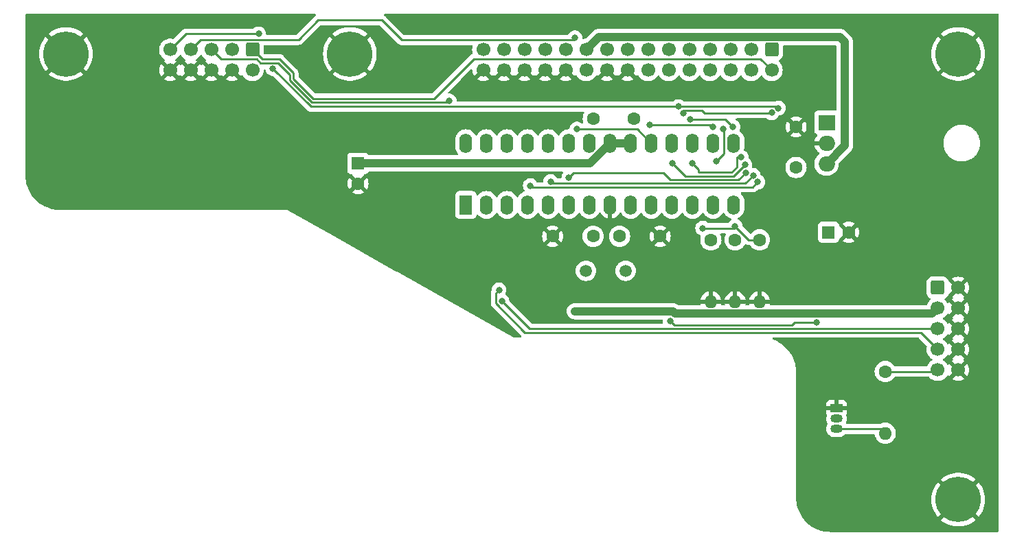
<source format=gbr>
%TF.GenerationSoftware,KiCad,Pcbnew,7.0.5*%
%TF.CreationDate,2023-07-07T19:02:18+02:00*%
%TF.ProjectId,Processor_Board,50726f63-6573-4736-9f72-5f426f617264,rev?*%
%TF.SameCoordinates,Original*%
%TF.FileFunction,Copper,L2,Bot*%
%TF.FilePolarity,Positive*%
%FSLAX46Y46*%
G04 Gerber Fmt 4.6, Leading zero omitted, Abs format (unit mm)*
G04 Created by KiCad (PCBNEW 7.0.5) date 2023-07-07 19:02:18*
%MOMM*%
%LPD*%
G01*
G04 APERTURE LIST*
G04 Aperture macros list*
%AMRoundRect*
0 Rectangle with rounded corners*
0 $1 Rounding radius*
0 $2 $3 $4 $5 $6 $7 $8 $9 X,Y pos of 4 corners*
0 Add a 4 corners polygon primitive as box body*
4,1,4,$2,$3,$4,$5,$6,$7,$8,$9,$2,$3,0*
0 Add four circle primitives for the rounded corners*
1,1,$1+$1,$2,$3*
1,1,$1+$1,$4,$5*
1,1,$1+$1,$6,$7*
1,1,$1+$1,$8,$9*
0 Add four rect primitives between the rounded corners*
20,1,$1+$1,$2,$3,$4,$5,0*
20,1,$1+$1,$4,$5,$6,$7,0*
20,1,$1+$1,$6,$7,$8,$9,0*
20,1,$1+$1,$8,$9,$2,$3,0*%
G04 Aperture macros list end*
%TA.AperFunction,ComponentPad*%
%ADD10C,5.600000*%
%TD*%
%TA.AperFunction,ComponentPad*%
%ADD11C,1.600000*%
%TD*%
%TA.AperFunction,ComponentPad*%
%ADD12O,1.600000X1.600000*%
%TD*%
%TA.AperFunction,ComponentPad*%
%ADD13R,1.500000X1.050000*%
%TD*%
%TA.AperFunction,ComponentPad*%
%ADD14O,1.500000X1.050000*%
%TD*%
%TA.AperFunction,ComponentPad*%
%ADD15R,1.600000X1.600000*%
%TD*%
%TA.AperFunction,ComponentPad*%
%ADD16RoundRect,0.250000X-0.600000X0.600000X-0.600000X-0.600000X0.600000X-0.600000X0.600000X0.600000X0*%
%TD*%
%TA.AperFunction,ComponentPad*%
%ADD17C,1.700000*%
%TD*%
%TA.AperFunction,ComponentPad*%
%ADD18RoundRect,0.250000X-0.600000X-0.600000X0.600000X-0.600000X0.600000X0.600000X-0.600000X0.600000X0*%
%TD*%
%TA.AperFunction,ComponentPad*%
%ADD19C,1.500000*%
%TD*%
%TA.AperFunction,ComponentPad*%
%ADD20R,2.000000X1.905000*%
%TD*%
%TA.AperFunction,ComponentPad*%
%ADD21O,2.000000X1.905000*%
%TD*%
%TA.AperFunction,ComponentPad*%
%ADD22R,1.600000X2.400000*%
%TD*%
%TA.AperFunction,ComponentPad*%
%ADD23O,1.600000X2.400000*%
%TD*%
%TA.AperFunction,ViaPad*%
%ADD24C,0.800000*%
%TD*%
%TA.AperFunction,Conductor*%
%ADD25C,0.250000*%
%TD*%
%TA.AperFunction,Conductor*%
%ADD26C,1.000000*%
%TD*%
G04 APERTURE END LIST*
D10*
%TO.P,H6,1,1*%
%TO.N,GND*%
X80000000Y-135000000D03*
%TD*%
D11*
%TO.P,R2,1*%
%TO.N,MATRIX_B*%
X127500000Y-157940000D03*
D12*
%TO.P,R2,2*%
%TO.N,GND*%
X127500000Y-165560000D03*
%TD*%
D11*
%TO.P,R8,1*%
%TO.N,\u005CEVNT*%
X146000000Y-174190000D03*
D12*
%TO.P,R8,2*%
%TO.N,Net-(Q1-C)*%
X146000000Y-181810000D03*
%TD*%
D11*
%TO.P,R7,1*%
%TO.N,MATRIX_C*%
X124500000Y-157940000D03*
D12*
%TO.P,R7,2*%
%TO.N,GND*%
X124500000Y-165560000D03*
%TD*%
D11*
%TO.P,R1,1*%
%TO.N,MATRIX_A*%
X130500000Y-157940000D03*
D12*
%TO.P,R1,2*%
%TO.N,GND*%
X130500000Y-165560000D03*
%TD*%
D13*
%TO.P,Q1,1,E*%
%TO.N,GND*%
X140000000Y-178730000D03*
D14*
%TO.P,Q1,2,B*%
%TO.N,ICSP2_SCK*%
X140000000Y-180000000D03*
%TO.P,Q1,3,C*%
%TO.N,Net-(Q1-C)*%
X140000000Y-181270000D03*
%TD*%
D10*
%TO.P,H8,1,1*%
%TO.N,GND*%
X155000000Y-190000000D03*
%TD*%
%TO.P,H6,1,1*%
%TO.N,GND*%
X155000000Y-135000000D03*
%TD*%
D15*
%TO.P,C10,1*%
%TO.N,+5VA*%
X139000000Y-157000000D03*
D11*
%TO.P,C10,2*%
%TO.N,GND*%
X141500000Y-157000000D03*
%TD*%
%TO.P,C9,1*%
%TO.N,+5VA*%
X135000000Y-149000000D03*
%TO.P,C9,2*%
%TO.N,GND*%
X135000000Y-144000000D03*
%TD*%
D16*
%TO.P,J1,1,Pin_1*%
%TO.N,ICSP2_MISO*%
X132000000Y-134460000D03*
D17*
%TO.P,J1,2,Pin_2*%
%TO.N,ICSP2_MOSI*%
X132000000Y-137000000D03*
%TO.P,J1,3,Pin_3*%
%TO.N,MATRIX_3*%
X129460000Y-134460000D03*
%TO.P,J1,4,Pin_4*%
%TO.N,MATRIX_4*%
X129460000Y-137000000D03*
%TO.P,J1,5,Pin_5*%
%TO.N,MATRIX_5*%
X126920000Y-134460000D03*
%TO.P,J1,6,Pin_6*%
%TO.N,MATRIX_6*%
X126920000Y-137000000D03*
%TO.P,J1,7,Pin_7*%
%TO.N,MATRIX_7*%
X124380000Y-134460000D03*
%TO.P,J1,8,Pin_8*%
%TO.N,MATRIX_8*%
X124380000Y-137000000D03*
%TO.P,J1,9,Pin_9*%
%TO.N,MATRIX_A*%
X121840000Y-134460000D03*
%TO.P,J1,10,Pin_10*%
%TO.N,MATRIX_B*%
X121840000Y-137000000D03*
%TO.P,J1,11,Pin_11*%
%TO.N,unconnected-(J1-Pin_11-Pad11)*%
X119300000Y-134460000D03*
%TO.P,J1,12,Pin_12*%
%TO.N,unconnected-(J1-Pin_12-Pad12)*%
X119300000Y-137000000D03*
%TO.P,J1,13,Pin_13*%
%TO.N,GND*%
X116760000Y-134460000D03*
%TO.P,J1,14,Pin_14*%
%TO.N,MATRIX_C*%
X116760000Y-137000000D03*
%TO.P,J1,15,Pin_15*%
%TO.N,GND*%
X114220000Y-134460000D03*
%TO.P,J1,16,Pin_16*%
X114220000Y-137000000D03*
%TO.P,J1,17,Pin_17*%
X111680000Y-134460000D03*
%TO.P,J1,18,Pin_18*%
X111680000Y-137000000D03*
%TO.P,J1,19,Pin_19*%
%TO.N,+5VA*%
X109140000Y-134460000D03*
%TO.P,J1,20,Pin_20*%
X109140000Y-137000000D03*
%TO.P,J1,21,Pin_21*%
%TO.N,ANALOG_11*%
X106600000Y-134460000D03*
%TO.P,J1,22,Pin_22*%
%TO.N,GND*%
X106600000Y-137000000D03*
%TO.P,J1,23,Pin_23*%
%TO.N,ANALOG_12*%
X104060000Y-134460000D03*
%TO.P,J1,24,Pin_24*%
%TO.N,GND*%
X104060000Y-137000000D03*
%TO.P,J1,25,Pin_25*%
%TO.N,ANALOG_13*%
X101520000Y-134460000D03*
%TO.P,J1,26,Pin_26*%
%TO.N,GND*%
X101520000Y-137000000D03*
%TO.P,J1,27,Pin_27*%
%TO.N,ANALOG_14*%
X98980000Y-134460000D03*
%TO.P,J1,28,Pin_28*%
%TO.N,GND*%
X98980000Y-137000000D03*
%TO.P,J1,29,Pin_29*%
%TO.N,ANALOG_15*%
X96440000Y-134460000D03*
%TO.P,J1,30,Pin_30*%
%TO.N,GND*%
X96440000Y-137000000D03*
%TD*%
D10*
%TO.P,H4,1,1*%
%TO.N,GND*%
X45000000Y-135000000D03*
%TD*%
D18*
%TO.P,J6,1,Pin_1*%
%TO.N,+12V*%
X152460000Y-163840000D03*
D17*
%TO.P,J6,2,Pin_2*%
%TO.N,GND*%
X155000000Y-163840000D03*
%TO.P,J6,3,Pin_3*%
%TO.N,+5V*%
X152460000Y-166380000D03*
%TO.P,J6,4,Pin_4*%
%TO.N,GND*%
X155000000Y-166380000D03*
%TO.P,J6,5,Pin_5*%
%TO.N,TX*%
X152460000Y-168920000D03*
%TO.P,J6,6,Pin_6*%
%TO.N,GND*%
X155000000Y-168920000D03*
%TO.P,J6,7,Pin_7*%
%TO.N,RX*%
X152460000Y-171460000D03*
%TO.P,J6,8,Pin_8*%
%TO.N,GND*%
X155000000Y-171460000D03*
%TO.P,J6,9,Pin_9*%
%TO.N,\u005CEVNT*%
X152460000Y-174000000D03*
%TO.P,J6,10,Pin_10*%
%TO.N,GND*%
X155000000Y-174000000D03*
%TD*%
D19*
%TO.P,Y1,2,2*%
%TO.N,Net-(U1-PB6{slash}XTAL1)*%
X109100000Y-161750000D03*
%TO.P,Y1,1,1*%
%TO.N,Net-(U1-PB7{slash}XTAL2)*%
X114000000Y-161750000D03*
%TD*%
D11*
%TO.P,C2,1*%
%TO.N,GND*%
X118250000Y-157500000D03*
%TO.P,C2,2*%
%TO.N,Net-(U1-PB7{slash}XTAL2)*%
X113250000Y-157500000D03*
%TD*%
D16*
%TO.P,J5,1,Pin_1*%
%TO.N,ICSP2_MOSI*%
X68000000Y-134460000D03*
D17*
%TO.P,J5,2,Pin_2*%
%TO.N,+5V*%
X68000000Y-137000000D03*
%TO.P,J5,3,Pin_3*%
%TO.N,unconnected-(J5-Pin_3-Pad3)*%
X65460000Y-134460000D03*
%TO.P,J5,4,Pin_4*%
%TO.N,GND*%
X65460000Y-137000000D03*
%TO.P,J5,5,Pin_5*%
%TO.N,~{RESET}*%
X62920000Y-134460000D03*
%TO.P,J5,6,Pin_6*%
%TO.N,GND*%
X62920000Y-137000000D03*
%TO.P,J5,7,Pin_7*%
%TO.N,ICSP2_SCK*%
X60380000Y-134460000D03*
%TO.P,J5,8,Pin_8*%
%TO.N,GND*%
X60380000Y-137000000D03*
%TO.P,J5,9,Pin_9*%
%TO.N,ICSP2_MISO*%
X57840000Y-134460000D03*
%TO.P,J5,10,Pin_10*%
%TO.N,GND*%
X57840000Y-137000000D03*
%TD*%
D15*
%TO.P,C11,1*%
%TO.N,+5V*%
X81000000Y-148500000D03*
D11*
%TO.P,C11,2*%
%TO.N,GND*%
X81000000Y-151000000D03*
%TD*%
%TO.P,C1,1*%
%TO.N,GND*%
X105000000Y-157500000D03*
%TO.P,C1,2*%
%TO.N,Net-(U1-PB6{slash}XTAL1)*%
X110000000Y-157500000D03*
%TD*%
D20*
%TO.P,U6,1,IN*%
%TO.N,+12V*%
X138770000Y-143460000D03*
D21*
%TO.P,U6,2,GND*%
%TO.N,GND*%
X138770000Y-146000000D03*
%TO.P,U6,3,OUT*%
%TO.N,+5VA*%
X138770000Y-148540000D03*
%TD*%
D22*
%TO.P,U1,1,PC6/~{RESET}*%
%TO.N,~{RESET}*%
X94300000Y-153620000D03*
D23*
%TO.P,U1,2,PD0*%
%TO.N,TX*%
X96840000Y-153620000D03*
%TO.P,U1,3,PD1*%
%TO.N,RX*%
X99380000Y-153620000D03*
%TO.P,U1,4,PD2*%
%TO.N,MATRIX_3*%
X101920000Y-153620000D03*
%TO.P,U1,5,PD3*%
%TO.N,MATRIX_4*%
X104460000Y-153620000D03*
%TO.P,U1,6,PD4*%
%TO.N,MATRIX_5*%
X107000000Y-153620000D03*
%TO.P,U1,7,VCC*%
%TO.N,+5V*%
X109540000Y-153620000D03*
%TO.P,U1,8,GND*%
%TO.N,GND*%
X112080000Y-153620000D03*
%TO.P,U1,9,PB6/XTAL1*%
%TO.N,Net-(U1-PB6{slash}XTAL1)*%
X114620000Y-153620000D03*
%TO.P,U1,10,PB7/XTAL2*%
%TO.N,Net-(U1-PB7{slash}XTAL2)*%
X117160000Y-153620000D03*
%TO.P,U1,11,PD5*%
%TO.N,MATRIX_6*%
X119700000Y-153620000D03*
%TO.P,U1,12,PD6*%
%TO.N,MATRIX_7*%
X122240000Y-153620000D03*
%TO.P,U1,13,PD7*%
%TO.N,MATRIX_8*%
X124780000Y-153620000D03*
%TO.P,U1,14,PB0*%
%TO.N,MATRIX_A*%
X127320000Y-153620000D03*
%TO.P,U1,15,PB1*%
%TO.N,MATRIX_B*%
X127320000Y-146000000D03*
%TO.P,U1,16,PB2*%
%TO.N,MATRIX_C*%
X124780000Y-146000000D03*
%TO.P,U1,17,PB3*%
%TO.N,ICSP2_MOSI*%
X122240000Y-146000000D03*
%TO.P,U1,18,PB4*%
%TO.N,ICSP2_MISO*%
X119700000Y-146000000D03*
%TO.P,U1,19,PB5*%
%TO.N,ICSP2_SCK*%
X117160000Y-146000000D03*
%TO.P,U1,20,AVCC*%
%TO.N,+5V*%
X114620000Y-146000000D03*
%TO.P,U1,21,AREF*%
X112080000Y-146000000D03*
%TO.P,U1,22,AGND*%
%TO.N,GND*%
X109540000Y-146000000D03*
%TO.P,U1,23,PC0*%
%TO.N,ANALOG_11*%
X107000000Y-146000000D03*
%TO.P,U1,24,PC1*%
%TO.N,ANALOG_12*%
X104460000Y-146000000D03*
%TO.P,U1,25,PC2*%
%TO.N,ANALOG_13*%
X101920000Y-146000000D03*
%TO.P,U1,26,PC3*%
%TO.N,ANALOG_14*%
X99380000Y-146000000D03*
%TO.P,U1,27,PC4*%
%TO.N,ANALOG_15*%
X96840000Y-146000000D03*
%TO.P,U1,28,PC5*%
%TO.N,unconnected-(U1-PC5-Pad28)*%
X94300000Y-146000000D03*
%TD*%
D11*
%TO.P,C7,2*%
%TO.N,GND*%
X110000000Y-143000000D03*
%TO.P,C7,1*%
%TO.N,+5V*%
X115000000Y-143000000D03*
%TD*%
D24*
%TO.N,~{RESET}*%
X92250000Y-140775500D03*
%TO.N,MATRIX_8*%
X126000000Y-144250000D03*
X125180500Y-148250000D03*
%TO.N,GND*%
X109250000Y-155750000D03*
%TO.N,ICSP2_SCK*%
X137500000Y-168159500D03*
%TO.N,ICSP2_MISO*%
X68750000Y-132525500D03*
X70500000Y-136809500D03*
%TO.N,ICSP2_SCK*%
X108000000Y-144250000D03*
X107750000Y-133000000D03*
%TO.N,+5V*%
X107750000Y-166750000D03*
%TO.N,ICSP2_SCK*%
X119500000Y-168000000D03*
%TO.N,RX*%
X98387299Y-164112701D03*
%TO.N,TX*%
X98750000Y-165500000D03*
%TO.N,ICSP2_MISO*%
X132822620Y-141682284D03*
X120500000Y-141500000D03*
%TO.N,ICSP2_MOSI*%
X132000000Y-142250000D03*
X121115500Y-142301395D03*
%TO.N,MATRIX_3*%
X102250000Y-151250000D03*
X130289754Y-150807605D03*
%TO.N,MATRIX_4*%
X104750000Y-150750000D03*
X129722051Y-149984976D03*
%TO.N,MATRIX_5*%
X107000000Y-150250000D03*
X128784086Y-149639682D03*
%TO.N,MATRIX_6*%
X119750000Y-148500000D03*
X128696991Y-148643982D03*
%TO.N,MATRIX_7*%
X128250000Y-147750000D03*
X122250000Y-148500000D03*
%TO.N,MATRIX_A*%
X127500000Y-156250000D03*
X123500000Y-156500000D03*
%TO.N,MATRIX_B*%
X127250000Y-144000000D03*
X122000000Y-143025500D03*
%TO.N,MATRIX_C*%
X124750000Y-144000000D03*
X117000000Y-143750000D03*
%TD*%
D25*
%TO.N,ICSP2_SCK*%
X86360000Y-133250000D02*
X107500000Y-133250000D01*
X83920000Y-130810000D02*
X86360000Y-133250000D01*
X107500000Y-133250000D02*
X107750000Y-133000000D01*
X76100000Y-130810000D02*
X83920000Y-130810000D01*
X61590000Y-133250000D02*
X73660000Y-133250000D01*
X73660000Y-133250000D02*
X76100000Y-130810000D01*
X60380000Y-134460000D02*
X61590000Y-133250000D01*
%TO.N,ICSP2_MOSI*%
X130635000Y-135635000D02*
X132000000Y-137000000D01*
X95250000Y-135635000D02*
X130635000Y-135635000D01*
X90365000Y-140520000D02*
X95250000Y-135635000D01*
X75483292Y-140520000D02*
X90365000Y-140520000D01*
X73023448Y-138060156D02*
X75483292Y-140520000D01*
X73023448Y-137352052D02*
X73023448Y-138060156D01*
X71306396Y-135635000D02*
X73023448Y-137352052D01*
X69175000Y-135635000D02*
X71306396Y-135635000D01*
X68000000Y-134460000D02*
X69175000Y-135635000D01*
%TO.N,~{RESET}*%
X92055500Y-140970000D02*
X92250000Y-140775500D01*
X75296896Y-140970000D02*
X92055500Y-140970000D01*
X72573448Y-138246552D02*
X75296896Y-140970000D01*
X72573448Y-137538448D02*
X72573448Y-138246552D01*
X71120000Y-136085000D02*
X72573448Y-137538448D01*
X68988604Y-136085000D02*
X71120000Y-136085000D01*
%TO.N,ICSP2_MISO*%
X75190500Y-141500000D02*
X70500000Y-136809500D01*
X120500000Y-141500000D02*
X75190500Y-141500000D01*
%TO.N,MATRIX_8*%
X126089104Y-147341396D02*
X126089104Y-144339104D01*
X126089104Y-144339104D02*
X126000000Y-144250000D01*
X125180500Y-148250000D02*
X126089104Y-147341396D01*
%TO.N,MATRIX_7*%
X123000000Y-149625000D02*
X123000000Y-149250000D01*
X127079577Y-149625000D02*
X123000000Y-149625000D01*
X123000000Y-149250000D02*
X122250000Y-148500000D01*
X127750000Y-148954577D02*
X127079577Y-149625000D01*
X127750000Y-147750000D02*
X127750000Y-148954577D01*
X128250000Y-147750000D02*
X127750000Y-147750000D01*
%TO.N,MATRIX_6*%
X127265973Y-150075000D02*
X128696991Y-148643982D01*
X121325000Y-150075000D02*
X127265973Y-150075000D01*
X119750000Y-148500000D02*
X121325000Y-150075000D01*
%TO.N,MATRIX_5*%
X127898768Y-150525000D02*
X128784086Y-149639682D01*
X119525000Y-150525000D02*
X127898768Y-150525000D01*
X118675000Y-149675000D02*
X119525000Y-150525000D01*
X107575000Y-149675000D02*
X118675000Y-149675000D01*
X107000000Y-150250000D02*
X107575000Y-149675000D01*
%TO.N,GND*%
X109000000Y-156000000D02*
X106500000Y-156000000D01*
X106500000Y-156000000D02*
X105000000Y-157500000D01*
X109250000Y-155750000D02*
X109000000Y-156000000D01*
%TO.N,ICSP2_MOSI*%
X131948605Y-142301395D02*
X132000000Y-142250000D01*
X123750000Y-142301395D02*
X131948605Y-142301395D01*
X123398605Y-141950000D02*
X123750000Y-142301395D01*
X121300000Y-141950000D02*
X123398605Y-141950000D01*
X121115500Y-142134500D02*
X121300000Y-141950000D01*
X121115500Y-142301395D02*
X121115500Y-142134500D01*
%TO.N,ICSP2_SCK*%
X137500000Y-168159500D02*
X134786000Y-168159500D01*
X134786000Y-168159500D02*
X134750000Y-168195500D01*
%TO.N,ICSP2_MISO*%
X68750000Y-132525500D02*
X59774500Y-132525500D01*
X59774500Y-132525500D02*
X57840000Y-134460000D01*
%TO.N,ICSP2_SCK*%
X115410000Y-144250000D02*
X117160000Y-146000000D01*
X108000000Y-144250000D02*
X115410000Y-144250000D01*
%TO.N,~{RESET}*%
X68538604Y-135635000D02*
X68988604Y-136085000D01*
X64095000Y-135635000D02*
X68538604Y-135635000D01*
X62920000Y-134460000D02*
X64095000Y-135635000D01*
D26*
%TO.N,+5V*%
X109580000Y-148500000D02*
X81000000Y-148500000D01*
X112080000Y-146000000D02*
X109580000Y-148500000D01*
X112080000Y-146000000D02*
X114620000Y-146000000D01*
X119805635Y-166750000D02*
X107750000Y-166750000D01*
X120115635Y-167060000D02*
X119805635Y-166750000D01*
X151780000Y-167060000D02*
X120115635Y-167060000D01*
X152460000Y-166380000D02*
X151780000Y-167060000D01*
%TO.N,+5VA*%
X141000000Y-146310000D02*
X141000000Y-133500000D01*
X138770000Y-148540000D02*
X141000000Y-146310000D01*
X140410000Y-132910000D02*
X141000000Y-133500000D01*
X110690000Y-132910000D02*
X140410000Y-132910000D01*
X109140000Y-134460000D02*
X110690000Y-132910000D01*
D25*
%TO.N,ICSP2_SCK*%
X119970000Y-168470000D02*
X119500000Y-168000000D01*
X131500000Y-168470000D02*
X119970000Y-168470000D01*
X134530000Y-168470000D02*
X131500000Y-168470000D01*
X134750000Y-168195500D02*
X134750000Y-168250000D01*
X134750000Y-168250000D02*
X134530000Y-168470000D01*
%TO.N,\u005CEVNT*%
X152270000Y-174190000D02*
X152460000Y-174000000D01*
X146000000Y-174190000D02*
X152270000Y-174190000D01*
%TO.N,Net-(Q1-C)*%
X145460000Y-181270000D02*
X146000000Y-181810000D01*
X140000000Y-181270000D02*
X145460000Y-181270000D01*
%TO.N,RX*%
X130500000Y-169370000D02*
X101594695Y-169370000D01*
X149000000Y-169370000D02*
X130500000Y-169370000D01*
X98025000Y-164475000D02*
X98387299Y-164112701D01*
X98025000Y-165800305D02*
X98025000Y-164475000D01*
X150370000Y-169370000D02*
X149000000Y-169370000D01*
X101594695Y-169370000D02*
X98025000Y-165800305D01*
X152460000Y-171460000D02*
X150370000Y-169370000D01*
%TO.N,TX*%
X102170000Y-168920000D02*
X98750000Y-165500000D01*
X152460000Y-168920000D02*
X102170000Y-168920000D01*
%TO.N,ICSP2_MISO*%
X132640336Y-141500000D02*
X132822620Y-141682284D01*
X120500000Y-141500000D02*
X132640336Y-141500000D01*
%TO.N,MATRIX_3*%
X102475000Y-151475000D02*
X102250000Y-151250000D01*
X121200000Y-151475000D02*
X102475000Y-151475000D01*
X121250000Y-151425000D02*
X121200000Y-151475000D01*
X129672359Y-151425000D02*
X121250000Y-151425000D01*
X130289754Y-150807605D02*
X129672359Y-151425000D01*
%TO.N,MATRIX_4*%
X104975000Y-150975000D02*
X104750000Y-150750000D01*
X129722051Y-149984976D02*
X128732027Y-150975000D01*
X128732027Y-150975000D02*
X104975000Y-150975000D01*
%TO.N,MATRIX_A*%
X129190000Y-157940000D02*
X130500000Y-157940000D01*
X127500000Y-156250000D02*
X129190000Y-157940000D01*
X123500000Y-156500000D02*
X127250000Y-156500000D01*
X127250000Y-156500000D02*
X127500000Y-156250000D01*
%TO.N,MATRIX_B*%
X122000000Y-143025500D02*
X126275500Y-143025500D01*
X126275500Y-143025500D02*
X127250000Y-144000000D01*
%TO.N,MATRIX_C*%
X124500000Y-143750000D02*
X124750000Y-144000000D01*
X117000000Y-143750000D02*
X124500000Y-143750000D01*
%TD*%
%TA.AperFunction,Conductor*%
%TO.N,GND*%
G36*
X75769510Y-130058185D02*
G01*
X75815265Y-130110989D01*
X75825209Y-130180147D01*
X75796184Y-130243703D01*
X75775353Y-130262821D01*
X75754172Y-130278208D01*
X75749290Y-130281415D01*
X75708637Y-130305457D01*
X75694201Y-130319894D01*
X75679415Y-130332523D01*
X75662893Y-130344528D01*
X75662891Y-130344529D01*
X75662891Y-130344530D01*
X75662888Y-130344532D01*
X75632780Y-130380925D01*
X75628849Y-130385246D01*
X73433914Y-132580181D01*
X73372591Y-132613666D01*
X73346233Y-132616500D01*
X69784719Y-132616500D01*
X69717680Y-132596815D01*
X69671925Y-132544011D01*
X69661398Y-132505462D01*
X69656941Y-132463056D01*
X69643542Y-132335572D01*
X69584527Y-132153944D01*
X69489040Y-131988556D01*
X69361253Y-131846634D01*
X69206752Y-131734382D01*
X69032288Y-131656706D01*
X69032286Y-131656705D01*
X68845487Y-131617000D01*
X68654513Y-131617000D01*
X68467714Y-131656705D01*
X68293246Y-131734383D01*
X68138745Y-131846635D01*
X68134840Y-131850973D01*
X68075354Y-131887621D01*
X68042691Y-131892000D01*
X59858134Y-131892000D01*
X59842386Y-131890261D01*
X59842361Y-131890532D01*
X59834593Y-131889797D01*
X59765509Y-131891969D01*
X59763561Y-131892000D01*
X59734637Y-131892000D01*
X59727643Y-131892884D01*
X59721820Y-131893342D01*
X59674611Y-131894826D01*
X59674608Y-131894827D01*
X59655005Y-131900522D01*
X59635959Y-131904466D01*
X59615703Y-131907026D01*
X59615701Y-131907026D01*
X59615699Y-131907027D01*
X59571782Y-131924414D01*
X59566256Y-131926306D01*
X59520906Y-131939482D01*
X59503331Y-131949875D01*
X59485873Y-131958428D01*
X59466883Y-131965948D01*
X59428672Y-131993708D01*
X59423790Y-131996915D01*
X59383137Y-132020957D01*
X59368701Y-132035394D01*
X59353915Y-132048023D01*
X59337393Y-132060028D01*
X59337391Y-132060029D01*
X59337391Y-132060030D01*
X59337388Y-132060032D01*
X59307280Y-132096425D01*
X59303349Y-132100746D01*
X58296990Y-133107103D01*
X58235667Y-133140588D01*
X58178872Y-133139628D01*
X58174642Y-133138557D01*
X57952569Y-133101500D01*
X57727431Y-133101500D01*
X57505362Y-133138556D01*
X57292430Y-133211656D01*
X57292419Y-133211661D01*
X57094427Y-133318808D01*
X57094422Y-133318812D01*
X56916761Y-133457092D01*
X56916756Y-133457097D01*
X56764284Y-133622723D01*
X56764276Y-133622734D01*
X56641141Y-133811206D01*
X56550703Y-134017385D01*
X56495436Y-134235628D01*
X56495434Y-134235640D01*
X56476844Y-134459994D01*
X56476844Y-134460005D01*
X56495434Y-134684359D01*
X56495436Y-134684371D01*
X56550703Y-134902614D01*
X56641140Y-135108792D01*
X56764276Y-135297265D01*
X56764284Y-135297276D01*
X56916756Y-135462902D01*
X56916760Y-135462906D01*
X57094424Y-135601189D01*
X57137695Y-135624606D01*
X57187286Y-135673825D01*
X57202394Y-135742042D01*
X57178224Y-135807597D01*
X57149801Y-135835236D01*
X57078626Y-135885072D01*
X57078625Y-135885072D01*
X57707466Y-136513913D01*
X57697685Y-136515320D01*
X57566900Y-136575048D01*
X57458239Y-136669202D01*
X57380507Y-136790156D01*
X57356923Y-136870475D01*
X56725073Y-136238625D01*
X56725072Y-136238625D01*
X56666401Y-136322419D01*
X56566570Y-136536507D01*
X56566566Y-136536516D01*
X56505432Y-136764673D01*
X56505430Y-136764684D01*
X56484843Y-136999998D01*
X56484843Y-137000001D01*
X56505430Y-137235315D01*
X56505432Y-137235326D01*
X56566566Y-137463483D01*
X56566570Y-137463492D01*
X56666400Y-137677579D01*
X56666402Y-137677583D01*
X56725072Y-137761373D01*
X56725073Y-137761373D01*
X57356923Y-137129523D01*
X57380507Y-137209844D01*
X57458239Y-137330798D01*
X57566900Y-137424952D01*
X57697685Y-137484680D01*
X57707466Y-137486086D01*
X57078625Y-138114925D01*
X57162421Y-138173599D01*
X57376507Y-138273429D01*
X57376516Y-138273433D01*
X57604673Y-138334567D01*
X57604684Y-138334569D01*
X57839998Y-138355157D01*
X57840002Y-138355157D01*
X58075315Y-138334569D01*
X58075326Y-138334567D01*
X58303483Y-138273433D01*
X58303492Y-138273429D01*
X58517578Y-138173600D01*
X58517582Y-138173598D01*
X58601373Y-138114926D01*
X58601373Y-138114925D01*
X57972533Y-137486086D01*
X57982315Y-137484680D01*
X58113100Y-137424952D01*
X58221761Y-137330798D01*
X58299493Y-137209844D01*
X58323076Y-137129524D01*
X58954925Y-137761373D01*
X59008425Y-137684968D01*
X59063002Y-137641344D01*
X59132501Y-137634151D01*
X59194855Y-137665673D01*
X59211576Y-137684969D01*
X59265073Y-137761372D01*
X59896922Y-137129523D01*
X59920507Y-137209844D01*
X59998239Y-137330798D01*
X60106900Y-137424952D01*
X60237685Y-137484680D01*
X60247466Y-137486086D01*
X59618625Y-138114925D01*
X59702421Y-138173599D01*
X59916507Y-138273429D01*
X59916516Y-138273433D01*
X60144673Y-138334567D01*
X60144684Y-138334569D01*
X60379998Y-138355157D01*
X60380002Y-138355157D01*
X60615315Y-138334569D01*
X60615326Y-138334567D01*
X60843483Y-138273433D01*
X60843492Y-138273429D01*
X61057578Y-138173600D01*
X61057582Y-138173598D01*
X61141373Y-138114926D01*
X61141373Y-138114925D01*
X60512533Y-137486086D01*
X60522315Y-137484680D01*
X60653100Y-137424952D01*
X60761761Y-137330798D01*
X60839493Y-137209844D01*
X60863076Y-137129524D01*
X61494925Y-137761373D01*
X61548424Y-137684970D01*
X61603001Y-137641345D01*
X61672499Y-137634152D01*
X61734854Y-137665674D01*
X61751574Y-137684970D01*
X61805072Y-137761373D01*
X61805073Y-137761373D01*
X62436923Y-137129523D01*
X62460507Y-137209844D01*
X62538239Y-137330798D01*
X62646900Y-137424952D01*
X62777685Y-137484680D01*
X62787466Y-137486086D01*
X62158625Y-138114925D01*
X62242421Y-138173599D01*
X62456507Y-138273429D01*
X62456516Y-138273433D01*
X62684673Y-138334567D01*
X62684684Y-138334569D01*
X62919998Y-138355157D01*
X62920002Y-138355157D01*
X63155315Y-138334569D01*
X63155326Y-138334567D01*
X63383483Y-138273433D01*
X63383492Y-138273429D01*
X63597578Y-138173600D01*
X63597582Y-138173598D01*
X63681373Y-138114926D01*
X63681373Y-138114925D01*
X63052533Y-137486086D01*
X63062315Y-137484680D01*
X63193100Y-137424952D01*
X63301761Y-137330798D01*
X63379493Y-137209844D01*
X63403076Y-137129524D01*
X64034925Y-137761373D01*
X64088425Y-137684968D01*
X64143002Y-137641344D01*
X64212501Y-137634151D01*
X64274855Y-137665673D01*
X64291576Y-137684969D01*
X64345073Y-137761372D01*
X64976922Y-137129522D01*
X65000507Y-137209844D01*
X65078239Y-137330798D01*
X65186900Y-137424952D01*
X65317685Y-137484680D01*
X65327465Y-137486086D01*
X64698625Y-138114925D01*
X64782421Y-138173599D01*
X64996507Y-138273429D01*
X64996516Y-138273433D01*
X65224673Y-138334567D01*
X65224684Y-138334569D01*
X65459998Y-138355157D01*
X65460002Y-138355157D01*
X65695315Y-138334569D01*
X65695326Y-138334567D01*
X65923483Y-138273433D01*
X65923492Y-138273429D01*
X66137578Y-138173600D01*
X66137582Y-138173598D01*
X66221373Y-138114926D01*
X65592532Y-137486086D01*
X65602315Y-137484680D01*
X65733100Y-137424952D01*
X65841761Y-137330798D01*
X65919493Y-137209844D01*
X65943076Y-137129524D01*
X66574925Y-137761373D01*
X66624868Y-137690048D01*
X66679445Y-137646424D01*
X66748944Y-137639231D01*
X66811298Y-137670753D01*
X66830251Y-137693350D01*
X66924276Y-137837265D01*
X66924284Y-137837276D01*
X67076756Y-138002902D01*
X67076760Y-138002906D01*
X67254424Y-138141189D01*
X67254425Y-138141189D01*
X67254427Y-138141191D01*
X67314314Y-138173600D01*
X67452426Y-138248342D01*
X67665365Y-138321444D01*
X67887431Y-138358500D01*
X68112569Y-138358500D01*
X68334635Y-138321444D01*
X68547574Y-138248342D01*
X68745576Y-138141189D01*
X68923240Y-138002906D01*
X69075722Y-137837268D01*
X69198860Y-137648791D01*
X69289296Y-137442616D01*
X69344564Y-137224368D01*
X69344662Y-137223189D01*
X69361825Y-137016066D01*
X69386978Y-136950881D01*
X69443380Y-136909643D01*
X69513123Y-136905445D01*
X69574065Y-136939619D01*
X69603038Y-136993706D01*
X69604450Y-136993248D01*
X69665470Y-137181049D01*
X69665473Y-137181056D01*
X69760960Y-137346444D01*
X69888747Y-137488366D01*
X70043248Y-137600618D01*
X70217712Y-137678294D01*
X70404513Y-137718000D01*
X70461234Y-137718000D01*
X70528273Y-137737685D01*
X70548915Y-137754319D01*
X74683410Y-141888814D01*
X74693316Y-141901178D01*
X74693526Y-141901005D01*
X74698497Y-141907013D01*
X74698500Y-141907018D01*
X74748935Y-141954379D01*
X74750244Y-141955648D01*
X74760501Y-141965905D01*
X74770725Y-141976130D01*
X74770729Y-141976133D01*
X74770731Y-141976135D01*
X74776305Y-141980458D01*
X74780747Y-141984252D01*
X74815178Y-142016585D01*
X74815181Y-142016587D01*
X74833063Y-142026417D01*
X74849330Y-142037102D01*
X74865459Y-142049614D01*
X74908807Y-142068371D01*
X74914033Y-142070931D01*
X74955440Y-142093695D01*
X74975216Y-142098772D01*
X74993624Y-142105075D01*
X75012350Y-142113179D01*
X75012352Y-142113180D01*
X75012353Y-142113180D01*
X75012355Y-142113181D01*
X75053284Y-142119663D01*
X75059003Y-142120569D01*
X75064712Y-142121751D01*
X75110470Y-142133500D01*
X75130884Y-142133500D01*
X75150283Y-142135027D01*
X75170443Y-142138220D01*
X75217465Y-142133775D01*
X75223304Y-142133500D01*
X108781521Y-142133500D01*
X108848560Y-142153185D01*
X108894315Y-142205989D01*
X108904259Y-142275147D01*
X108883095Y-142328625D01*
X108869866Y-142347516D01*
X108773734Y-142553673D01*
X108773730Y-142553682D01*
X108714860Y-142773389D01*
X108714858Y-142773400D01*
X108695034Y-142999997D01*
X108695034Y-143000002D01*
X108714858Y-143226599D01*
X108714860Y-143226610D01*
X108763907Y-143409656D01*
X108762244Y-143479506D01*
X108723081Y-143537368D01*
X108658853Y-143564872D01*
X108589951Y-143553285D01*
X108571247Y-143542067D01*
X108456756Y-143458884D01*
X108456752Y-143458882D01*
X108282288Y-143381206D01*
X108282286Y-143381205D01*
X108095487Y-143341500D01*
X107904513Y-143341500D01*
X107717714Y-143381205D01*
X107717711Y-143381206D01*
X107717712Y-143381206D01*
X107552673Y-143454686D01*
X107543246Y-143458883D01*
X107388745Y-143571135D01*
X107260959Y-143713057D01*
X107165473Y-143878443D01*
X107165470Y-143878450D01*
X107106459Y-144060068D01*
X107106458Y-144060072D01*
X107099618Y-144125148D01*
X107094111Y-144177545D01*
X107067526Y-144242160D01*
X107010228Y-144282144D01*
X106981598Y-144288111D01*
X106771917Y-144306456D01*
X106771910Y-144306457D01*
X106550761Y-144365714D01*
X106550750Y-144365718D01*
X106343254Y-144462475D01*
X106343252Y-144462476D01*
X106334885Y-144468335D01*
X106155700Y-144593802D01*
X106155698Y-144593803D01*
X106155695Y-144593806D01*
X105993806Y-144755695D01*
X105993803Y-144755698D01*
X105993802Y-144755700D01*
X105979756Y-144775760D01*
X105862476Y-144943251D01*
X105842382Y-144986345D01*
X105796209Y-145038784D01*
X105729016Y-145057936D01*
X105662135Y-145037720D01*
X105617618Y-144986345D01*
X105597523Y-144943251D01*
X105587450Y-144928866D01*
X105466198Y-144755700D01*
X105304300Y-144593802D01*
X105116749Y-144462477D01*
X105113912Y-144461154D01*
X104909249Y-144365718D01*
X104909238Y-144365714D01*
X104688089Y-144306457D01*
X104688081Y-144306456D01*
X104460002Y-144286502D01*
X104459998Y-144286502D01*
X104231918Y-144306456D01*
X104231910Y-144306457D01*
X104010761Y-144365714D01*
X104010750Y-144365718D01*
X103803254Y-144462475D01*
X103803252Y-144462476D01*
X103794885Y-144468335D01*
X103615700Y-144593802D01*
X103615698Y-144593803D01*
X103615695Y-144593806D01*
X103453806Y-144755695D01*
X103453803Y-144755698D01*
X103453802Y-144755700D01*
X103439756Y-144775760D01*
X103322476Y-144943251D01*
X103302382Y-144986345D01*
X103256209Y-145038784D01*
X103189016Y-145057936D01*
X103122135Y-145037720D01*
X103077618Y-144986345D01*
X103057523Y-144943251D01*
X103047450Y-144928866D01*
X102926198Y-144755700D01*
X102764300Y-144593802D01*
X102576749Y-144462477D01*
X102573912Y-144461154D01*
X102369249Y-144365718D01*
X102369238Y-144365714D01*
X102148089Y-144306457D01*
X102148081Y-144306456D01*
X101920002Y-144286502D01*
X101919998Y-144286502D01*
X101691918Y-144306456D01*
X101691910Y-144306457D01*
X101470761Y-144365714D01*
X101470750Y-144365718D01*
X101263254Y-144462475D01*
X101263252Y-144462476D01*
X101254885Y-144468335D01*
X101075700Y-144593802D01*
X101075698Y-144593803D01*
X101075695Y-144593806D01*
X100913806Y-144755695D01*
X100913803Y-144755698D01*
X100913802Y-144755700D01*
X100899756Y-144775760D01*
X100782476Y-144943251D01*
X100762382Y-144986345D01*
X100716209Y-145038784D01*
X100649016Y-145057936D01*
X100582135Y-145037720D01*
X100537618Y-144986345D01*
X100517523Y-144943251D01*
X100507450Y-144928866D01*
X100386198Y-144755700D01*
X100224300Y-144593802D01*
X100036749Y-144462477D01*
X100033912Y-144461154D01*
X99829249Y-144365718D01*
X99829238Y-144365714D01*
X99608089Y-144306457D01*
X99608081Y-144306456D01*
X99380002Y-144286502D01*
X99379998Y-144286502D01*
X99151918Y-144306456D01*
X99151910Y-144306457D01*
X98930761Y-144365714D01*
X98930750Y-144365718D01*
X98723254Y-144462475D01*
X98723252Y-144462476D01*
X98714885Y-144468335D01*
X98535700Y-144593802D01*
X98535698Y-144593803D01*
X98535695Y-144593806D01*
X98373806Y-144755695D01*
X98373803Y-144755698D01*
X98373802Y-144755700D01*
X98359756Y-144775760D01*
X98242476Y-144943251D01*
X98222382Y-144986345D01*
X98176209Y-145038784D01*
X98109016Y-145057936D01*
X98042135Y-145037720D01*
X97997618Y-144986345D01*
X97977523Y-144943251D01*
X97967450Y-144928866D01*
X97846198Y-144755700D01*
X97684300Y-144593802D01*
X97496749Y-144462477D01*
X97493912Y-144461154D01*
X97289249Y-144365718D01*
X97289238Y-144365714D01*
X97068089Y-144306457D01*
X97068081Y-144306456D01*
X96840002Y-144286502D01*
X96839998Y-144286502D01*
X96611918Y-144306456D01*
X96611910Y-144306457D01*
X96390761Y-144365714D01*
X96390750Y-144365718D01*
X96183254Y-144462475D01*
X96183252Y-144462476D01*
X96174885Y-144468335D01*
X95995700Y-144593802D01*
X95995698Y-144593803D01*
X95995695Y-144593806D01*
X95833806Y-144755695D01*
X95833803Y-144755698D01*
X95833802Y-144755700D01*
X95754939Y-144868328D01*
X95702476Y-144943252D01*
X95682380Y-144986347D01*
X95636207Y-145038785D01*
X95569013Y-145057936D01*
X95502132Y-145037719D01*
X95457618Y-144986345D01*
X95437523Y-144943251D01*
X95306198Y-144755700D01*
X95144300Y-144593802D01*
X94956749Y-144462477D01*
X94953912Y-144461154D01*
X94749249Y-144365718D01*
X94749238Y-144365714D01*
X94528089Y-144306457D01*
X94528081Y-144306456D01*
X94300002Y-144286502D01*
X94299998Y-144286502D01*
X94071918Y-144306456D01*
X94071910Y-144306457D01*
X93850761Y-144365714D01*
X93850750Y-144365718D01*
X93643254Y-144462475D01*
X93643252Y-144462476D01*
X93634885Y-144468335D01*
X93455700Y-144593802D01*
X93455698Y-144593803D01*
X93455695Y-144593806D01*
X93293806Y-144755695D01*
X93293803Y-144755698D01*
X93293802Y-144755700D01*
X93214939Y-144868328D01*
X93162476Y-144943252D01*
X93162475Y-144943254D01*
X93065718Y-145150750D01*
X93065714Y-145150761D01*
X93006457Y-145371910D01*
X93006456Y-145371918D01*
X92991500Y-145542869D01*
X92991500Y-146457130D01*
X93006456Y-146628081D01*
X93006457Y-146628089D01*
X93065714Y-146849238D01*
X93065718Y-146849249D01*
X93130011Y-146987126D01*
X93162477Y-147056749D01*
X93293802Y-147244300D01*
X93293806Y-147244304D01*
X93329321Y-147279819D01*
X93362806Y-147341142D01*
X93357822Y-147410834D01*
X93315950Y-147466767D01*
X93250486Y-147491184D01*
X93241640Y-147491500D01*
X82341184Y-147491500D01*
X82274145Y-147471815D01*
X82241917Y-147441811D01*
X82215257Y-147406198D01*
X82163261Y-147336739D01*
X82046204Y-147249111D01*
X82033316Y-147244304D01*
X81909203Y-147198011D01*
X81848654Y-147191500D01*
X81848638Y-147191500D01*
X80151362Y-147191500D01*
X80151345Y-147191500D01*
X80090797Y-147198011D01*
X80090795Y-147198011D01*
X79953795Y-147249111D01*
X79836739Y-147336739D01*
X79749111Y-147453795D01*
X79698011Y-147590795D01*
X79698011Y-147590797D01*
X79691500Y-147651345D01*
X79691500Y-149348654D01*
X79698011Y-149409202D01*
X79698011Y-149409204D01*
X79724039Y-149478985D01*
X79749111Y-149546204D01*
X79836739Y-149663261D01*
X79953796Y-149750889D01*
X80090799Y-149801989D01*
X80118050Y-149804918D01*
X80151345Y-149808499D01*
X80151360Y-149808499D01*
X80151362Y-149808500D01*
X80151364Y-149808500D01*
X80154669Y-149808677D01*
X80154659Y-149808855D01*
X80154665Y-149808856D01*
X80154653Y-149808959D01*
X80154591Y-149810128D01*
X80216084Y-149828185D01*
X80261839Y-149880989D01*
X80267518Y-149913965D01*
X80955600Y-150602046D01*
X80874852Y-150614835D01*
X80761955Y-150672359D01*
X80672359Y-150761955D01*
X80614835Y-150874852D01*
X80602046Y-150955599D01*
X79920973Y-150274526D01*
X79920972Y-150274527D01*
X79869868Y-150347513D01*
X79773734Y-150553673D01*
X79773730Y-150553682D01*
X79714860Y-150773389D01*
X79714858Y-150773400D01*
X79695034Y-150999997D01*
X79695034Y-151000002D01*
X79714858Y-151226599D01*
X79714860Y-151226610D01*
X79773730Y-151446317D01*
X79773734Y-151446326D01*
X79869865Y-151652481D01*
X79869866Y-151652483D01*
X79920973Y-151725471D01*
X79920974Y-151725472D01*
X80602046Y-151044399D01*
X80614835Y-151125148D01*
X80672359Y-151238045D01*
X80761955Y-151327641D01*
X80874852Y-151385165D01*
X80955599Y-151397953D01*
X80274526Y-152079025D01*
X80274526Y-152079026D01*
X80347512Y-152130131D01*
X80347516Y-152130133D01*
X80553673Y-152226265D01*
X80553682Y-152226269D01*
X80773389Y-152285139D01*
X80773400Y-152285141D01*
X80999998Y-152304966D01*
X81000002Y-152304966D01*
X81226599Y-152285141D01*
X81226610Y-152285139D01*
X81446317Y-152226269D01*
X81446331Y-152226264D01*
X81652478Y-152130136D01*
X81725472Y-152079025D01*
X81044401Y-151397953D01*
X81125148Y-151385165D01*
X81238045Y-151327641D01*
X81327641Y-151238045D01*
X81385165Y-151125148D01*
X81397953Y-151044400D01*
X82079025Y-151725472D01*
X82130136Y-151652478D01*
X82226264Y-151446331D01*
X82226269Y-151446317D01*
X82285139Y-151226610D01*
X82285141Y-151226599D01*
X82304966Y-151000002D01*
X82304966Y-150999997D01*
X82285141Y-150773400D01*
X82285139Y-150773389D01*
X82226269Y-150553682D01*
X82226265Y-150553673D01*
X82130133Y-150347516D01*
X82130131Y-150347512D01*
X82079026Y-150274526D01*
X82079025Y-150274526D01*
X81397953Y-150955598D01*
X81385165Y-150874852D01*
X81327641Y-150761955D01*
X81238045Y-150672359D01*
X81125148Y-150614835D01*
X81044400Y-150602046D01*
X81733534Y-149912911D01*
X81741192Y-149874809D01*
X81789807Y-149824625D01*
X81845399Y-149809964D01*
X81845346Y-149808959D01*
X81845335Y-149808856D01*
X81845340Y-149808855D01*
X81845331Y-149808677D01*
X81848635Y-149808500D01*
X81848638Y-149808500D01*
X81848640Y-149808499D01*
X81848654Y-149808499D01*
X81875692Y-149805591D01*
X81909201Y-149801989D01*
X82046204Y-149750889D01*
X82163261Y-149663261D01*
X82241917Y-149558188D01*
X82297851Y-149516318D01*
X82341184Y-149508500D01*
X106166635Y-149508500D01*
X106233674Y-149528185D01*
X106279429Y-149580989D01*
X106289373Y-149650147D01*
X106263475Y-149706854D01*
X106264778Y-149707801D01*
X106260959Y-149713056D01*
X106165473Y-149878443D01*
X106165470Y-149878450D01*
X106106459Y-150060068D01*
X106106458Y-150060072D01*
X106092118Y-150196512D01*
X106088550Y-150230462D01*
X106061965Y-150295076D01*
X106004668Y-150335061D01*
X105965229Y-150341500D01*
X105634789Y-150341500D01*
X105567750Y-150321815D01*
X105527402Y-150279500D01*
X105507372Y-150244809D01*
X105489040Y-150213056D01*
X105361253Y-150071134D01*
X105206752Y-149958882D01*
X105032288Y-149881206D01*
X105032286Y-149881205D01*
X104845487Y-149841500D01*
X104654513Y-149841500D01*
X104467714Y-149881205D01*
X104396501Y-149912911D01*
X104313025Y-149950077D01*
X104293246Y-149958883D01*
X104138745Y-150071135D01*
X104010959Y-150213057D01*
X103915473Y-150378443D01*
X103915470Y-150378450D01*
X103858537Y-150553673D01*
X103856458Y-150560072D01*
X103840379Y-150713056D01*
X103838550Y-150730462D01*
X103811965Y-150795076D01*
X103754668Y-150835061D01*
X103715229Y-150841500D01*
X103134789Y-150841500D01*
X103067750Y-150821815D01*
X103027402Y-150779500D01*
X102999089Y-150730462D01*
X102989040Y-150713056D01*
X102903161Y-150617677D01*
X102861254Y-150571135D01*
X102846028Y-150560072D01*
X102706752Y-150458882D01*
X102532288Y-150381206D01*
X102532286Y-150381205D01*
X102345487Y-150341500D01*
X102154513Y-150341500D01*
X101967714Y-150381205D01*
X101793246Y-150458883D01*
X101638745Y-150571135D01*
X101510959Y-150713057D01*
X101415473Y-150878443D01*
X101415470Y-150878450D01*
X101375976Y-151000002D01*
X101356458Y-151060072D01*
X101336496Y-151250000D01*
X101356458Y-151439928D01*
X101356459Y-151439931D01*
X101415470Y-151621549D01*
X101415473Y-151621556D01*
X101510960Y-151786944D01*
X101512989Y-151789197D01*
X101513752Y-151790787D01*
X101514778Y-151792199D01*
X101514519Y-151792386D01*
X101543221Y-151852185D01*
X101534599Y-151921521D01*
X101489860Y-151975189D01*
X101473247Y-151984554D01*
X101263251Y-152082476D01*
X101138126Y-152170090D01*
X101075700Y-152213802D01*
X101075698Y-152213803D01*
X101075695Y-152213806D01*
X100913806Y-152375695D01*
X100913803Y-152375698D01*
X100913802Y-152375700D01*
X100831767Y-152492856D01*
X100782476Y-152563252D01*
X100762380Y-152606347D01*
X100716207Y-152658785D01*
X100649013Y-152677936D01*
X100582132Y-152657719D01*
X100537618Y-152606345D01*
X100517523Y-152563251D01*
X100386198Y-152375700D01*
X100224300Y-152213802D01*
X100036749Y-152082477D01*
X100036745Y-152082475D01*
X99829249Y-151985718D01*
X99829238Y-151985714D01*
X99608089Y-151926457D01*
X99608081Y-151926456D01*
X99380002Y-151906502D01*
X99379998Y-151906502D01*
X99151918Y-151926456D01*
X99151910Y-151926457D01*
X98930761Y-151985714D01*
X98930750Y-151985718D01*
X98723254Y-152082475D01*
X98723252Y-152082476D01*
X98667782Y-152121317D01*
X98535700Y-152213802D01*
X98535698Y-152213803D01*
X98535695Y-152213806D01*
X98373806Y-152375695D01*
X98373803Y-152375698D01*
X98373802Y-152375700D01*
X98291767Y-152492856D01*
X98242476Y-152563252D01*
X98222380Y-152606347D01*
X98176207Y-152658785D01*
X98109013Y-152677936D01*
X98042132Y-152657719D01*
X97997618Y-152606345D01*
X97977523Y-152563251D01*
X97846198Y-152375700D01*
X97684300Y-152213802D01*
X97496749Y-152082477D01*
X97496745Y-152082475D01*
X97289249Y-151985718D01*
X97289238Y-151985714D01*
X97068089Y-151926457D01*
X97068081Y-151926456D01*
X96840002Y-151906502D01*
X96839998Y-151906502D01*
X96611918Y-151926456D01*
X96611910Y-151926457D01*
X96390761Y-151985714D01*
X96390750Y-151985718D01*
X96183254Y-152082475D01*
X96183252Y-152082476D01*
X96127782Y-152121317D01*
X95995700Y-152213802D01*
X95995698Y-152213803D01*
X95995695Y-152213806D01*
X95833805Y-152375696D01*
X95828429Y-152383374D01*
X95773849Y-152426995D01*
X95704350Y-152434184D01*
X95641997Y-152402658D01*
X95606587Y-152342426D01*
X95603570Y-152325510D01*
X95601989Y-152310799D01*
X95599813Y-152304966D01*
X95574490Y-152237073D01*
X95550889Y-152173796D01*
X95463261Y-152056739D01*
X95346204Y-151969111D01*
X95346204Y-151969110D01*
X95209203Y-151918011D01*
X95148654Y-151911500D01*
X95148638Y-151911500D01*
X93451362Y-151911500D01*
X93451345Y-151911500D01*
X93390797Y-151918011D01*
X93390795Y-151918011D01*
X93253795Y-151969111D01*
X93136739Y-152056739D01*
X93049111Y-152173795D01*
X92998011Y-152310795D01*
X92998011Y-152310797D01*
X92991500Y-152371345D01*
X92991500Y-154868654D01*
X92998011Y-154929202D01*
X92998011Y-154929204D01*
X93034189Y-155026198D01*
X93049111Y-155066204D01*
X93136739Y-155183261D01*
X93253796Y-155270889D01*
X93390799Y-155321989D01*
X93418050Y-155324918D01*
X93451345Y-155328499D01*
X93451362Y-155328500D01*
X95148638Y-155328500D01*
X95148654Y-155328499D01*
X95175692Y-155325591D01*
X95209201Y-155321989D01*
X95346204Y-155270889D01*
X95463261Y-155183261D01*
X95550889Y-155066204D01*
X95601989Y-154929201D01*
X95603569Y-154914500D01*
X95630304Y-154849952D01*
X95687695Y-154810102D01*
X95757521Y-154807606D01*
X95817611Y-154843257D01*
X95828428Y-154856626D01*
X95833802Y-154864300D01*
X95995700Y-155026198D01*
X96183251Y-155157523D01*
X96308091Y-155215736D01*
X96390750Y-155254281D01*
X96390752Y-155254281D01*
X96390757Y-155254284D01*
X96611913Y-155313543D01*
X96774832Y-155327796D01*
X96839998Y-155333498D01*
X96840000Y-155333498D01*
X96840002Y-155333498D01*
X96897139Y-155328499D01*
X97068087Y-155313543D01*
X97289243Y-155254284D01*
X97496749Y-155157523D01*
X97684300Y-155026198D01*
X97846198Y-154864300D01*
X97977523Y-154676749D01*
X97997617Y-154633655D01*
X98043790Y-154581215D01*
X98110983Y-154562063D01*
X98177864Y-154582278D01*
X98222382Y-154633655D01*
X98242477Y-154676749D01*
X98373802Y-154864300D01*
X98535700Y-155026198D01*
X98723251Y-155157523D01*
X98848091Y-155215736D01*
X98930750Y-155254281D01*
X98930752Y-155254281D01*
X98930757Y-155254284D01*
X99151913Y-155313543D01*
X99314832Y-155327796D01*
X99379998Y-155333498D01*
X99380000Y-155333498D01*
X99380002Y-155333498D01*
X99437139Y-155328499D01*
X99608087Y-155313543D01*
X99829243Y-155254284D01*
X100036749Y-155157523D01*
X100224300Y-155026198D01*
X100386198Y-154864300D01*
X100517523Y-154676749D01*
X100537617Y-154633655D01*
X100583790Y-154581215D01*
X100650983Y-154562063D01*
X100717864Y-154582278D01*
X100762382Y-154633655D01*
X100782477Y-154676749D01*
X100913802Y-154864300D01*
X101075700Y-155026198D01*
X101263251Y-155157523D01*
X101388091Y-155215736D01*
X101470750Y-155254281D01*
X101470752Y-155254281D01*
X101470757Y-155254284D01*
X101691913Y-155313543D01*
X101854832Y-155327796D01*
X101919998Y-155333498D01*
X101920000Y-155333498D01*
X101920002Y-155333498D01*
X101977139Y-155328499D01*
X102148087Y-155313543D01*
X102369243Y-155254284D01*
X102576749Y-155157523D01*
X102764300Y-155026198D01*
X102926198Y-154864300D01*
X103057523Y-154676749D01*
X103077617Y-154633655D01*
X103123790Y-154581215D01*
X103190983Y-154562063D01*
X103257864Y-154582278D01*
X103302382Y-154633655D01*
X103322477Y-154676749D01*
X103453802Y-154864300D01*
X103615700Y-155026198D01*
X103803251Y-155157523D01*
X103928091Y-155215736D01*
X104010750Y-155254281D01*
X104010752Y-155254281D01*
X104010757Y-155254284D01*
X104231913Y-155313543D01*
X104394832Y-155327796D01*
X104459998Y-155333498D01*
X104460000Y-155333498D01*
X104460002Y-155333498D01*
X104517139Y-155328499D01*
X104688087Y-155313543D01*
X104909243Y-155254284D01*
X105116749Y-155157523D01*
X105304300Y-155026198D01*
X105466198Y-154864300D01*
X105597523Y-154676749D01*
X105617617Y-154633655D01*
X105663790Y-154581215D01*
X105730983Y-154562063D01*
X105797864Y-154582278D01*
X105842382Y-154633655D01*
X105862477Y-154676749D01*
X105993802Y-154864300D01*
X106155700Y-155026198D01*
X106343251Y-155157523D01*
X106468091Y-155215736D01*
X106550750Y-155254281D01*
X106550752Y-155254281D01*
X106550757Y-155254284D01*
X106771913Y-155313543D01*
X106934832Y-155327796D01*
X106999998Y-155333498D01*
X107000000Y-155333498D01*
X107000002Y-155333498D01*
X107057139Y-155328499D01*
X107228087Y-155313543D01*
X107449243Y-155254284D01*
X107656749Y-155157523D01*
X107844300Y-155026198D01*
X108006198Y-154864300D01*
X108137523Y-154676749D01*
X108157617Y-154633655D01*
X108203790Y-154581215D01*
X108270983Y-154562063D01*
X108337864Y-154582278D01*
X108382382Y-154633655D01*
X108402477Y-154676749D01*
X108533802Y-154864300D01*
X108695700Y-155026198D01*
X108883251Y-155157523D01*
X109008091Y-155215736D01*
X109090750Y-155254281D01*
X109090752Y-155254281D01*
X109090757Y-155254284D01*
X109311913Y-155313543D01*
X109474832Y-155327796D01*
X109539998Y-155333498D01*
X109540000Y-155333498D01*
X109540002Y-155333498D01*
X109597139Y-155328499D01*
X109768087Y-155313543D01*
X109989243Y-155254284D01*
X110196749Y-155157523D01*
X110384300Y-155026198D01*
X110546198Y-154864300D01*
X110677523Y-154676749D01*
X110702307Y-154623598D01*
X110748479Y-154571159D01*
X110815672Y-154552007D01*
X110882553Y-154572222D01*
X110927071Y-154623599D01*
X110949864Y-154672479D01*
X110949865Y-154672481D01*
X111080342Y-154858820D01*
X111241179Y-155019657D01*
X111427517Y-155150134D01*
X111633673Y-155246265D01*
X111633682Y-155246269D01*
X111829999Y-155298872D01*
X111830000Y-155298871D01*
X111830000Y-153935685D01*
X111841955Y-153947641D01*
X111954852Y-154005165D01*
X112048519Y-154020000D01*
X112111481Y-154020000D01*
X112205148Y-154005165D01*
X112318045Y-153947641D01*
X112330000Y-153935685D01*
X112330000Y-155298872D01*
X112526317Y-155246269D01*
X112526326Y-155246265D01*
X112732482Y-155150134D01*
X112918820Y-155019657D01*
X113079657Y-154858820D01*
X113210133Y-154672483D01*
X113232927Y-154623600D01*
X113279098Y-154571160D01*
X113346292Y-154552007D01*
X113413173Y-154572221D01*
X113457691Y-154623596D01*
X113482477Y-154676749D01*
X113613802Y-154864300D01*
X113775700Y-155026198D01*
X113963251Y-155157523D01*
X114088091Y-155215736D01*
X114170750Y-155254281D01*
X114170752Y-155254281D01*
X114170757Y-155254284D01*
X114391913Y-155313543D01*
X114554832Y-155327796D01*
X114619998Y-155333498D01*
X114620000Y-155333498D01*
X114620002Y-155333498D01*
X114677139Y-155328499D01*
X114848087Y-155313543D01*
X115069243Y-155254284D01*
X115276749Y-155157523D01*
X115464300Y-155026198D01*
X115626198Y-154864300D01*
X115757523Y-154676749D01*
X115777617Y-154633655D01*
X115823790Y-154581215D01*
X115890983Y-154562063D01*
X115957864Y-154582278D01*
X116002382Y-154633655D01*
X116022477Y-154676749D01*
X116153802Y-154864300D01*
X116315700Y-155026198D01*
X116503251Y-155157523D01*
X116628091Y-155215736D01*
X116710750Y-155254281D01*
X116710752Y-155254281D01*
X116710757Y-155254284D01*
X116931913Y-155313543D01*
X117094832Y-155327796D01*
X117159998Y-155333498D01*
X117160000Y-155333498D01*
X117160002Y-155333498D01*
X117217139Y-155328499D01*
X117388087Y-155313543D01*
X117609243Y-155254284D01*
X117816749Y-155157523D01*
X118004300Y-155026198D01*
X118166198Y-154864300D01*
X118297523Y-154676749D01*
X118317617Y-154633655D01*
X118363790Y-154581215D01*
X118430983Y-154562063D01*
X118497864Y-154582278D01*
X118542382Y-154633655D01*
X118562477Y-154676749D01*
X118693802Y-154864300D01*
X118855700Y-155026198D01*
X119043251Y-155157523D01*
X119168091Y-155215736D01*
X119250750Y-155254281D01*
X119250752Y-155254281D01*
X119250757Y-155254284D01*
X119471913Y-155313543D01*
X119634832Y-155327796D01*
X119699998Y-155333498D01*
X119700000Y-155333498D01*
X119700002Y-155333498D01*
X119757139Y-155328499D01*
X119928087Y-155313543D01*
X120149243Y-155254284D01*
X120356749Y-155157523D01*
X120544300Y-155026198D01*
X120706198Y-154864300D01*
X120837523Y-154676749D01*
X120857617Y-154633655D01*
X120903790Y-154581215D01*
X120970983Y-154562063D01*
X121037864Y-154582278D01*
X121082382Y-154633655D01*
X121102477Y-154676749D01*
X121233802Y-154864300D01*
X121395700Y-155026198D01*
X121583251Y-155157523D01*
X121708091Y-155215736D01*
X121790750Y-155254281D01*
X121790752Y-155254281D01*
X121790757Y-155254284D01*
X122011913Y-155313543D01*
X122174832Y-155327796D01*
X122239998Y-155333498D01*
X122240000Y-155333498D01*
X122240002Y-155333498D01*
X122297139Y-155328499D01*
X122468087Y-155313543D01*
X122689243Y-155254284D01*
X122896749Y-155157523D01*
X123084300Y-155026198D01*
X123246198Y-154864300D01*
X123377523Y-154676749D01*
X123397617Y-154633655D01*
X123443790Y-154581215D01*
X123510983Y-154562063D01*
X123577864Y-154582278D01*
X123622382Y-154633655D01*
X123642477Y-154676749D01*
X123773802Y-154864300D01*
X123935700Y-155026198D01*
X124123251Y-155157523D01*
X124248091Y-155215736D01*
X124330750Y-155254281D01*
X124330752Y-155254281D01*
X124330757Y-155254284D01*
X124551913Y-155313543D01*
X124714832Y-155327796D01*
X124779998Y-155333498D01*
X124780000Y-155333498D01*
X124780002Y-155333498D01*
X124837139Y-155328499D01*
X125008087Y-155313543D01*
X125229243Y-155254284D01*
X125436749Y-155157523D01*
X125624300Y-155026198D01*
X125786198Y-154864300D01*
X125917523Y-154676749D01*
X125937617Y-154633655D01*
X125983790Y-154581215D01*
X126050983Y-154562063D01*
X126117864Y-154582278D01*
X126162382Y-154633655D01*
X126182477Y-154676749D01*
X126313802Y-154864300D01*
X126475700Y-155026198D01*
X126663251Y-155157523D01*
X126788091Y-155215736D01*
X126870750Y-155254281D01*
X126870752Y-155254281D01*
X126870757Y-155254284D01*
X126870761Y-155254285D01*
X126951391Y-155275890D01*
X127011051Y-155312255D01*
X127041580Y-155375102D01*
X127033285Y-155444478D01*
X126992183Y-155495983D01*
X126888745Y-155571135D01*
X126760959Y-155713057D01*
X126708165Y-155804500D01*
X126657599Y-155852715D01*
X126600778Y-155866500D01*
X124207309Y-155866500D01*
X124140270Y-155846815D01*
X124115160Y-155825473D01*
X124111254Y-155821135D01*
X124046013Y-155773734D01*
X123956752Y-155708882D01*
X123782288Y-155631206D01*
X123782286Y-155631205D01*
X123595487Y-155591500D01*
X123404513Y-155591500D01*
X123217714Y-155631205D01*
X123043246Y-155708883D01*
X122888745Y-155821135D01*
X122760959Y-155963057D01*
X122665473Y-156128443D01*
X122665470Y-156128450D01*
X122609498Y-156300715D01*
X122606458Y-156310072D01*
X122586496Y-156500000D01*
X122606458Y-156689928D01*
X122606459Y-156689931D01*
X122665470Y-156871549D01*
X122665473Y-156871556D01*
X122760960Y-157036944D01*
X122838430Y-157122983D01*
X122887105Y-157177043D01*
X122888747Y-157178866D01*
X123043248Y-157291118D01*
X123193046Y-157357812D01*
X123246282Y-157403061D01*
X123266604Y-157469910D01*
X123262385Y-157503184D01*
X123206458Y-157711907D01*
X123206456Y-157711918D01*
X123186502Y-157939998D01*
X123186502Y-157940001D01*
X123206456Y-158168081D01*
X123206457Y-158168089D01*
X123265714Y-158389238D01*
X123265718Y-158389249D01*
X123360815Y-158593185D01*
X123362477Y-158596749D01*
X123493802Y-158784300D01*
X123655700Y-158946198D01*
X123843251Y-159077523D01*
X123968091Y-159135736D01*
X124050750Y-159174281D01*
X124050752Y-159174281D01*
X124050757Y-159174284D01*
X124271913Y-159233543D01*
X124434832Y-159247796D01*
X124499998Y-159253498D01*
X124500000Y-159253498D01*
X124500002Y-159253498D01*
X124557021Y-159248509D01*
X124728087Y-159233543D01*
X124949243Y-159174284D01*
X125156749Y-159077523D01*
X125344300Y-158946198D01*
X125506198Y-158784300D01*
X125637523Y-158596749D01*
X125734284Y-158389243D01*
X125793543Y-158168087D01*
X125813498Y-157940000D01*
X125810803Y-157909201D01*
X125805216Y-157845335D01*
X125793543Y-157711913D01*
X125734284Y-157490757D01*
X125713568Y-157446331D01*
X125649952Y-157309904D01*
X125639460Y-157240827D01*
X125667980Y-157177043D01*
X125726457Y-157138804D01*
X125762334Y-157133500D01*
X126237666Y-157133500D01*
X126304705Y-157153185D01*
X126350460Y-157205989D01*
X126360404Y-157275147D01*
X126350048Y-157309904D01*
X126265718Y-157490750D01*
X126265714Y-157490761D01*
X126206457Y-157711910D01*
X126206456Y-157711918D01*
X126186502Y-157939998D01*
X126186502Y-157940001D01*
X126206456Y-158168081D01*
X126206457Y-158168089D01*
X126265714Y-158389238D01*
X126265718Y-158389249D01*
X126360815Y-158593185D01*
X126362477Y-158596749D01*
X126493802Y-158784300D01*
X126655700Y-158946198D01*
X126843251Y-159077523D01*
X126968091Y-159135736D01*
X127050750Y-159174281D01*
X127050752Y-159174281D01*
X127050757Y-159174284D01*
X127271913Y-159233543D01*
X127434832Y-159247796D01*
X127499998Y-159253498D01*
X127500000Y-159253498D01*
X127500002Y-159253498D01*
X127557021Y-159248509D01*
X127728087Y-159233543D01*
X127949243Y-159174284D01*
X128156749Y-159077523D01*
X128344300Y-158946198D01*
X128506198Y-158784300D01*
X128637523Y-158596749D01*
X128668978Y-158529292D01*
X128715148Y-158476855D01*
X128782341Y-158457702D01*
X128849223Y-158477917D01*
X128857360Y-158483720D01*
X128864959Y-158489614D01*
X128908307Y-158508371D01*
X128913533Y-158510931D01*
X128954940Y-158533695D01*
X128974716Y-158538772D01*
X128993124Y-158545075D01*
X129011850Y-158553179D01*
X129011852Y-158553180D01*
X129011853Y-158553180D01*
X129011855Y-158553181D01*
X129052784Y-158559663D01*
X129058503Y-158560569D01*
X129064212Y-158561751D01*
X129109970Y-158573500D01*
X129130384Y-158573500D01*
X129149783Y-158575027D01*
X129169943Y-158578220D01*
X129216965Y-158573775D01*
X129222804Y-158573500D01*
X129281648Y-158573500D01*
X129348687Y-158593185D01*
X129383220Y-158626373D01*
X129493802Y-158784300D01*
X129655700Y-158946198D01*
X129843251Y-159077523D01*
X129968091Y-159135736D01*
X130050750Y-159174281D01*
X130050752Y-159174281D01*
X130050757Y-159174284D01*
X130271913Y-159233543D01*
X130434832Y-159247796D01*
X130499998Y-159253498D01*
X130500000Y-159253498D01*
X130500002Y-159253498D01*
X130557021Y-159248509D01*
X130728087Y-159233543D01*
X130949243Y-159174284D01*
X131156749Y-159077523D01*
X131344300Y-158946198D01*
X131506198Y-158784300D01*
X131637523Y-158596749D01*
X131734284Y-158389243D01*
X131793543Y-158168087D01*
X131813498Y-157940000D01*
X131810803Y-157909201D01*
X131805506Y-157848654D01*
X137691500Y-157848654D01*
X137698011Y-157909202D01*
X137698011Y-157909204D01*
X137749110Y-158046204D01*
X137749111Y-158046204D01*
X137836739Y-158163261D01*
X137953796Y-158250889D01*
X138090799Y-158301989D01*
X138118050Y-158304918D01*
X138151345Y-158308499D01*
X138151362Y-158308500D01*
X139848638Y-158308500D01*
X139848654Y-158308499D01*
X139875692Y-158305591D01*
X139909201Y-158301989D01*
X140046204Y-158250889D01*
X140163261Y-158163261D01*
X140250889Y-158046204D01*
X140301989Y-157909201D01*
X140307972Y-157853553D01*
X140308499Y-157848654D01*
X140308677Y-157845331D01*
X140308855Y-157845340D01*
X140308856Y-157845335D01*
X140308959Y-157845346D01*
X140310128Y-157845408D01*
X140328185Y-157783915D01*
X140380989Y-157738160D01*
X140413966Y-157732480D01*
X141102046Y-157044399D01*
X141114835Y-157125148D01*
X141172359Y-157238045D01*
X141261955Y-157327641D01*
X141374852Y-157385165D01*
X141455599Y-157397953D01*
X140774526Y-158079025D01*
X140774526Y-158079026D01*
X140847512Y-158130131D01*
X140847516Y-158130133D01*
X141053673Y-158226265D01*
X141053682Y-158226269D01*
X141273389Y-158285139D01*
X141273400Y-158285141D01*
X141499998Y-158304966D01*
X141500002Y-158304966D01*
X141726599Y-158285141D01*
X141726610Y-158285139D01*
X141946317Y-158226269D01*
X141946331Y-158226264D01*
X142152478Y-158130136D01*
X142225472Y-158079025D01*
X141544401Y-157397953D01*
X141625148Y-157385165D01*
X141738045Y-157327641D01*
X141827641Y-157238045D01*
X141885165Y-157125148D01*
X141897953Y-157044400D01*
X142579025Y-157725472D01*
X142630136Y-157652478D01*
X142726264Y-157446331D01*
X142726269Y-157446317D01*
X142785139Y-157226610D01*
X142785141Y-157226599D01*
X142804966Y-157000002D01*
X142804966Y-156999997D01*
X142785141Y-156773400D01*
X142785139Y-156773389D01*
X142726269Y-156553682D01*
X142726265Y-156553673D01*
X142630133Y-156347516D01*
X142630131Y-156347512D01*
X142579026Y-156274526D01*
X142579025Y-156274526D01*
X141897953Y-156955598D01*
X141885165Y-156874852D01*
X141827641Y-156761955D01*
X141738045Y-156672359D01*
X141625148Y-156614835D01*
X141544400Y-156602046D01*
X142225472Y-155920974D01*
X142225471Y-155920973D01*
X142152483Y-155869866D01*
X142152481Y-155869865D01*
X141946326Y-155773734D01*
X141946317Y-155773730D01*
X141726610Y-155714860D01*
X141726599Y-155714858D01*
X141500002Y-155695034D01*
X141499998Y-155695034D01*
X141273400Y-155714858D01*
X141273389Y-155714860D01*
X141053682Y-155773730D01*
X141053673Y-155773734D01*
X140847513Y-155869868D01*
X140774527Y-155920972D01*
X140774526Y-155920973D01*
X141455600Y-156602046D01*
X141374852Y-156614835D01*
X141261955Y-156672359D01*
X141172359Y-156761955D01*
X141114835Y-156874852D01*
X141102046Y-156955599D01*
X140412909Y-156266462D01*
X140374806Y-156258804D01*
X140324623Y-156210188D01*
X140309965Y-156154600D01*
X140308959Y-156154653D01*
X140308856Y-156154665D01*
X140308855Y-156154659D01*
X140308677Y-156154669D01*
X140308499Y-156151345D01*
X140305157Y-156120270D01*
X140301989Y-156090799D01*
X140290528Y-156060072D01*
X140254343Y-155963057D01*
X140250889Y-155953796D01*
X140163261Y-155836739D01*
X140046204Y-155749111D01*
X140046203Y-155749110D01*
X139909203Y-155698011D01*
X139848654Y-155691500D01*
X139848638Y-155691500D01*
X138151362Y-155691500D01*
X138151345Y-155691500D01*
X138090797Y-155698011D01*
X138090795Y-155698011D01*
X137953795Y-155749111D01*
X137836739Y-155836739D01*
X137749111Y-155953795D01*
X137698011Y-156090795D01*
X137698011Y-156090797D01*
X137691500Y-156151345D01*
X137691500Y-157848654D01*
X131805506Y-157848654D01*
X131805216Y-157845335D01*
X131793543Y-157711913D01*
X131734284Y-157490757D01*
X131713561Y-157446317D01*
X131637524Y-157283254D01*
X131637523Y-157283252D01*
X131637523Y-157283251D01*
X131506198Y-157095700D01*
X131344300Y-156933802D01*
X131156749Y-156802477D01*
X131096810Y-156774527D01*
X130949249Y-156705718D01*
X130949238Y-156705714D01*
X130728089Y-156646457D01*
X130728081Y-156646456D01*
X130500002Y-156626502D01*
X130499998Y-156626502D01*
X130271918Y-156646456D01*
X130271910Y-156646457D01*
X130050761Y-156705714D01*
X130050750Y-156705718D01*
X129843254Y-156802475D01*
X129843252Y-156802476D01*
X129843249Y-156802477D01*
X129843251Y-156802477D01*
X129655700Y-156933802D01*
X129655698Y-156933803D01*
X129655695Y-156933806D01*
X129493805Y-157095696D01*
X129493800Y-157095702D01*
X129474698Y-157122983D01*
X129420121Y-157166607D01*
X129350622Y-157173799D01*
X129288268Y-157142276D01*
X129285443Y-157139539D01*
X128446620Y-156300715D01*
X128413135Y-156239392D01*
X128410982Y-156226012D01*
X128393542Y-156060072D01*
X128334527Y-155878444D01*
X128239040Y-155713056D01*
X128111253Y-155571134D01*
X127956752Y-155458882D01*
X127884941Y-155426910D01*
X127831707Y-155381662D01*
X127811385Y-155314813D01*
X127830430Y-155247589D01*
X127882794Y-155201334D01*
X127976749Y-155157523D01*
X128164300Y-155026198D01*
X128326198Y-154864300D01*
X128457523Y-154676749D01*
X128554284Y-154469243D01*
X128613543Y-154248087D01*
X128628500Y-154077127D01*
X128628500Y-153162873D01*
X128613543Y-152991913D01*
X128554284Y-152770757D01*
X128457523Y-152563251D01*
X128326198Y-152375700D01*
X128220679Y-152270181D01*
X128187194Y-152208858D01*
X128192178Y-152139166D01*
X128234050Y-152083233D01*
X128299514Y-152058816D01*
X128308360Y-152058500D01*
X129588725Y-152058500D01*
X129604472Y-152060238D01*
X129604498Y-152059968D01*
X129612265Y-152060702D01*
X129612267Y-152060701D01*
X129612268Y-152060702D01*
X129621618Y-152060408D01*
X129681350Y-152058531D01*
X129683298Y-152058500D01*
X129712216Y-152058500D01*
X129713581Y-152058327D01*
X129719221Y-152057614D01*
X129725044Y-152057156D01*
X129751067Y-152056338D01*
X129772249Y-152055673D01*
X129782040Y-152052827D01*
X129791840Y-152049980D01*
X129810897Y-152046032D01*
X129831156Y-152043474D01*
X129875080Y-152026082D01*
X129880580Y-152024199D01*
X129925952Y-152011018D01*
X129943524Y-152000625D01*
X129960991Y-151992068D01*
X129979976Y-151984552D01*
X130018185Y-151956790D01*
X130023063Y-151953585D01*
X130063721Y-151929542D01*
X130078161Y-151915100D01*
X130092951Y-151902470D01*
X130109466Y-151890472D01*
X130139576Y-151854073D01*
X130143502Y-151849760D01*
X130240841Y-151752423D01*
X130302164Y-151718939D01*
X130328521Y-151716105D01*
X130385241Y-151716105D01*
X130572042Y-151676399D01*
X130746506Y-151598723D01*
X130901007Y-151486471D01*
X131028794Y-151344549D01*
X131124281Y-151179161D01*
X131183296Y-150997533D01*
X131203258Y-150807605D01*
X131183296Y-150617677D01*
X131124281Y-150436049D01*
X131028794Y-150270661D01*
X130901007Y-150128739D01*
X130746506Y-150016487D01*
X130723397Y-150006198D01*
X130698983Y-149995328D01*
X130645746Y-149950077D01*
X130626099Y-149895010D01*
X130619076Y-149828185D01*
X130615593Y-149795048D01*
X130556578Y-149613420D01*
X130461091Y-149448032D01*
X130333304Y-149306110D01*
X130178803Y-149193858D01*
X130004339Y-149116182D01*
X130004337Y-149116181D01*
X129817538Y-149076476D01*
X129682390Y-149076476D01*
X129615351Y-149056791D01*
X129569596Y-149003987D01*
X129569023Y-149000001D01*
X133686502Y-149000001D01*
X133706456Y-149228081D01*
X133706457Y-149228089D01*
X133765714Y-149449238D01*
X133765718Y-149449249D01*
X133842270Y-149613415D01*
X133862477Y-149656749D01*
X133993802Y-149844300D01*
X134155700Y-150006198D01*
X134343251Y-150137523D01*
X134468091Y-150195736D01*
X134550750Y-150234281D01*
X134550752Y-150234281D01*
X134550757Y-150234284D01*
X134771913Y-150293543D01*
X134934832Y-150307796D01*
X134999998Y-150313498D01*
X135000000Y-150313498D01*
X135000002Y-150313498D01*
X135057127Y-150308500D01*
X135228087Y-150293543D01*
X135449243Y-150234284D01*
X135656749Y-150137523D01*
X135844300Y-150006198D01*
X136006198Y-149844300D01*
X136137523Y-149656749D01*
X136234284Y-149449243D01*
X136293543Y-149228087D01*
X136313498Y-149000000D01*
X136312506Y-148988666D01*
X136305114Y-148904176D01*
X136293543Y-148771913D01*
X136234284Y-148550757D01*
X136234264Y-148550715D01*
X136137524Y-148343254D01*
X136137523Y-148343252D01*
X136137523Y-148343251D01*
X136006198Y-148155700D01*
X135844300Y-147993802D01*
X135656749Y-147862477D01*
X135636134Y-147852864D01*
X135449249Y-147765718D01*
X135449238Y-147765714D01*
X135228089Y-147706457D01*
X135228081Y-147706456D01*
X135000002Y-147686502D01*
X134999998Y-147686502D01*
X134771918Y-147706456D01*
X134771910Y-147706457D01*
X134550761Y-147765714D01*
X134550750Y-147765718D01*
X134343254Y-147862475D01*
X134343252Y-147862476D01*
X134320449Y-147878443D01*
X134155700Y-147993802D01*
X134155698Y-147993803D01*
X134155695Y-147993806D01*
X133993806Y-148155695D01*
X133993803Y-148155698D01*
X133993802Y-148155700D01*
X133921769Y-148258574D01*
X133862476Y-148343252D01*
X133862475Y-148343254D01*
X133765718Y-148550750D01*
X133765714Y-148550761D01*
X133706457Y-148771910D01*
X133706456Y-148771918D01*
X133686502Y-148999998D01*
X133686502Y-149000001D01*
X129569023Y-149000001D01*
X129559652Y-148934829D01*
X129564459Y-148914158D01*
X129578303Y-148871549D01*
X129590533Y-148833910D01*
X129610495Y-148643982D01*
X129590533Y-148454054D01*
X129531518Y-148272426D01*
X129436031Y-148107038D01*
X129308244Y-147965116D01*
X129210684Y-147894234D01*
X129168020Y-147838905D01*
X129160250Y-147780955D01*
X129160725Y-147776436D01*
X129163504Y-147750000D01*
X129143542Y-147560072D01*
X129084527Y-147378444D01*
X128989040Y-147213056D01*
X128861253Y-147071134D01*
X128799916Y-147026570D01*
X128706753Y-146958882D01*
X128641036Y-146929623D01*
X128587800Y-146884372D01*
X128567479Y-146817523D01*
X128571697Y-146784256D01*
X128613543Y-146628087D01*
X128628500Y-146457127D01*
X128628500Y-145542873D01*
X128613543Y-145371913D01*
X128554284Y-145150757D01*
X128546403Y-145133857D01*
X128505989Y-145047188D01*
X128457523Y-144943251D01*
X128326198Y-144755700D01*
X128164300Y-144593802D01*
X128109191Y-144555214D01*
X128065568Y-144500639D01*
X128058376Y-144431140D01*
X128072929Y-144391643D01*
X128084527Y-144371556D01*
X128143542Y-144189928D01*
X128163504Y-144000002D01*
X133695034Y-144000002D01*
X133714858Y-144226599D01*
X133714860Y-144226610D01*
X133773730Y-144446317D01*
X133773734Y-144446326D01*
X133869865Y-144652481D01*
X133869866Y-144652483D01*
X133920973Y-144725471D01*
X133920974Y-144725472D01*
X134602046Y-144044399D01*
X134614835Y-144125148D01*
X134672359Y-144238045D01*
X134761955Y-144327641D01*
X134874852Y-144385165D01*
X134955599Y-144397953D01*
X134274526Y-145079025D01*
X134274526Y-145079026D01*
X134347512Y-145130131D01*
X134347516Y-145130133D01*
X134553673Y-145226265D01*
X134553682Y-145226269D01*
X134773389Y-145285139D01*
X134773400Y-145285141D01*
X134999998Y-145304966D01*
X135000002Y-145304966D01*
X135226599Y-145285141D01*
X135226610Y-145285139D01*
X135446317Y-145226269D01*
X135446331Y-145226264D01*
X135652478Y-145130136D01*
X135725472Y-145079025D01*
X135044401Y-144397953D01*
X135125148Y-144385165D01*
X135238045Y-144327641D01*
X135327641Y-144238045D01*
X135385165Y-144125148D01*
X135397953Y-144044400D01*
X136079025Y-144725472D01*
X136130136Y-144652478D01*
X136226264Y-144446331D01*
X136226269Y-144446317D01*
X136285139Y-144226610D01*
X136285141Y-144226599D01*
X136304966Y-144000002D01*
X136304966Y-143999997D01*
X136285141Y-143773400D01*
X136285139Y-143773389D01*
X136226269Y-143553682D01*
X136226265Y-143553673D01*
X136130133Y-143347516D01*
X136130131Y-143347512D01*
X136079026Y-143274526D01*
X136079025Y-143274526D01*
X135397953Y-143955598D01*
X135385165Y-143874852D01*
X135327641Y-143761955D01*
X135238045Y-143672359D01*
X135125148Y-143614835D01*
X135044400Y-143602046D01*
X135725472Y-142920974D01*
X135725471Y-142920973D01*
X135652483Y-142869866D01*
X135652481Y-142869865D01*
X135446326Y-142773734D01*
X135446317Y-142773730D01*
X135226610Y-142714860D01*
X135226599Y-142714858D01*
X135000002Y-142695034D01*
X134999998Y-142695034D01*
X134773400Y-142714858D01*
X134773389Y-142714860D01*
X134553682Y-142773730D01*
X134553673Y-142773734D01*
X134347513Y-142869868D01*
X134274527Y-142920972D01*
X134274526Y-142920973D01*
X134955600Y-143602046D01*
X134874852Y-143614835D01*
X134761955Y-143672359D01*
X134672359Y-143761955D01*
X134614835Y-143874852D01*
X134602046Y-143955599D01*
X133920973Y-143274526D01*
X133920972Y-143274527D01*
X133869868Y-143347513D01*
X133773734Y-143553673D01*
X133773730Y-143553682D01*
X133714860Y-143773389D01*
X133714858Y-143773400D01*
X133695034Y-143999997D01*
X133695034Y-144000002D01*
X128163504Y-144000002D01*
X128163504Y-144000000D01*
X128143542Y-143810072D01*
X128084527Y-143628444D01*
X127989040Y-143463056D01*
X127861253Y-143321134D01*
X127706752Y-143208882D01*
X127624303Y-143172173D01*
X127571068Y-143126925D01*
X127550746Y-143060076D01*
X127569791Y-142992852D01*
X127622157Y-142946596D01*
X127674740Y-142934895D01*
X131356754Y-142934895D01*
X131423793Y-142954580D01*
X131429639Y-142958577D01*
X131543243Y-143041115D01*
X131543245Y-143041116D01*
X131543248Y-143041118D01*
X131717712Y-143118794D01*
X131904513Y-143158500D01*
X132095487Y-143158500D01*
X132282288Y-143118794D01*
X132456752Y-143041118D01*
X132611253Y-142928866D01*
X132739040Y-142786944D01*
X132780659Y-142714858D01*
X132816498Y-142652784D01*
X132867065Y-142604568D01*
X132911874Y-142593697D01*
X132911640Y-142591464D01*
X132918106Y-142590784D01*
X132918107Y-142590784D01*
X133104908Y-142551078D01*
X133279372Y-142473402D01*
X133433873Y-142361150D01*
X133561660Y-142219228D01*
X133657147Y-142053840D01*
X133716162Y-141872212D01*
X133736124Y-141682284D01*
X133716162Y-141492356D01*
X133657147Y-141310728D01*
X133561660Y-141145340D01*
X133433873Y-141003418D01*
X133279372Y-140891166D01*
X133104908Y-140813490D01*
X133104906Y-140813489D01*
X132918107Y-140773784D01*
X132727133Y-140773784D01*
X132540334Y-140813489D01*
X132540331Y-140813490D01*
X132540332Y-140813490D01*
X132465483Y-140846815D01*
X132445347Y-140855780D01*
X132394912Y-140866500D01*
X121207309Y-140866500D01*
X121140270Y-140846815D01*
X121115160Y-140825473D01*
X121111254Y-140821135D01*
X121100731Y-140813489D01*
X120956752Y-140708882D01*
X120782288Y-140631206D01*
X120782286Y-140631205D01*
X120595487Y-140591500D01*
X120404513Y-140591500D01*
X120217714Y-140631205D01*
X120043246Y-140708883D01*
X119888745Y-140821135D01*
X119884840Y-140825473D01*
X119825354Y-140862121D01*
X119792691Y-140866500D01*
X93284719Y-140866500D01*
X93217680Y-140846815D01*
X93171925Y-140794011D01*
X93161398Y-140755462D01*
X93156502Y-140708882D01*
X93143542Y-140585572D01*
X93084527Y-140403944D01*
X92989040Y-140238556D01*
X92861253Y-140096634D01*
X92706752Y-139984382D01*
X92532288Y-139906706D01*
X92532286Y-139906705D01*
X92345487Y-139867000D01*
X92213265Y-139867000D01*
X92146226Y-139847315D01*
X92100471Y-139794511D01*
X92090527Y-139725353D01*
X92119552Y-139661797D01*
X92125584Y-139655319D01*
X93639716Y-138141187D01*
X94873163Y-136907740D01*
X94934485Y-136874256D01*
X95004177Y-136879240D01*
X95060110Y-136921112D01*
X95084527Y-136986576D01*
X95084843Y-136995422D01*
X95084843Y-137000001D01*
X95105430Y-137235315D01*
X95105432Y-137235326D01*
X95166566Y-137463483D01*
X95166570Y-137463492D01*
X95266400Y-137677579D01*
X95266402Y-137677583D01*
X95325072Y-137761373D01*
X95325073Y-137761373D01*
X95956922Y-137129523D01*
X95980507Y-137209844D01*
X96058239Y-137330798D01*
X96166900Y-137424952D01*
X96297685Y-137484680D01*
X96307466Y-137486086D01*
X95678625Y-138114925D01*
X95762421Y-138173599D01*
X95976507Y-138273429D01*
X95976516Y-138273433D01*
X96204673Y-138334567D01*
X96204684Y-138334569D01*
X96439998Y-138355157D01*
X96440002Y-138355157D01*
X96675315Y-138334569D01*
X96675326Y-138334567D01*
X96903483Y-138273433D01*
X96903492Y-138273429D01*
X97117578Y-138173600D01*
X97117582Y-138173598D01*
X97201373Y-138114926D01*
X97201373Y-138114925D01*
X96572533Y-137486086D01*
X96582315Y-137484680D01*
X96713100Y-137424952D01*
X96821761Y-137330798D01*
X96899493Y-137209844D01*
X96923076Y-137129524D01*
X97554925Y-137761373D01*
X97608425Y-137684968D01*
X97663002Y-137641344D01*
X97732501Y-137634151D01*
X97794855Y-137665673D01*
X97811576Y-137684969D01*
X97865073Y-137761372D01*
X98496922Y-137129522D01*
X98520507Y-137209844D01*
X98598239Y-137330798D01*
X98706900Y-137424952D01*
X98837685Y-137484680D01*
X98847466Y-137486086D01*
X98218625Y-138114925D01*
X98302421Y-138173599D01*
X98516507Y-138273429D01*
X98516516Y-138273433D01*
X98744673Y-138334567D01*
X98744684Y-138334569D01*
X98979998Y-138355157D01*
X98980002Y-138355157D01*
X99215315Y-138334569D01*
X99215326Y-138334567D01*
X99443483Y-138273433D01*
X99443492Y-138273429D01*
X99657578Y-138173600D01*
X99657582Y-138173598D01*
X99741373Y-138114926D01*
X99741373Y-138114925D01*
X99112533Y-137486086D01*
X99122315Y-137484680D01*
X99253100Y-137424952D01*
X99361761Y-137330798D01*
X99439493Y-137209844D01*
X99463076Y-137129524D01*
X100094925Y-137761373D01*
X100148425Y-137684968D01*
X100203002Y-137641344D01*
X100272501Y-137634151D01*
X100334855Y-137665673D01*
X100351576Y-137684969D01*
X100405073Y-137761372D01*
X101036922Y-137129522D01*
X101060507Y-137209844D01*
X101138239Y-137330798D01*
X101246900Y-137424952D01*
X101377685Y-137484680D01*
X101387466Y-137486086D01*
X100758625Y-138114925D01*
X100842421Y-138173599D01*
X101056507Y-138273429D01*
X101056516Y-138273433D01*
X101284673Y-138334567D01*
X101284684Y-138334569D01*
X101519998Y-138355157D01*
X101520002Y-138355157D01*
X101755315Y-138334569D01*
X101755326Y-138334567D01*
X101983483Y-138273433D01*
X101983492Y-138273429D01*
X102197578Y-138173600D01*
X102197582Y-138173598D01*
X102281373Y-138114926D01*
X102281373Y-138114925D01*
X101652533Y-137486086D01*
X101662315Y-137484680D01*
X101793100Y-137424952D01*
X101901761Y-137330798D01*
X101979493Y-137209844D01*
X102003076Y-137129524D01*
X102634925Y-137761373D01*
X102688425Y-137684968D01*
X102743002Y-137641344D01*
X102812501Y-137634151D01*
X102874855Y-137665673D01*
X102891576Y-137684969D01*
X102945073Y-137761372D01*
X103576922Y-137129522D01*
X103600507Y-137209844D01*
X103678239Y-137330798D01*
X103786900Y-137424952D01*
X103917685Y-137484680D01*
X103927466Y-137486086D01*
X103298625Y-138114925D01*
X103382421Y-138173599D01*
X103596507Y-138273429D01*
X103596516Y-138273433D01*
X103824673Y-138334567D01*
X103824684Y-138334569D01*
X104059998Y-138355157D01*
X104060002Y-138355157D01*
X104295315Y-138334569D01*
X104295326Y-138334567D01*
X104523483Y-138273433D01*
X104523492Y-138273429D01*
X104737578Y-138173600D01*
X104737582Y-138173598D01*
X104821373Y-138114926D01*
X104821373Y-138114925D01*
X104192533Y-137486086D01*
X104202315Y-137484680D01*
X104333100Y-137424952D01*
X104441761Y-137330798D01*
X104519493Y-137209844D01*
X104543076Y-137129524D01*
X105174925Y-137761373D01*
X105228425Y-137684968D01*
X105283002Y-137641344D01*
X105352501Y-137634151D01*
X105414855Y-137665673D01*
X105431576Y-137684969D01*
X105485073Y-137761372D01*
X106116922Y-137129522D01*
X106140507Y-137209844D01*
X106218239Y-137330798D01*
X106326900Y-137424952D01*
X106457685Y-137484680D01*
X106467465Y-137486086D01*
X105838625Y-138114925D01*
X105922421Y-138173599D01*
X106136507Y-138273429D01*
X106136516Y-138273433D01*
X106364673Y-138334567D01*
X106364684Y-138334569D01*
X106599998Y-138355157D01*
X106600002Y-138355157D01*
X106835315Y-138334569D01*
X106835326Y-138334567D01*
X107063483Y-138273433D01*
X107063492Y-138273429D01*
X107277578Y-138173600D01*
X107277582Y-138173598D01*
X107361373Y-138114926D01*
X106732532Y-137486086D01*
X106742315Y-137484680D01*
X106873100Y-137424952D01*
X106981761Y-137330798D01*
X107059493Y-137209844D01*
X107083076Y-137129524D01*
X107714925Y-137761373D01*
X107764868Y-137690048D01*
X107819445Y-137646424D01*
X107888944Y-137639231D01*
X107951298Y-137670753D01*
X107970251Y-137693350D01*
X108064276Y-137837265D01*
X108064284Y-137837276D01*
X108216756Y-138002902D01*
X108216760Y-138002906D01*
X108394424Y-138141189D01*
X108394425Y-138141189D01*
X108394427Y-138141191D01*
X108454314Y-138173600D01*
X108592426Y-138248342D01*
X108805365Y-138321444D01*
X109027431Y-138358500D01*
X109252569Y-138358500D01*
X109474635Y-138321444D01*
X109687574Y-138248342D01*
X109885576Y-138141189D01*
X110063240Y-138002906D01*
X110215722Y-137837268D01*
X110309749Y-137693347D01*
X110362894Y-137647994D01*
X110432125Y-137638570D01*
X110495461Y-137668072D01*
X110515131Y-137690049D01*
X110565072Y-137761373D01*
X110565073Y-137761373D01*
X111196922Y-137129523D01*
X111220507Y-137209844D01*
X111298239Y-137330798D01*
X111406900Y-137424952D01*
X111537685Y-137484680D01*
X111547466Y-137486086D01*
X110918625Y-138114925D01*
X111002421Y-138173599D01*
X111216507Y-138273429D01*
X111216516Y-138273433D01*
X111444673Y-138334567D01*
X111444684Y-138334569D01*
X111679998Y-138355157D01*
X111680002Y-138355157D01*
X111915315Y-138334569D01*
X111915326Y-138334567D01*
X112143483Y-138273433D01*
X112143492Y-138273429D01*
X112357578Y-138173600D01*
X112357582Y-138173598D01*
X112441373Y-138114926D01*
X112441373Y-138114925D01*
X111812533Y-137486086D01*
X111822315Y-137484680D01*
X111953100Y-137424952D01*
X112061761Y-137330798D01*
X112139493Y-137209844D01*
X112163076Y-137129524D01*
X112794925Y-137761373D01*
X112848425Y-137684968D01*
X112903002Y-137641344D01*
X112972501Y-137634151D01*
X113034855Y-137665673D01*
X113051576Y-137684969D01*
X113105073Y-137761372D01*
X113736922Y-137129522D01*
X113760507Y-137209844D01*
X113838239Y-137330798D01*
X113946900Y-137424952D01*
X114077685Y-137484680D01*
X114087466Y-137486086D01*
X113458625Y-138114925D01*
X113542421Y-138173599D01*
X113756507Y-138273429D01*
X113756516Y-138273433D01*
X113984673Y-138334567D01*
X113984684Y-138334569D01*
X114219998Y-138355157D01*
X114220002Y-138355157D01*
X114455315Y-138334569D01*
X114455326Y-138334567D01*
X114683483Y-138273433D01*
X114683492Y-138273429D01*
X114897578Y-138173600D01*
X114897582Y-138173598D01*
X114981373Y-138114926D01*
X114981373Y-138114925D01*
X114352533Y-137486086D01*
X114362315Y-137484680D01*
X114493100Y-137424952D01*
X114601761Y-137330798D01*
X114679493Y-137209844D01*
X114703076Y-137129524D01*
X115334925Y-137761373D01*
X115384868Y-137690048D01*
X115439445Y-137646424D01*
X115508944Y-137639231D01*
X115571298Y-137670753D01*
X115590251Y-137693350D01*
X115684276Y-137837265D01*
X115684284Y-137837276D01*
X115836756Y-138002902D01*
X115836760Y-138002906D01*
X116014424Y-138141189D01*
X116014425Y-138141189D01*
X116014427Y-138141191D01*
X116074314Y-138173600D01*
X116212426Y-138248342D01*
X116425365Y-138321444D01*
X116647431Y-138358500D01*
X116872569Y-138358500D01*
X117094635Y-138321444D01*
X117307574Y-138248342D01*
X117505576Y-138141189D01*
X117683240Y-138002906D01*
X117835722Y-137837268D01*
X117926193Y-137698790D01*
X117979338Y-137653437D01*
X118048569Y-137644013D01*
X118111905Y-137673515D01*
X118133804Y-137698787D01*
X118224278Y-137837268D01*
X118224283Y-137837273D01*
X118224284Y-137837276D01*
X118376756Y-138002902D01*
X118376760Y-138002906D01*
X118554424Y-138141189D01*
X118554425Y-138141189D01*
X118554427Y-138141191D01*
X118614314Y-138173600D01*
X118752426Y-138248342D01*
X118965365Y-138321444D01*
X119187431Y-138358500D01*
X119412569Y-138358500D01*
X119634635Y-138321444D01*
X119847574Y-138248342D01*
X120045576Y-138141189D01*
X120223240Y-138002906D01*
X120375722Y-137837268D01*
X120466193Y-137698790D01*
X120519338Y-137653437D01*
X120588569Y-137644013D01*
X120651905Y-137673515D01*
X120673804Y-137698787D01*
X120764278Y-137837268D01*
X120764283Y-137837273D01*
X120764284Y-137837276D01*
X120916756Y-138002902D01*
X120916760Y-138002906D01*
X121094424Y-138141189D01*
X121094425Y-138141189D01*
X121094427Y-138141191D01*
X121154314Y-138173600D01*
X121292426Y-138248342D01*
X121505365Y-138321444D01*
X121727431Y-138358500D01*
X121952569Y-138358500D01*
X122174635Y-138321444D01*
X122387574Y-138248342D01*
X122585576Y-138141189D01*
X122763240Y-138002906D01*
X122915722Y-137837268D01*
X123006193Y-137698791D01*
X123059336Y-137653437D01*
X123128567Y-137644013D01*
X123191903Y-137673515D01*
X123213807Y-137698793D01*
X123304276Y-137837265D01*
X123304284Y-137837276D01*
X123456756Y-138002902D01*
X123456760Y-138002906D01*
X123634424Y-138141189D01*
X123634425Y-138141189D01*
X123634427Y-138141191D01*
X123694314Y-138173600D01*
X123832426Y-138248342D01*
X124045365Y-138321444D01*
X124267431Y-138358500D01*
X124492569Y-138358500D01*
X124714635Y-138321444D01*
X124927574Y-138248342D01*
X125125576Y-138141189D01*
X125303240Y-138002906D01*
X125455722Y-137837268D01*
X125546193Y-137698790D01*
X125599338Y-137653437D01*
X125668569Y-137644013D01*
X125731905Y-137673515D01*
X125753804Y-137698787D01*
X125844278Y-137837268D01*
X125844283Y-137837273D01*
X125844284Y-137837276D01*
X125996756Y-138002902D01*
X125996760Y-138002906D01*
X126174424Y-138141189D01*
X126174425Y-138141189D01*
X126174427Y-138141191D01*
X126234314Y-138173600D01*
X126372426Y-138248342D01*
X126585365Y-138321444D01*
X126807431Y-138358500D01*
X127032569Y-138358500D01*
X127254635Y-138321444D01*
X127467574Y-138248342D01*
X127665576Y-138141189D01*
X127843240Y-138002906D01*
X127995722Y-137837268D01*
X128086193Y-137698790D01*
X128139338Y-137653437D01*
X128208569Y-137644013D01*
X128271905Y-137673515D01*
X128293804Y-137698787D01*
X128384278Y-137837268D01*
X128384283Y-137837273D01*
X128384284Y-137837276D01*
X128536756Y-138002902D01*
X128536760Y-138002906D01*
X128714424Y-138141189D01*
X128714425Y-138141189D01*
X128714427Y-138141191D01*
X128774314Y-138173600D01*
X128912426Y-138248342D01*
X129125365Y-138321444D01*
X129347431Y-138358500D01*
X129572569Y-138358500D01*
X129794635Y-138321444D01*
X130007574Y-138248342D01*
X130205576Y-138141189D01*
X130383240Y-138002906D01*
X130535722Y-137837268D01*
X130626193Y-137698790D01*
X130679338Y-137653437D01*
X130748569Y-137644013D01*
X130811905Y-137673515D01*
X130833804Y-137698787D01*
X130924278Y-137837268D01*
X130924283Y-137837273D01*
X130924284Y-137837276D01*
X131076756Y-138002902D01*
X131076760Y-138002906D01*
X131254424Y-138141189D01*
X131254425Y-138141189D01*
X131254427Y-138141191D01*
X131314314Y-138173600D01*
X131452426Y-138248342D01*
X131665365Y-138321444D01*
X131887431Y-138358500D01*
X132112569Y-138358500D01*
X132334635Y-138321444D01*
X132547574Y-138248342D01*
X132745576Y-138141189D01*
X132923240Y-138002906D01*
X133075722Y-137837268D01*
X133198860Y-137648791D01*
X133289296Y-137442616D01*
X133344564Y-137224368D01*
X133344662Y-137223189D01*
X133363156Y-137000005D01*
X133363156Y-136999994D01*
X133344565Y-136775640D01*
X133344563Y-136775628D01*
X133289296Y-136557385D01*
X133280142Y-136536516D01*
X133198860Y-136351209D01*
X133075722Y-136162732D01*
X133075719Y-136162729D01*
X133075715Y-136162723D01*
X132923243Y-135997097D01*
X132923241Y-135997096D01*
X132923240Y-135997094D01*
X132917697Y-135992780D01*
X132885481Y-135967704D01*
X132844669Y-135910994D01*
X132840996Y-135841220D01*
X132875628Y-135780538D01*
X132916513Y-135755848D01*
X132916195Y-135755165D01*
X132922565Y-135752194D01*
X132922647Y-135752144D01*
X132922738Y-135752115D01*
X133073652Y-135659030D01*
X133199030Y-135533652D01*
X133292115Y-135382738D01*
X133347887Y-135214426D01*
X133358500Y-135110545D01*
X133358499Y-134042499D01*
X133378183Y-133975461D01*
X133430987Y-133929706D01*
X133482499Y-133918500D01*
X139867500Y-133918500D01*
X139934539Y-133938185D01*
X139980294Y-133990989D01*
X139991500Y-134042500D01*
X139991500Y-141879538D01*
X139971815Y-141946577D01*
X139919011Y-141992332D01*
X139854245Y-142002828D01*
X139818638Y-141999000D01*
X137721362Y-141999000D01*
X137721345Y-141999000D01*
X137660797Y-142005511D01*
X137660795Y-142005511D01*
X137523795Y-142056611D01*
X137406739Y-142144239D01*
X137319111Y-142261295D01*
X137268011Y-142398295D01*
X137268011Y-142398297D01*
X137261500Y-142458845D01*
X137261500Y-144461154D01*
X137268011Y-144521702D01*
X137268011Y-144521704D01*
X137310761Y-144636317D01*
X137319111Y-144658704D01*
X137406739Y-144775761D01*
X137523796Y-144863389D01*
X137553657Y-144874526D01*
X137609588Y-144916397D01*
X137634005Y-144981861D01*
X137619153Y-145050134D01*
X137608175Y-145066869D01*
X137502345Y-145202838D01*
X137502344Y-145202840D01*
X137387784Y-145414531D01*
X137387778Y-145414545D01*
X137309619Y-145642208D01*
X137291633Y-145749999D01*
X137291634Y-145750000D01*
X138275148Y-145750000D01*
X138226441Y-145887047D01*
X138216123Y-146037886D01*
X138246884Y-146185915D01*
X138280090Y-146250000D01*
X137291633Y-146250000D01*
X137309619Y-146357791D01*
X137387778Y-146585454D01*
X137387784Y-146585468D01*
X137502344Y-146797159D01*
X137502350Y-146797168D01*
X137650193Y-146987116D01*
X137650202Y-146987126D01*
X137827295Y-147150153D01*
X137844071Y-147161113D01*
X137889429Y-147214259D01*
X137898853Y-147283490D01*
X137869352Y-147346826D01*
X137844077Y-147368729D01*
X137822058Y-147383115D01*
X137672222Y-147521049D01*
X137654329Y-147537522D01*
X137643922Y-147547102D01*
X137495209Y-147738167D01*
X137495206Y-147738172D01*
X137379973Y-147951105D01*
X137379967Y-147951119D01*
X137301352Y-148180113D01*
X137285948Y-148272426D01*
X137261500Y-148418938D01*
X137261500Y-148661062D01*
X137269307Y-148707848D01*
X137301352Y-148899886D01*
X137379967Y-149128880D01*
X137379973Y-149128894D01*
X137495206Y-149341827D01*
X137495209Y-149341832D01*
X137547099Y-149408500D01*
X137643924Y-149532900D01*
X137785534Y-149663261D01*
X137822062Y-149696888D01*
X137993443Y-149808856D01*
X138024758Y-149829315D01*
X138246488Y-149926575D01*
X138481203Y-149986013D01*
X138662073Y-150001000D01*
X138662081Y-150001000D01*
X138877919Y-150001000D01*
X138877927Y-150001000D01*
X139058797Y-149986013D01*
X139293512Y-149926575D01*
X139515242Y-149829315D01*
X139717940Y-149696886D01*
X139896076Y-149532900D01*
X140044792Y-149341830D01*
X140160030Y-149128888D01*
X140238648Y-148899883D01*
X140278500Y-148661062D01*
X140278500Y-148509095D01*
X140298185Y-148442056D01*
X140314814Y-148421419D01*
X141675944Y-147060288D01*
X141680413Y-147056238D01*
X141716568Y-147026568D01*
X141842595Y-146873004D01*
X141936241Y-146697804D01*
X141993908Y-146507701D01*
X142008500Y-146359547D01*
X142013380Y-146310000D01*
X142011944Y-146295422D01*
X142008799Y-146263483D01*
X142008500Y-146257403D01*
X142008500Y-146000000D01*
X153166654Y-146000000D01*
X153168826Y-146033148D01*
X153168924Y-146039276D01*
X153167709Y-146075634D01*
X153167709Y-146075645D01*
X153178798Y-146185875D01*
X153178975Y-146188009D01*
X153180863Y-146216813D01*
X153186016Y-146295422D01*
X153186017Y-146295429D01*
X153193129Y-146331187D01*
X153194009Y-146337076D01*
X153197976Y-146376500D01*
X153222910Y-146481130D01*
X153223408Y-146483406D01*
X153243776Y-146585797D01*
X153243777Y-146585800D01*
X153243779Y-146585808D01*
X153256534Y-146623383D01*
X153258135Y-146628939D01*
X153268072Y-146670632D01*
X153268075Y-146670641D01*
X153305567Y-146767987D01*
X153306420Y-146770341D01*
X153338936Y-146866134D01*
X153338938Y-146866140D01*
X153357928Y-146904650D01*
X153360179Y-146909788D01*
X153376748Y-146952806D01*
X153425338Y-147041472D01*
X153426573Y-147043846D01*
X153469885Y-147131674D01*
X153495538Y-147170068D01*
X153498358Y-147174717D01*
X153522064Y-147217975D01*
X153522071Y-147217985D01*
X153580120Y-147296770D01*
X153581757Y-147299102D01*
X153634367Y-147377838D01*
X153634904Y-147378450D01*
X153666944Y-147414986D01*
X153670245Y-147419089D01*
X153701431Y-147461414D01*
X153730222Y-147491184D01*
X153767221Y-147529440D01*
X153769253Y-147531646D01*
X153829573Y-147600427D01*
X153843874Y-147612969D01*
X153869152Y-147635137D01*
X153872839Y-147638648D01*
X153885119Y-147651345D01*
X153911641Y-147678769D01*
X153911648Y-147678775D01*
X153983367Y-147735411D01*
X153985822Y-147737455D01*
X154052158Y-147795630D01*
X154052160Y-147795631D01*
X154052162Y-147795633D01*
X154071953Y-147808857D01*
X154098627Y-147826680D01*
X154102601Y-147829569D01*
X154148944Y-147866166D01*
X154148943Y-147866166D01*
X154148947Y-147866168D01*
X154148948Y-147866169D01*
X154196333Y-147894235D01*
X154224801Y-147911096D01*
X154227639Y-147912882D01*
X154298327Y-147960115D01*
X154351351Y-147986263D01*
X154355525Y-147988524D01*
X154409114Y-148020265D01*
X154487288Y-148053413D01*
X154490507Y-148054888D01*
X154534865Y-148076762D01*
X154563855Y-148091059D01*
X154622912Y-148111106D01*
X154627172Y-148112730D01*
X154664229Y-148128443D01*
X154687498Y-148138310D01*
X154766311Y-148159899D01*
X154769812Y-148160971D01*
X154844203Y-148186224D01*
X154908548Y-148199022D01*
X154912796Y-148200025D01*
X154979132Y-148218197D01*
X155056901Y-148228655D01*
X155060725Y-148229293D01*
X155134574Y-148243983D01*
X155134584Y-148243983D01*
X155134586Y-148243984D01*
X155203258Y-148248485D01*
X155207463Y-148248904D01*
X155278811Y-148258500D01*
X155354026Y-148258500D01*
X155358082Y-148258633D01*
X155388116Y-148260600D01*
X155430000Y-148263346D01*
X155475439Y-148260367D01*
X155501322Y-148258672D01*
X155503301Y-148258574D01*
X155505494Y-148258500D01*
X155505511Y-148258500D01*
X155579003Y-148253579D01*
X155579179Y-148253618D01*
X155579176Y-148253568D01*
X155579177Y-148253568D01*
X155725426Y-148243983D01*
X155725439Y-148243980D01*
X155726603Y-148243827D01*
X155730578Y-148243433D01*
X155731702Y-148243358D01*
X155875246Y-148214181D01*
X156015797Y-148186224D01*
X156016537Y-148185972D01*
X156024129Y-148183919D01*
X156028021Y-148183129D01*
X156163502Y-148136084D01*
X156296145Y-148091059D01*
X156299762Y-148089274D01*
X156306864Y-148086304D01*
X156306927Y-148086282D01*
X156313668Y-148083942D01*
X156438815Y-148020701D01*
X156561673Y-147960115D01*
X156567733Y-147956064D01*
X156574201Y-147952286D01*
X156583545Y-147947566D01*
X156696534Y-147870003D01*
X156807838Y-147795633D01*
X156815761Y-147788683D01*
X156821536Y-147784194D01*
X156832838Y-147776437D01*
X156932163Y-147686602D01*
X157030427Y-147600427D01*
X157039515Y-147590063D01*
X157044522Y-147584978D01*
X157057097Y-147573606D01*
X157141514Y-147473755D01*
X157225633Y-147377838D01*
X157235099Y-147363669D01*
X157239293Y-147358102D01*
X157252320Y-147342695D01*
X157320683Y-147235603D01*
X157321289Y-147234677D01*
X157390115Y-147131673D01*
X157399072Y-147113507D01*
X157402423Y-147107562D01*
X157415020Y-147087829D01*
X157415021Y-147087828D01*
X157415021Y-147087826D01*
X157415024Y-147087823D01*
X157467135Y-146975525D01*
X157467736Y-146974272D01*
X157475326Y-146958882D01*
X157521059Y-146866145D01*
X157528613Y-146843887D01*
X157531080Y-146837728D01*
X157542306Y-146813539D01*
X157578025Y-146698388D01*
X157578511Y-146696894D01*
X157616224Y-146585797D01*
X157621437Y-146559582D01*
X157623031Y-146553303D01*
X157624056Y-146550000D01*
X157631893Y-146524738D01*
X157651404Y-146409061D01*
X157651720Y-146407345D01*
X157673983Y-146295426D01*
X157675944Y-146265509D01*
X157676675Y-146259247D01*
X157676986Y-146257403D01*
X157682187Y-146226572D01*
X157685998Y-146112547D01*
X157686094Y-146110633D01*
X157693346Y-146000000D01*
X157691171Y-145966834D01*
X157691074Y-145960737D01*
X157692291Y-145924363D01*
X157681202Y-145814143D01*
X157681024Y-145811996D01*
X157673984Y-145704590D01*
X157673983Y-145704581D01*
X157673983Y-145704574D01*
X157666869Y-145668811D01*
X157665990Y-145662932D01*
X157662024Y-145623504D01*
X157642809Y-145542873D01*
X157637086Y-145518858D01*
X157636588Y-145516581D01*
X157628370Y-145475267D01*
X157616224Y-145414203D01*
X157603459Y-145376600D01*
X157601866Y-145371073D01*
X157591927Y-145329364D01*
X157554427Y-145232000D01*
X157553581Y-145229663D01*
X157538916Y-145186461D01*
X157521059Y-145133855D01*
X157502063Y-145095336D01*
X157499820Y-145090215D01*
X157483250Y-145047191D01*
X157434648Y-144958504D01*
X157433448Y-144956198D01*
X157390115Y-144868327D01*
X157364459Y-144829930D01*
X157361646Y-144825291D01*
X157337935Y-144782025D01*
X157337933Y-144782021D01*
X157279878Y-144703228D01*
X157278241Y-144700896D01*
X157225634Y-144622163D01*
X157193055Y-144585013D01*
X157189753Y-144580909D01*
X157170822Y-144555216D01*
X157158569Y-144538586D01*
X157092771Y-144470551D01*
X157090730Y-144468335D01*
X157030434Y-144399581D01*
X157030431Y-144399578D01*
X157030427Y-144399573D01*
X156991821Y-144365716D01*
X156990845Y-144364860D01*
X156987157Y-144361347D01*
X156948359Y-144321231D01*
X156948353Y-144321225D01*
X156876632Y-144264588D01*
X156874176Y-144262544D01*
X156807838Y-144204367D01*
X156761366Y-144173315D01*
X156757389Y-144170423D01*
X156711053Y-144133832D01*
X156711051Y-144133830D01*
X156635197Y-144088902D01*
X156632347Y-144087108D01*
X156561667Y-144039881D01*
X156508647Y-144013735D01*
X156504471Y-144011473D01*
X156450894Y-143979739D01*
X156450882Y-143979733D01*
X156372695Y-143946578D01*
X156369478Y-143945104D01*
X156296146Y-143908941D01*
X156296142Y-143908940D01*
X156237089Y-143888893D01*
X156232814Y-143887264D01*
X156172502Y-143861690D01*
X156172501Y-143861689D01*
X156093718Y-143840108D01*
X156090170Y-143839021D01*
X156015804Y-143813778D01*
X156015799Y-143813776D01*
X156015797Y-143813776D01*
X155951447Y-143800975D01*
X155947178Y-143799967D01*
X155880877Y-143781805D01*
X155880869Y-143781803D01*
X155880868Y-143781803D01*
X155880866Y-143781802D01*
X155880853Y-143781800D01*
X155823305Y-143774061D01*
X155803113Y-143771345D01*
X155799293Y-143770709D01*
X155758877Y-143762670D01*
X155725426Y-143756017D01*
X155725423Y-143756016D01*
X155725419Y-143756016D01*
X155656749Y-143751515D01*
X155652540Y-143751095D01*
X155626498Y-143747593D01*
X155581189Y-143741500D01*
X155581188Y-143741500D01*
X155505974Y-143741500D01*
X155501918Y-143741367D01*
X155436406Y-143737073D01*
X155430000Y-143736654D01*
X155429999Y-143736654D01*
X155358680Y-143741327D01*
X155356700Y-143741425D01*
X155354490Y-143741499D01*
X155295998Y-143745415D01*
X155280822Y-143746431D01*
X155248424Y-143748554D01*
X155134585Y-143756015D01*
X155133359Y-143756177D01*
X155129447Y-143756564D01*
X155128298Y-143756642D01*
X155128297Y-143756642D01*
X155128287Y-143756643D01*
X154984810Y-143785806D01*
X154844203Y-143813775D01*
X154844156Y-143813788D01*
X154843365Y-143814056D01*
X154835858Y-143816081D01*
X154831982Y-143816869D01*
X154831971Y-143816872D01*
X154696475Y-143863922D01*
X154563855Y-143908940D01*
X154563853Y-143908941D01*
X154560223Y-143910731D01*
X154553148Y-143913690D01*
X154546335Y-143916056D01*
X154546323Y-143916061D01*
X154421211Y-143979284D01*
X154298327Y-144039884D01*
X154298321Y-144039888D01*
X154292259Y-144043938D01*
X154285790Y-144047714D01*
X154276465Y-144052427D01*
X154276453Y-144052434D01*
X154163466Y-144129995D01*
X154052158Y-144204369D01*
X154044241Y-144211312D01*
X154038451Y-144215813D01*
X154027163Y-144223561D01*
X153927835Y-144313397D01*
X153829574Y-144399571D01*
X153820487Y-144409931D01*
X153815468Y-144415027D01*
X153802910Y-144426386D01*
X153802904Y-144426393D01*
X153718477Y-144526252D01*
X153634368Y-144622159D01*
X153624907Y-144636317D01*
X153620705Y-144641896D01*
X153607683Y-144657300D01*
X153539380Y-144764293D01*
X153538673Y-144765375D01*
X153469888Y-144868321D01*
X153469884Y-144868328D01*
X153460921Y-144886500D01*
X153457576Y-144892437D01*
X153444975Y-144912178D01*
X153392896Y-145024402D01*
X153392263Y-145025723D01*
X153338939Y-145133857D01*
X153331388Y-145156101D01*
X153328919Y-145162268D01*
X153317697Y-145186454D01*
X153317690Y-145186471D01*
X153296127Y-145255983D01*
X153281981Y-145301584D01*
X153281487Y-145303104D01*
X153243777Y-145414200D01*
X153243776Y-145414204D01*
X153238560Y-145440422D01*
X153236967Y-145446697D01*
X153228108Y-145475256D01*
X153228105Y-145475267D01*
X153208599Y-145590902D01*
X153208271Y-145592683D01*
X153186016Y-145704579D01*
X153186015Y-145704581D01*
X153184055Y-145734490D01*
X153183324Y-145740748D01*
X153177813Y-145773420D01*
X153174002Y-145887387D01*
X153173903Y-145889368D01*
X153166654Y-146000000D01*
X142008500Y-146000000D01*
X142008500Y-135000002D01*
X151695153Y-135000002D01*
X151714526Y-135357314D01*
X151714527Y-135357331D01*
X151772415Y-135710431D01*
X151772421Y-135710457D01*
X151868147Y-136055232D01*
X151868149Y-136055239D01*
X152000597Y-136387659D01*
X152000606Y-136387677D01*
X152168218Y-136703827D01*
X152369033Y-137000007D01*
X152496441Y-137150003D01*
X152496442Y-137150004D01*
X153702266Y-135944180D01*
X153865130Y-136134870D01*
X154055818Y-136297732D01*
X152847255Y-137506295D01*
X152847256Y-137506296D01*
X152860485Y-137518828D01*
X152860486Y-137518829D01*
X153145367Y-137735388D01*
X153145370Y-137735390D01*
X153451990Y-137919876D01*
X153776739Y-138070122D01*
X153776744Y-138070123D01*
X154115855Y-138184383D01*
X154465339Y-138261311D01*
X154821075Y-138299999D01*
X154821085Y-138300000D01*
X155178915Y-138300000D01*
X155178924Y-138299999D01*
X155534660Y-138261311D01*
X155884144Y-138184383D01*
X156223255Y-138070123D01*
X156223260Y-138070122D01*
X156548009Y-137919876D01*
X156854629Y-137735390D01*
X156854632Y-137735388D01*
X157139504Y-137518836D01*
X157152742Y-137506294D01*
X155944180Y-136297733D01*
X156134870Y-136134870D01*
X156297733Y-135944180D01*
X157503556Y-137150003D01*
X157630964Y-137000008D01*
X157630975Y-136999994D01*
X157831781Y-136703827D01*
X157999393Y-136387677D01*
X157999402Y-136387659D01*
X158131850Y-136055239D01*
X158131852Y-136055232D01*
X158227578Y-135710457D01*
X158227584Y-135710431D01*
X158285472Y-135357331D01*
X158285473Y-135357314D01*
X158304846Y-135000002D01*
X158304846Y-134999997D01*
X158285473Y-134642685D01*
X158285472Y-134642668D01*
X158227584Y-134289568D01*
X158227578Y-134289542D01*
X158131852Y-133944767D01*
X158131850Y-133944760D01*
X157999402Y-133612340D01*
X157999393Y-133612322D01*
X157831781Y-133296172D01*
X157630966Y-132999992D01*
X157503557Y-132849995D01*
X157503556Y-132849994D01*
X156297732Y-134055818D01*
X156134870Y-133865130D01*
X155944180Y-133702266D01*
X157152743Y-132493703D01*
X157152742Y-132493702D01*
X157139514Y-132481171D01*
X157139513Y-132481170D01*
X156854632Y-132264611D01*
X156854629Y-132264609D01*
X156548009Y-132080123D01*
X156223260Y-131929877D01*
X156223255Y-131929876D01*
X155884144Y-131815616D01*
X155534660Y-131738688D01*
X155178924Y-131700000D01*
X154821075Y-131700000D01*
X154465339Y-131738688D01*
X154115855Y-131815616D01*
X153776744Y-131929876D01*
X153776739Y-131929877D01*
X153451990Y-132080123D01*
X153145370Y-132264609D01*
X153145367Y-132264611D01*
X152860491Y-132481166D01*
X152847256Y-132493703D01*
X152847255Y-132493703D01*
X154055819Y-133702266D01*
X153865130Y-133865130D01*
X153702266Y-134055818D01*
X152496442Y-132849994D01*
X152496441Y-132849995D01*
X152369040Y-132999983D01*
X152369033Y-132999993D01*
X152168218Y-133296172D01*
X152000606Y-133612322D01*
X152000597Y-133612340D01*
X151868149Y-133944760D01*
X151868147Y-133944767D01*
X151772421Y-134289542D01*
X151772415Y-134289568D01*
X151714527Y-134642668D01*
X151714526Y-134642685D01*
X151695153Y-134999997D01*
X151695153Y-135000002D01*
X142008500Y-135000002D01*
X142008500Y-133552597D01*
X142008799Y-133546517D01*
X142010068Y-133533628D01*
X142013380Y-133500000D01*
X141993909Y-133302299D01*
X141936241Y-133112196D01*
X141904430Y-133052682D01*
X141842595Y-132936996D01*
X141716568Y-132783432D01*
X141680430Y-132753774D01*
X141675930Y-132749696D01*
X141160301Y-132234067D01*
X141156222Y-132229566D01*
X141126567Y-132193430D01*
X140973005Y-132067405D01*
X140972998Y-132067401D01*
X140797809Y-131973761D01*
X140797806Y-131973760D01*
X140797804Y-131973759D01*
X140772055Y-131965948D01*
X140635138Y-131924414D01*
X140607702Y-131916091D01*
X140489675Y-131904467D01*
X140410000Y-131896620D01*
X140409999Y-131896620D01*
X140363482Y-131901201D01*
X140357402Y-131901500D01*
X110742598Y-131901500D01*
X110736518Y-131901201D01*
X110690000Y-131896620D01*
X110492297Y-131916091D01*
X110446853Y-131929877D01*
X110327945Y-131965948D01*
X110302196Y-131973759D01*
X110302195Y-131973759D01*
X110302190Y-131973761D01*
X110127001Y-132067401D01*
X110126994Y-132067405D01*
X109973431Y-132193432D01*
X109943775Y-132229567D01*
X109939687Y-132234077D01*
X109108458Y-133065307D01*
X109047135Y-133098792D01*
X109031022Y-133101202D01*
X109027434Y-133101499D01*
X108806915Y-133138297D01*
X108737550Y-133129915D01*
X108683728Y-133085362D01*
X108662538Y-133018783D01*
X108663185Y-133003029D01*
X108663504Y-133000000D01*
X108643542Y-132810072D01*
X108584527Y-132628444D01*
X108489040Y-132463056D01*
X108361253Y-132321134D01*
X108206752Y-132208882D01*
X108032288Y-132131206D01*
X108032286Y-132131205D01*
X107845487Y-132091500D01*
X107654513Y-132091500D01*
X107467714Y-132131205D01*
X107467711Y-132131206D01*
X107467712Y-132131206D01*
X107327950Y-132193432D01*
X107293246Y-132208883D01*
X107138745Y-132321135D01*
X107010959Y-132463057D01*
X106958165Y-132554500D01*
X106907599Y-132602715D01*
X106850778Y-132616500D01*
X86673766Y-132616500D01*
X86606727Y-132596815D01*
X86586085Y-132580181D01*
X84427088Y-130421183D01*
X84417187Y-130408823D01*
X84416977Y-130408998D01*
X84412001Y-130402984D01*
X84412000Y-130402982D01*
X84361614Y-130355667D01*
X84360239Y-130354334D01*
X84339768Y-130333863D01*
X84337792Y-130332331D01*
X84334183Y-130329531D01*
X84329750Y-130325744D01*
X84295321Y-130293414D01*
X84295319Y-130293412D01*
X84277431Y-130283578D01*
X84261170Y-130272896D01*
X84245162Y-130260479D01*
X84204255Y-130203837D01*
X84200465Y-130134070D01*
X84234996Y-130073329D01*
X84296884Y-130040900D01*
X84321162Y-130038500D01*
X159875500Y-130038500D01*
X159942539Y-130058185D01*
X159988294Y-130110989D01*
X159999500Y-130162500D01*
X159999500Y-193875500D01*
X159979815Y-193942539D01*
X159927011Y-193988294D01*
X159875500Y-193999500D01*
X139251440Y-193999500D01*
X139248576Y-193999434D01*
X139077206Y-193991510D01*
X138853655Y-193980527D01*
X138848130Y-193980007D01*
X138655044Y-193953074D01*
X138452793Y-193923071D01*
X138447694Y-193922095D01*
X138254085Y-193876559D01*
X138059266Y-193827760D01*
X138054626Y-193826403D01*
X137864915Y-193762819D01*
X137863731Y-193762409D01*
X137676611Y-193695457D01*
X137672453Y-193693797D01*
X137488600Y-193612617D01*
X137487204Y-193611980D01*
X137384045Y-193563189D01*
X137308320Y-193527373D01*
X137304658Y-193525490D01*
X137128681Y-193427472D01*
X137126976Y-193426487D01*
X136957675Y-193325012D01*
X136954523Y-193322990D01*
X136856649Y-193255945D01*
X136788130Y-193209008D01*
X136786235Y-193207657D01*
X136627892Y-193090223D01*
X136625217Y-193088122D01*
X136469918Y-192959164D01*
X136467890Y-192957404D01*
X136321942Y-192825125D01*
X136319738Y-192823026D01*
X136176972Y-192680260D01*
X136174873Y-192678056D01*
X136042594Y-192532108D01*
X136040834Y-192530080D01*
X135911876Y-192374781D01*
X135909784Y-192372118D01*
X135866277Y-192313455D01*
X135792341Y-192213763D01*
X135790990Y-192211868D01*
X135748612Y-192150004D01*
X135676998Y-192045459D01*
X135675000Y-192042345D01*
X135573484Y-191872976D01*
X135572540Y-191871341D01*
X135474505Y-191695335D01*
X135472631Y-191691691D01*
X135387987Y-191512726D01*
X135387413Y-191511470D01*
X135306190Y-191327518D01*
X135304549Y-191323409D01*
X135237571Y-191136217D01*
X135237204Y-191135155D01*
X135173594Y-190945369D01*
X135172241Y-190940745D01*
X135123451Y-190745961D01*
X135077901Y-190552296D01*
X135076927Y-190547205D01*
X135072620Y-190518176D01*
X135046938Y-190345047D01*
X135019990Y-190151859D01*
X135019471Y-190146342D01*
X135012282Y-190000002D01*
X151695153Y-190000002D01*
X151714526Y-190357314D01*
X151714527Y-190357331D01*
X151772415Y-190710431D01*
X151772421Y-190710457D01*
X151868147Y-191055232D01*
X151868149Y-191055239D01*
X152000597Y-191387659D01*
X152000606Y-191387677D01*
X152168218Y-191703827D01*
X152369033Y-192000007D01*
X152496441Y-192150003D01*
X152496442Y-192150004D01*
X153702266Y-190944180D01*
X153865130Y-191134870D01*
X154055818Y-191297732D01*
X152847255Y-192506295D01*
X152847256Y-192506296D01*
X152860485Y-192518828D01*
X152860486Y-192518829D01*
X153145367Y-192735388D01*
X153145370Y-192735390D01*
X153451990Y-192919876D01*
X153776739Y-193070122D01*
X153776744Y-193070123D01*
X154115855Y-193184383D01*
X154465339Y-193261311D01*
X154821075Y-193299999D01*
X154821085Y-193300000D01*
X155178915Y-193300000D01*
X155178924Y-193299999D01*
X155534660Y-193261311D01*
X155884144Y-193184383D01*
X156223255Y-193070123D01*
X156223260Y-193070122D01*
X156548009Y-192919876D01*
X156854629Y-192735390D01*
X156854632Y-192735388D01*
X157139504Y-192518836D01*
X157152742Y-192506294D01*
X155944180Y-191297733D01*
X156134870Y-191134870D01*
X156297733Y-190944180D01*
X157503556Y-192150003D01*
X157630964Y-192000008D01*
X157630975Y-191999994D01*
X157831781Y-191703827D01*
X157999393Y-191387677D01*
X157999402Y-191387659D01*
X158131850Y-191055239D01*
X158131852Y-191055232D01*
X158227578Y-190710457D01*
X158227584Y-190710431D01*
X158285472Y-190357331D01*
X158285473Y-190357314D01*
X158304846Y-190000002D01*
X158304846Y-189999997D01*
X158285473Y-189642685D01*
X158285472Y-189642668D01*
X158227584Y-189289568D01*
X158227578Y-189289542D01*
X158131852Y-188944767D01*
X158131850Y-188944760D01*
X157999402Y-188612340D01*
X157999393Y-188612322D01*
X157831781Y-188296172D01*
X157630966Y-187999992D01*
X157503557Y-187849995D01*
X157503556Y-187849994D01*
X156297732Y-189055818D01*
X156134870Y-188865130D01*
X155944180Y-188702266D01*
X157152743Y-187493703D01*
X157152742Y-187493702D01*
X157139514Y-187481171D01*
X157139513Y-187481170D01*
X156854632Y-187264611D01*
X156854629Y-187264609D01*
X156548009Y-187080123D01*
X156223260Y-186929877D01*
X156223255Y-186929876D01*
X155884144Y-186815616D01*
X155534660Y-186738688D01*
X155178924Y-186700000D01*
X154821075Y-186700000D01*
X154465339Y-186738688D01*
X154115855Y-186815616D01*
X153776744Y-186929876D01*
X153776739Y-186929877D01*
X153451990Y-187080123D01*
X153145370Y-187264609D01*
X153145367Y-187264611D01*
X152860491Y-187481166D01*
X152847256Y-187493703D01*
X152847255Y-187493703D01*
X154055819Y-188702266D01*
X153865130Y-188865130D01*
X153702266Y-189055818D01*
X152496442Y-187849994D01*
X152496441Y-187849995D01*
X152369040Y-187999983D01*
X152369033Y-187999993D01*
X152168218Y-188296172D01*
X152000606Y-188612322D01*
X152000597Y-188612340D01*
X151868149Y-188944760D01*
X151868147Y-188944767D01*
X151772421Y-189289542D01*
X151772415Y-189289568D01*
X151714527Y-189642668D01*
X151714526Y-189642685D01*
X151695153Y-189999997D01*
X151695153Y-190000002D01*
X135012282Y-190000002D01*
X135012282Y-189999999D01*
X135008500Y-189923036D01*
X135000566Y-189751418D01*
X135000499Y-189748604D01*
X134997652Y-181270000D01*
X138736499Y-181270000D01*
X138756453Y-181472599D01*
X138756454Y-181472601D01*
X138815550Y-181667417D01*
X138815551Y-181667420D01*
X138815552Y-181667421D01*
X138815553Y-181667424D01*
X138911514Y-181846954D01*
X138911519Y-181846961D01*
X139040668Y-182004331D01*
X139081803Y-182038089D01*
X139198040Y-182133482D01*
X139198043Y-182133483D01*
X139198045Y-182133485D01*
X139377575Y-182229446D01*
X139377576Y-182229446D01*
X139377583Y-182229450D01*
X139572399Y-182288546D01*
X139572398Y-182288546D01*
X139610355Y-182292284D01*
X139724225Y-182303500D01*
X139724228Y-182303500D01*
X140275772Y-182303500D01*
X140275775Y-182303500D01*
X140427601Y-182288546D01*
X140622417Y-182229450D01*
X140801960Y-182133482D01*
X140959331Y-182004331D01*
X140982591Y-181975989D01*
X141004876Y-181948835D01*
X141062621Y-181909501D01*
X141100729Y-181903500D01*
X144581057Y-181903500D01*
X144648096Y-181923185D01*
X144693851Y-181975989D01*
X144704585Y-182016691D01*
X144706456Y-182038082D01*
X144706457Y-182038089D01*
X144765714Y-182259238D01*
X144765718Y-182259249D01*
X144786353Y-182303500D01*
X144862477Y-182466749D01*
X144993802Y-182654300D01*
X145155700Y-182816198D01*
X145343251Y-182947523D01*
X145468091Y-183005736D01*
X145550750Y-183044281D01*
X145550752Y-183044281D01*
X145550757Y-183044284D01*
X145771913Y-183103543D01*
X145934832Y-183117796D01*
X145999998Y-183123498D01*
X146000000Y-183123498D01*
X146000002Y-183123498D01*
X146057021Y-183118509D01*
X146228087Y-183103543D01*
X146449243Y-183044284D01*
X146656749Y-182947523D01*
X146844300Y-182816198D01*
X147006198Y-182654300D01*
X147137523Y-182466749D01*
X147234284Y-182259243D01*
X147293543Y-182038087D01*
X147313498Y-181810000D01*
X147293543Y-181581913D01*
X147234284Y-181360757D01*
X147137523Y-181153251D01*
X147006198Y-180965700D01*
X146844300Y-180803802D01*
X146656749Y-180672477D01*
X146656745Y-180672475D01*
X146449249Y-180575718D01*
X146449238Y-180575714D01*
X146228089Y-180516457D01*
X146228081Y-180516456D01*
X146000002Y-180496502D01*
X145999998Y-180496502D01*
X145771918Y-180516456D01*
X145771910Y-180516457D01*
X145550761Y-180575714D01*
X145550750Y-180575718D01*
X145445319Y-180624882D01*
X145392915Y-180636500D01*
X141263539Y-180636500D01*
X141196500Y-180616815D01*
X141150745Y-180564011D01*
X141140801Y-180494853D01*
X141154181Y-180454046D01*
X141184448Y-180397420D01*
X141184450Y-180397417D01*
X141243546Y-180202601D01*
X141263501Y-180000000D01*
X141243546Y-179797399D01*
X141184450Y-179602583D01*
X141184448Y-179602580D01*
X141182681Y-179596753D01*
X141185005Y-179596048D01*
X141178674Y-179537219D01*
X141191876Y-179499792D01*
X141193352Y-179497088D01*
X141243597Y-179362376D01*
X141243598Y-179362372D01*
X141249999Y-179302844D01*
X141250000Y-179302827D01*
X141250000Y-178980000D01*
X140415888Y-178980000D01*
X140409807Y-178979701D01*
X140333388Y-178972174D01*
X140290639Y-178967964D01*
X140318278Y-178937941D01*
X140368551Y-178823330D01*
X140378886Y-178698605D01*
X140348163Y-178577281D01*
X140284606Y-178480000D01*
X141250000Y-178480000D01*
X141250000Y-178157172D01*
X141249999Y-178157155D01*
X141243598Y-178097627D01*
X141243596Y-178097620D01*
X141193354Y-177962913D01*
X141193350Y-177962906D01*
X141107190Y-177847812D01*
X141107187Y-177847809D01*
X140992093Y-177761649D01*
X140992086Y-177761645D01*
X140857379Y-177711403D01*
X140857372Y-177711401D01*
X140797844Y-177705000D01*
X140250000Y-177705000D01*
X140250000Y-178449382D01*
X140180948Y-178395637D01*
X140062576Y-178355000D01*
X139968927Y-178355000D01*
X139876554Y-178370414D01*
X139766486Y-178429981D01*
X139750000Y-178447889D01*
X139750000Y-177705000D01*
X139202155Y-177705000D01*
X139142627Y-177711401D01*
X139142620Y-177711403D01*
X139007913Y-177761645D01*
X139007906Y-177761649D01*
X138892812Y-177847809D01*
X138892809Y-177847812D01*
X138806649Y-177962906D01*
X138806645Y-177962913D01*
X138756403Y-178097620D01*
X138756401Y-178097627D01*
X138750000Y-178157155D01*
X138750000Y-178480000D01*
X139720440Y-178480000D01*
X139681722Y-178522059D01*
X139631449Y-178636670D01*
X139621114Y-178761395D01*
X139651837Y-178882719D01*
X139707641Y-178968133D01*
X139666611Y-178972174D01*
X139590193Y-178979701D01*
X139584112Y-178980000D01*
X138750000Y-178980000D01*
X138750000Y-179302844D01*
X138756401Y-179362372D01*
X138756402Y-179362376D01*
X138806650Y-179497095D01*
X138808130Y-179499806D01*
X138808785Y-179502819D01*
X138809747Y-179505398D01*
X138809376Y-179505536D01*
X138822976Y-179568080D01*
X138816280Y-179596439D01*
X138817319Y-179596754D01*
X138815551Y-179602579D01*
X138815550Y-179602583D01*
X138784489Y-179704976D01*
X138756453Y-179797400D01*
X138736499Y-180000000D01*
X138756453Y-180202599D01*
X138815551Y-180397420D01*
X138845819Y-180454046D01*
X138911297Y-180576547D01*
X138925539Y-180644948D01*
X138911297Y-180693452D01*
X138815553Y-180872575D01*
X138815552Y-180872578D01*
X138756453Y-181067400D01*
X138736499Y-181270000D01*
X134997652Y-181270000D01*
X134995296Y-174255105D01*
X134995296Y-174058691D01*
X134973804Y-173826764D01*
X134973617Y-173824118D01*
X134969850Y-173747429D01*
X134965051Y-173732301D01*
X134959033Y-173667353D01*
X134959033Y-173667350D01*
X134938477Y-173557384D01*
X134910268Y-173406476D01*
X134909897Y-173404256D01*
X134900787Y-173342839D01*
X134896469Y-173332659D01*
X134886815Y-173281010D01*
X134874755Y-173238625D01*
X134806034Y-172997097D01*
X134803341Y-172987631D01*
X134802839Y-172985751D01*
X134793042Y-172946644D01*
X134790159Y-172941301D01*
X134779258Y-172902988D01*
X134650362Y-172570267D01*
X134649804Y-172568769D01*
X134647567Y-172562517D01*
X134647071Y-172561772D01*
X134637282Y-172536503D01*
X134462095Y-172184682D01*
X134255194Y-171850525D01*
X134255193Y-171850524D01*
X134255189Y-171850517D01*
X134018357Y-171536899D01*
X134018341Y-171536880D01*
X133886568Y-171392333D01*
X133753565Y-171246435D01*
X133545393Y-171056661D01*
X133463119Y-170981658D01*
X133463100Y-170981642D01*
X133149482Y-170744810D01*
X132983768Y-170642205D01*
X132815318Y-170537905D01*
X132463497Y-170362718D01*
X132463493Y-170362716D01*
X132463484Y-170362712D01*
X132438222Y-170352925D01*
X132437665Y-170352497D01*
X132431214Y-170350189D01*
X132429707Y-170349627D01*
X132154795Y-170243127D01*
X132099393Y-170200554D01*
X132075802Y-170134787D01*
X132091513Y-170066707D01*
X132141537Y-170017928D01*
X132199588Y-170003500D01*
X148919970Y-170003500D01*
X150056234Y-170003500D01*
X150123273Y-170023185D01*
X150143915Y-170039819D01*
X151110936Y-171006840D01*
X151144421Y-171068163D01*
X151143461Y-171124960D01*
X151115435Y-171235633D01*
X151096844Y-171459994D01*
X151096844Y-171460005D01*
X151115434Y-171684359D01*
X151115436Y-171684371D01*
X151170703Y-171902614D01*
X151261140Y-172108792D01*
X151384276Y-172297265D01*
X151384284Y-172297276D01*
X151536756Y-172462902D01*
X151536760Y-172462906D01*
X151714424Y-172601189D01*
X151714429Y-172601191D01*
X151714431Y-172601193D01*
X151750930Y-172620946D01*
X151800520Y-172670165D01*
X151815628Y-172738382D01*
X151791457Y-172803937D01*
X151750930Y-172839054D01*
X151714431Y-172858806D01*
X151714422Y-172858812D01*
X151536761Y-172997092D01*
X151536756Y-172997097D01*
X151384284Y-173162723D01*
X151384276Y-173162734D01*
X151261140Y-173351207D01*
X151203634Y-173482310D01*
X151158678Y-173535796D01*
X151091942Y-173556486D01*
X151090078Y-173556500D01*
X147218352Y-173556500D01*
X147151313Y-173536815D01*
X147116779Y-173503626D01*
X147006198Y-173345700D01*
X146844300Y-173183802D01*
X146656749Y-173052477D01*
X146656745Y-173052475D01*
X146449249Y-172955718D01*
X146449238Y-172955714D01*
X146228089Y-172896457D01*
X146228081Y-172896456D01*
X146000002Y-172876502D01*
X145999998Y-172876502D01*
X145771918Y-172896456D01*
X145771910Y-172896457D01*
X145550761Y-172955714D01*
X145550750Y-172955718D01*
X145343254Y-173052475D01*
X145343252Y-173052476D01*
X145343249Y-173052477D01*
X145343251Y-173052477D01*
X145155700Y-173183802D01*
X145155698Y-173183803D01*
X145155695Y-173183806D01*
X144993806Y-173345695D01*
X144862476Y-173533252D01*
X144862475Y-173533254D01*
X144765718Y-173740750D01*
X144765714Y-173740761D01*
X144706457Y-173961910D01*
X144706456Y-173961918D01*
X144686502Y-174189998D01*
X144686502Y-174190001D01*
X144706456Y-174418081D01*
X144706457Y-174418089D01*
X144765714Y-174639238D01*
X144765718Y-174639249D01*
X144858056Y-174837268D01*
X144862477Y-174846749D01*
X144993802Y-175034300D01*
X145155700Y-175196198D01*
X145343251Y-175327523D01*
X145402513Y-175355157D01*
X145550750Y-175424281D01*
X145550752Y-175424281D01*
X145550757Y-175424284D01*
X145771913Y-175483543D01*
X145934832Y-175497796D01*
X145999998Y-175503498D01*
X146000000Y-175503498D01*
X146000002Y-175503498D01*
X146057021Y-175498509D01*
X146228087Y-175483543D01*
X146449243Y-175424284D01*
X146656749Y-175327523D01*
X146844300Y-175196198D01*
X147006198Y-175034300D01*
X147116779Y-174876374D01*
X147171354Y-174832751D01*
X147218352Y-174823500D01*
X151317213Y-174823500D01*
X151384252Y-174843185D01*
X151408442Y-174863517D01*
X151536756Y-175002902D01*
X151536761Y-175002907D01*
X151577100Y-175034304D01*
X151714424Y-175141189D01*
X151714425Y-175141189D01*
X151714427Y-175141191D01*
X151774314Y-175173600D01*
X151912426Y-175248342D01*
X152125365Y-175321444D01*
X152347431Y-175358500D01*
X152572569Y-175358500D01*
X152794635Y-175321444D01*
X153007574Y-175248342D01*
X153205576Y-175141189D01*
X153383240Y-175002906D01*
X153535722Y-174837268D01*
X153629749Y-174693347D01*
X153682894Y-174647994D01*
X153752125Y-174638570D01*
X153815461Y-174668072D01*
X153835131Y-174690049D01*
X153885072Y-174761373D01*
X153885073Y-174761373D01*
X154516923Y-174129523D01*
X154540507Y-174209844D01*
X154618239Y-174330798D01*
X154726900Y-174424952D01*
X154857685Y-174484680D01*
X154867466Y-174486086D01*
X154238625Y-175114925D01*
X154322421Y-175173599D01*
X154536507Y-175273429D01*
X154536516Y-175273433D01*
X154764673Y-175334567D01*
X154764684Y-175334569D01*
X154999998Y-175355157D01*
X155000002Y-175355157D01*
X155235315Y-175334569D01*
X155235326Y-175334567D01*
X155463483Y-175273433D01*
X155463492Y-175273429D01*
X155677578Y-175173600D01*
X155677582Y-175173598D01*
X155761373Y-175114926D01*
X155761373Y-175114925D01*
X155132533Y-174486086D01*
X155142315Y-174484680D01*
X155273100Y-174424952D01*
X155381761Y-174330798D01*
X155459493Y-174209844D01*
X155483077Y-174129523D01*
X156114926Y-174761373D01*
X156173598Y-174677582D01*
X156173600Y-174677578D01*
X156273429Y-174463492D01*
X156273433Y-174463483D01*
X156334567Y-174235326D01*
X156334569Y-174235315D01*
X156355157Y-174000001D01*
X156355157Y-173999998D01*
X156334569Y-173764684D01*
X156334567Y-173764673D01*
X156273433Y-173536516D01*
X156273429Y-173536507D01*
X156173600Y-173322423D01*
X156173599Y-173322421D01*
X156114925Y-173238626D01*
X156114925Y-173238625D01*
X155483076Y-173870474D01*
X155459493Y-173790156D01*
X155381761Y-173669202D01*
X155273100Y-173575048D01*
X155142315Y-173515320D01*
X155132533Y-173513913D01*
X155761373Y-172885073D01*
X155684969Y-172831576D01*
X155641344Y-172776999D01*
X155634150Y-172707501D01*
X155665672Y-172645146D01*
X155684968Y-172628425D01*
X155761373Y-172574925D01*
X155132533Y-171946086D01*
X155142315Y-171944680D01*
X155273100Y-171884952D01*
X155381761Y-171790798D01*
X155459493Y-171669844D01*
X155483076Y-171589524D01*
X156114925Y-172221373D01*
X156114926Y-172221373D01*
X156173598Y-172137582D01*
X156173600Y-172137578D01*
X156273429Y-171923492D01*
X156273433Y-171923483D01*
X156334567Y-171695326D01*
X156334569Y-171695315D01*
X156355157Y-171460001D01*
X156355157Y-171459998D01*
X156334569Y-171224684D01*
X156334567Y-171224673D01*
X156273433Y-170996516D01*
X156273429Y-170996507D01*
X156173600Y-170782423D01*
X156173599Y-170782421D01*
X156114925Y-170698626D01*
X156114925Y-170698625D01*
X155483076Y-171330474D01*
X155459493Y-171250156D01*
X155381761Y-171129202D01*
X155273100Y-171035048D01*
X155142315Y-170975320D01*
X155132533Y-170973913D01*
X155761373Y-170345073D01*
X155684969Y-170291576D01*
X155641344Y-170236999D01*
X155634150Y-170167501D01*
X155665672Y-170105146D01*
X155684968Y-170088425D01*
X155761373Y-170034925D01*
X155132533Y-169406086D01*
X155142315Y-169404680D01*
X155273100Y-169344952D01*
X155381761Y-169250798D01*
X155459493Y-169129844D01*
X155483076Y-169049524D01*
X156114925Y-169681373D01*
X156114926Y-169681373D01*
X156173598Y-169597582D01*
X156173600Y-169597578D01*
X156273429Y-169383492D01*
X156273433Y-169383483D01*
X156334567Y-169155326D01*
X156334569Y-169155315D01*
X156355157Y-168920001D01*
X156355157Y-168919998D01*
X156334569Y-168684684D01*
X156334567Y-168684673D01*
X156273433Y-168456516D01*
X156273429Y-168456507D01*
X156173600Y-168242423D01*
X156173599Y-168242421D01*
X156114925Y-168158626D01*
X156114925Y-168158625D01*
X155483076Y-168790475D01*
X155459493Y-168710156D01*
X155381761Y-168589202D01*
X155273100Y-168495048D01*
X155142315Y-168435320D01*
X155132533Y-168433913D01*
X155761373Y-167805073D01*
X155761373Y-167805072D01*
X155684970Y-167751574D01*
X155641345Y-167696997D01*
X155634152Y-167627499D01*
X155665674Y-167565144D01*
X155684970Y-167548424D01*
X155761373Y-167494925D01*
X155132533Y-166866086D01*
X155142315Y-166864680D01*
X155273100Y-166804952D01*
X155381761Y-166710798D01*
X155459493Y-166589844D01*
X155483076Y-166509524D01*
X156114925Y-167141373D01*
X156114926Y-167141373D01*
X156173598Y-167057582D01*
X156173600Y-167057578D01*
X156273429Y-166843492D01*
X156273433Y-166843483D01*
X156334567Y-166615326D01*
X156334569Y-166615315D01*
X156355157Y-166380001D01*
X156355157Y-166379998D01*
X156334569Y-166144684D01*
X156334567Y-166144673D01*
X156273433Y-165916516D01*
X156273429Y-165916507D01*
X156173600Y-165702423D01*
X156173599Y-165702421D01*
X156114925Y-165618626D01*
X156114925Y-165618625D01*
X155483076Y-166250475D01*
X155459493Y-166170156D01*
X155381761Y-166049202D01*
X155273100Y-165955048D01*
X155142315Y-165895320D01*
X155132533Y-165893913D01*
X155761373Y-165265073D01*
X155684969Y-165211576D01*
X155641344Y-165156999D01*
X155634150Y-165087501D01*
X155665672Y-165025146D01*
X155684968Y-165008425D01*
X155761373Y-164954925D01*
X155132533Y-164326086D01*
X155142315Y-164324680D01*
X155273100Y-164264952D01*
X155381761Y-164170798D01*
X155459493Y-164049844D01*
X155483076Y-163969524D01*
X156114925Y-164601373D01*
X156114926Y-164601373D01*
X156173598Y-164517582D01*
X156173600Y-164517578D01*
X156273429Y-164303492D01*
X156273433Y-164303483D01*
X156334567Y-164075326D01*
X156334569Y-164075315D01*
X156355157Y-163840001D01*
X156355157Y-163839998D01*
X156334569Y-163604684D01*
X156334567Y-163604673D01*
X156273433Y-163376516D01*
X156273429Y-163376507D01*
X156173600Y-163162423D01*
X156173599Y-163162421D01*
X156114925Y-163078626D01*
X156114925Y-163078625D01*
X155483076Y-163710475D01*
X155459493Y-163630156D01*
X155381761Y-163509202D01*
X155273100Y-163415048D01*
X155142315Y-163355320D01*
X155132533Y-163353913D01*
X155761373Y-162725073D01*
X155761373Y-162725072D01*
X155677583Y-162666402D01*
X155677579Y-162666400D01*
X155463492Y-162566570D01*
X155463483Y-162566566D01*
X155235326Y-162505432D01*
X155235315Y-162505430D01*
X155000002Y-162484843D01*
X154999998Y-162484843D01*
X154764684Y-162505430D01*
X154764673Y-162505432D01*
X154536516Y-162566566D01*
X154536507Y-162566570D01*
X154322419Y-162666401D01*
X154238625Y-162725072D01*
X154867466Y-163353913D01*
X154857685Y-163355320D01*
X154726900Y-163415048D01*
X154618239Y-163509202D01*
X154540507Y-163630156D01*
X154516923Y-163710475D01*
X153877699Y-163071251D01*
X153836995Y-163063070D01*
X153786813Y-163014454D01*
X153776984Y-162992314D01*
X153758694Y-162937117D01*
X153752115Y-162917262D01*
X153659030Y-162766348D01*
X153533652Y-162640970D01*
X153382738Y-162547885D01*
X153382735Y-162547884D01*
X153214427Y-162492113D01*
X153110545Y-162481500D01*
X151809462Y-162481500D01*
X151809446Y-162481501D01*
X151705572Y-162492113D01*
X151537264Y-162547884D01*
X151537259Y-162547886D01*
X151386346Y-162640971D01*
X151260971Y-162766346D01*
X151167886Y-162917259D01*
X151167884Y-162917264D01*
X151112113Y-163085572D01*
X151101500Y-163189447D01*
X151101500Y-164490537D01*
X151101501Y-164490553D01*
X151112113Y-164594427D01*
X151115092Y-164603416D01*
X151167885Y-164762738D01*
X151260970Y-164913652D01*
X151386348Y-165039030D01*
X151537262Y-165132115D01*
X151537356Y-165132146D01*
X151537408Y-165132182D01*
X151543805Y-165135165D01*
X151543295Y-165136257D01*
X151594799Y-165171914D01*
X151621625Y-165236429D01*
X151609313Y-165305205D01*
X151574519Y-165347704D01*
X151536758Y-165377095D01*
X151536756Y-165377097D01*
X151384284Y-165542723D01*
X151384276Y-165542734D01*
X151261140Y-165731207D01*
X151170703Y-165937386D01*
X151170701Y-165937392D01*
X151165497Y-165957942D01*
X151129957Y-166018097D01*
X151067536Y-166049489D01*
X151045292Y-166051500D01*
X131875763Y-166051500D01*
X131808724Y-166031815D01*
X131762969Y-165979011D01*
X131753025Y-165909853D01*
X131755988Y-165895407D01*
X131778872Y-165810000D01*
X130815686Y-165810000D01*
X130827641Y-165798045D01*
X130885165Y-165685148D01*
X130904986Y-165560000D01*
X130885165Y-165434852D01*
X130827641Y-165321955D01*
X130815686Y-165310000D01*
X131778872Y-165310000D01*
X131778872Y-165309999D01*
X131726269Y-165113682D01*
X131726265Y-165113673D01*
X131630134Y-164907517D01*
X131499657Y-164721179D01*
X131338820Y-164560342D01*
X131152482Y-164429865D01*
X130946328Y-164333734D01*
X130750000Y-164281127D01*
X130750000Y-165244314D01*
X130738045Y-165232359D01*
X130625148Y-165174835D01*
X130531481Y-165160000D01*
X130468519Y-165160000D01*
X130374852Y-165174835D01*
X130261955Y-165232359D01*
X130250000Y-165244314D01*
X130250000Y-164281127D01*
X130053671Y-164333734D01*
X129847517Y-164429865D01*
X129661179Y-164560342D01*
X129500342Y-164721179D01*
X129369865Y-164907517D01*
X129273734Y-165113673D01*
X129273730Y-165113682D01*
X129221127Y-165309999D01*
X129221128Y-165310000D01*
X130184314Y-165310000D01*
X130172359Y-165321955D01*
X130114835Y-165434852D01*
X130095014Y-165560000D01*
X130114835Y-165685148D01*
X130172359Y-165798045D01*
X130184314Y-165810000D01*
X129221128Y-165810000D01*
X129244012Y-165895407D01*
X129242349Y-165965257D01*
X129203186Y-166023119D01*
X129138958Y-166050623D01*
X129124237Y-166051500D01*
X128875763Y-166051500D01*
X128808724Y-166031815D01*
X128762969Y-165979011D01*
X128753025Y-165909853D01*
X128755988Y-165895407D01*
X128778872Y-165810000D01*
X127815686Y-165810000D01*
X127827641Y-165798045D01*
X127885165Y-165685148D01*
X127904986Y-165560000D01*
X127885165Y-165434852D01*
X127827641Y-165321955D01*
X127815686Y-165310000D01*
X128778872Y-165310000D01*
X128778872Y-165309999D01*
X128726269Y-165113682D01*
X128726265Y-165113673D01*
X128630134Y-164907517D01*
X128499657Y-164721179D01*
X128338820Y-164560342D01*
X128152482Y-164429865D01*
X127946328Y-164333734D01*
X127749999Y-164281127D01*
X127749999Y-165244313D01*
X127738045Y-165232359D01*
X127625148Y-165174835D01*
X127531481Y-165160000D01*
X127468519Y-165160000D01*
X127374852Y-165174835D01*
X127261955Y-165232359D01*
X127249999Y-165244314D01*
X127249999Y-164281127D01*
X127053671Y-164333734D01*
X126847517Y-164429865D01*
X126661179Y-164560342D01*
X126500342Y-164721179D01*
X126369865Y-164907517D01*
X126273734Y-165113673D01*
X126273730Y-165113682D01*
X126221127Y-165309999D01*
X126221128Y-165310000D01*
X127184314Y-165310000D01*
X127172359Y-165321955D01*
X127114835Y-165434852D01*
X127095014Y-165560000D01*
X127114835Y-165685148D01*
X127172359Y-165798045D01*
X127184314Y-165810000D01*
X126221128Y-165810000D01*
X126244012Y-165895407D01*
X126242349Y-165965257D01*
X126203186Y-166023119D01*
X126138958Y-166050623D01*
X126124237Y-166051500D01*
X125875763Y-166051500D01*
X125808724Y-166031815D01*
X125762969Y-165979011D01*
X125753025Y-165909853D01*
X125755988Y-165895407D01*
X125778872Y-165810000D01*
X124815686Y-165810000D01*
X124827641Y-165798045D01*
X124885165Y-165685148D01*
X124904986Y-165560000D01*
X124885165Y-165434852D01*
X124827641Y-165321955D01*
X124815686Y-165310000D01*
X125778872Y-165310000D01*
X125778872Y-165309999D01*
X125726269Y-165113682D01*
X125726265Y-165113673D01*
X125630134Y-164907517D01*
X125499657Y-164721179D01*
X125338820Y-164560342D01*
X125152482Y-164429865D01*
X124946328Y-164333734D01*
X124749999Y-164281127D01*
X124749999Y-165244313D01*
X124738045Y-165232359D01*
X124625148Y-165174835D01*
X124531481Y-165160000D01*
X124468519Y-165160000D01*
X124374852Y-165174835D01*
X124261955Y-165232359D01*
X124249999Y-165244314D01*
X124250000Y-164281127D01*
X124053671Y-164333734D01*
X123847517Y-164429865D01*
X123661179Y-164560342D01*
X123500342Y-164721179D01*
X123369865Y-164907517D01*
X123273734Y-165113673D01*
X123273730Y-165113682D01*
X123221127Y-165309999D01*
X123221128Y-165310000D01*
X124184314Y-165310000D01*
X124172359Y-165321955D01*
X124114835Y-165434852D01*
X124095014Y-165560000D01*
X124114835Y-165685148D01*
X124172359Y-165798045D01*
X124184314Y-165810000D01*
X123221128Y-165810000D01*
X123244012Y-165895407D01*
X123242349Y-165965257D01*
X123203186Y-166023119D01*
X123138958Y-166050623D01*
X123124237Y-166051500D01*
X120588587Y-166051500D01*
X120521548Y-166031815D01*
X120509922Y-166023353D01*
X120368640Y-165907405D01*
X120194798Y-165814485D01*
X120193601Y-165813807D01*
X120003334Y-165756090D01*
X119827232Y-165738747D01*
X119805635Y-165736620D01*
X119805634Y-165736620D01*
X119759117Y-165741201D01*
X119753037Y-165741500D01*
X107700453Y-165741500D01*
X107663883Y-165745101D01*
X107552300Y-165756091D01*
X107362191Y-165813760D01*
X107187001Y-165907401D01*
X107186994Y-165907405D01*
X107033431Y-166033431D01*
X106907405Y-166186994D01*
X106907401Y-166187001D01*
X106813760Y-166362191D01*
X106756091Y-166552300D01*
X106736620Y-166749999D01*
X106756091Y-166947699D01*
X106813760Y-167137808D01*
X106907401Y-167312998D01*
X106907405Y-167313005D01*
X107033431Y-167466568D01*
X107186994Y-167592594D01*
X107187001Y-167592598D01*
X107362191Y-167686239D01*
X107362193Y-167686239D01*
X107362196Y-167686241D01*
X107552299Y-167743908D01*
X107552298Y-167743908D01*
X107589337Y-167747556D01*
X107700453Y-167758500D01*
X118474163Y-167758500D01*
X118541202Y-167778185D01*
X118586957Y-167830989D01*
X118597483Y-167895459D01*
X118586496Y-168000000D01*
X118602213Y-168149541D01*
X118589645Y-168218268D01*
X118541913Y-168269292D01*
X118478893Y-168286500D01*
X102483767Y-168286500D01*
X102416728Y-168266815D01*
X102396086Y-168250181D01*
X99696620Y-165550715D01*
X99663135Y-165489392D01*
X99660982Y-165476012D01*
X99643542Y-165310072D01*
X99585720Y-165132115D01*
X99584529Y-165128450D01*
X99584528Y-165128449D01*
X99584527Y-165128444D01*
X99489040Y-164963056D01*
X99361253Y-164821134D01*
X99216333Y-164715843D01*
X99173669Y-164660514D01*
X99167690Y-164590900D01*
X99181833Y-164553526D01*
X99221826Y-164484257D01*
X99280841Y-164302629D01*
X99300803Y-164112701D01*
X99280841Y-163922773D01*
X99221826Y-163741145D01*
X99126339Y-163575757D01*
X98998552Y-163433835D01*
X98844051Y-163321583D01*
X98669587Y-163243907D01*
X98669585Y-163243906D01*
X98482786Y-163204201D01*
X98291812Y-163204201D01*
X98105013Y-163243906D01*
X97930545Y-163321584D01*
X97776044Y-163433836D01*
X97648258Y-163575758D01*
X97552772Y-163741144D01*
X97552769Y-163741151D01*
X97520651Y-163840001D01*
X97493757Y-163922773D01*
X97477723Y-164075326D01*
X97473795Y-164112702D01*
X97473857Y-164113292D01*
X97473795Y-164113697D01*
X97473795Y-164119198D01*
X97472953Y-164119198D01*
X97464338Y-164175488D01*
X97456627Y-164193307D01*
X97454056Y-164198556D01*
X97431303Y-164239944D01*
X97426225Y-164259720D01*
X97419925Y-164278122D01*
X97411818Y-164296857D01*
X97404431Y-164343495D01*
X97403246Y-164349216D01*
X97391500Y-164394965D01*
X97391500Y-164415384D01*
X97389973Y-164434783D01*
X97386780Y-164454941D01*
X97386780Y-164454942D01*
X97391225Y-164501966D01*
X97391500Y-164507804D01*
X97391500Y-165716671D01*
X97389761Y-165732418D01*
X97390032Y-165732444D01*
X97389297Y-165740211D01*
X97391469Y-165809295D01*
X97391500Y-165811243D01*
X97391500Y-165840164D01*
X97392384Y-165847161D01*
X97392842Y-165852984D01*
X97394326Y-165900194D01*
X97394327Y-165900196D01*
X97400022Y-165919800D01*
X97403967Y-165938847D01*
X97406526Y-165959102D01*
X97406527Y-165959105D01*
X97406528Y-165959108D01*
X97423914Y-166003021D01*
X97425806Y-166008549D01*
X97438981Y-166053897D01*
X97449372Y-166071467D01*
X97457932Y-166088940D01*
X97465447Y-166107922D01*
X97493209Y-166146132D01*
X97496418Y-166151017D01*
X97517698Y-166187001D01*
X97520458Y-166191667D01*
X97520462Y-166191671D01*
X97534889Y-166206098D01*
X97547526Y-166220893D01*
X97559528Y-166237412D01*
X97595931Y-166267527D01*
X97600231Y-166271440D01*
X100248788Y-168919998D01*
X101087607Y-169758817D01*
X101097511Y-169771178D01*
X101097721Y-169771005D01*
X101102691Y-169777012D01*
X101102695Y-169777018D01*
X101111451Y-169785240D01*
X101146846Y-169845481D01*
X101144052Y-169915295D01*
X101103959Y-169972516D01*
X101039293Y-169998977D01*
X101026546Y-169999632D01*
X100282600Y-169999505D01*
X100221829Y-169983580D01*
X85974346Y-161969371D01*
X85584353Y-161750000D01*
X107836693Y-161750000D01*
X107855885Y-161969371D01*
X107912880Y-162182076D01*
X108005944Y-162381654D01*
X108132251Y-162562038D01*
X108287962Y-162717749D01*
X108468346Y-162844056D01*
X108667924Y-162937120D01*
X108880629Y-162994115D01*
X109037322Y-163007823D01*
X109099998Y-163013307D01*
X109100000Y-163013307D01*
X109100002Y-163013307D01*
X109154842Y-163008508D01*
X109319371Y-162994115D01*
X109532076Y-162937120D01*
X109731654Y-162844056D01*
X109912038Y-162717749D01*
X110067749Y-162562038D01*
X110194056Y-162381654D01*
X110287120Y-162182076D01*
X110344115Y-161969371D01*
X110363307Y-161750000D01*
X112736693Y-161750000D01*
X112755885Y-161969371D01*
X112812880Y-162182076D01*
X112905944Y-162381654D01*
X113032251Y-162562038D01*
X113187962Y-162717749D01*
X113368346Y-162844056D01*
X113567924Y-162937120D01*
X113780629Y-162994115D01*
X113937322Y-163007823D01*
X113999998Y-163013307D01*
X114000000Y-163013307D01*
X114000002Y-163013307D01*
X114054842Y-163008508D01*
X114219371Y-162994115D01*
X114432076Y-162937120D01*
X114631654Y-162844056D01*
X114812038Y-162717749D01*
X114967749Y-162562038D01*
X115094056Y-162381654D01*
X115187120Y-162182076D01*
X115244115Y-161969371D01*
X115263307Y-161750000D01*
X115244115Y-161530629D01*
X115187120Y-161317924D01*
X115094056Y-161118347D01*
X115094054Y-161118344D01*
X115094053Y-161118342D01*
X115030902Y-161028154D01*
X114967749Y-160937962D01*
X114812038Y-160782251D01*
X114631654Y-160655944D01*
X114631650Y-160655942D01*
X114432081Y-160562882D01*
X114432079Y-160562881D01*
X114432076Y-160562880D01*
X114280777Y-160522339D01*
X114219372Y-160505885D01*
X114219365Y-160505884D01*
X114000002Y-160486693D01*
X113999998Y-160486693D01*
X113780634Y-160505884D01*
X113780627Y-160505885D01*
X113567920Y-160562881D01*
X113368346Y-160655944D01*
X113368342Y-160655946D01*
X113187967Y-160782247D01*
X113187960Y-160782252D01*
X113032252Y-160937960D01*
X113032247Y-160937967D01*
X112905946Y-161118342D01*
X112905944Y-161118346D01*
X112812881Y-161317920D01*
X112755885Y-161530627D01*
X112755884Y-161530634D01*
X112736693Y-161749997D01*
X112736693Y-161750000D01*
X110363307Y-161750000D01*
X110344115Y-161530629D01*
X110287120Y-161317924D01*
X110194056Y-161118347D01*
X110194054Y-161118344D01*
X110194053Y-161118342D01*
X110130902Y-161028154D01*
X110067749Y-160937962D01*
X109912038Y-160782251D01*
X109731654Y-160655944D01*
X109731650Y-160655942D01*
X109532081Y-160562882D01*
X109532079Y-160562881D01*
X109532076Y-160562880D01*
X109380777Y-160522339D01*
X109319372Y-160505885D01*
X109319365Y-160505884D01*
X109100002Y-160486693D01*
X109099998Y-160486693D01*
X108880634Y-160505884D01*
X108880627Y-160505885D01*
X108667920Y-160562881D01*
X108468346Y-160655944D01*
X108468342Y-160655946D01*
X108287967Y-160782247D01*
X108287960Y-160782252D01*
X108132252Y-160937960D01*
X108132247Y-160937967D01*
X108005946Y-161118342D01*
X108005944Y-161118346D01*
X107912881Y-161317920D01*
X107855885Y-161530627D01*
X107855884Y-161530634D01*
X107836693Y-161749997D01*
X107836693Y-161750000D01*
X85584353Y-161750000D01*
X78028802Y-157500002D01*
X103695034Y-157500002D01*
X103714858Y-157726599D01*
X103714860Y-157726610D01*
X103773730Y-157946317D01*
X103773734Y-157946326D01*
X103869865Y-158152481D01*
X103869866Y-158152483D01*
X103920973Y-158225471D01*
X103920974Y-158225472D01*
X104602046Y-157544399D01*
X104614835Y-157625148D01*
X104672359Y-157738045D01*
X104761955Y-157827641D01*
X104874852Y-157885165D01*
X104955599Y-157897953D01*
X104274526Y-158579025D01*
X104274526Y-158579026D01*
X104347512Y-158630131D01*
X104347516Y-158630133D01*
X104553673Y-158726265D01*
X104553682Y-158726269D01*
X104773389Y-158785139D01*
X104773400Y-158785141D01*
X104999998Y-158804966D01*
X105000002Y-158804966D01*
X105226599Y-158785141D01*
X105226610Y-158785139D01*
X105446317Y-158726269D01*
X105446331Y-158726264D01*
X105652478Y-158630136D01*
X105725472Y-158579025D01*
X105044401Y-157897953D01*
X105125148Y-157885165D01*
X105238045Y-157827641D01*
X105327641Y-157738045D01*
X105385165Y-157625148D01*
X105397953Y-157544400D01*
X106079025Y-158225472D01*
X106130136Y-158152478D01*
X106226264Y-157946331D01*
X106226269Y-157946317D01*
X106285139Y-157726610D01*
X106285141Y-157726599D01*
X106304966Y-157500002D01*
X106304966Y-157500001D01*
X108686502Y-157500001D01*
X108706456Y-157728081D01*
X108706457Y-157728089D01*
X108765714Y-157949238D01*
X108765718Y-157949249D01*
X108810929Y-158046204D01*
X108862477Y-158156749D01*
X108993802Y-158344300D01*
X109155700Y-158506198D01*
X109343251Y-158637523D01*
X109468091Y-158695736D01*
X109550750Y-158734281D01*
X109550752Y-158734281D01*
X109550757Y-158734284D01*
X109771913Y-158793543D01*
X109934832Y-158807796D01*
X109999998Y-158813498D01*
X110000000Y-158813498D01*
X110000002Y-158813498D01*
X110057021Y-158808509D01*
X110228087Y-158793543D01*
X110449243Y-158734284D01*
X110656749Y-158637523D01*
X110844300Y-158506198D01*
X111006198Y-158344300D01*
X111137523Y-158156749D01*
X111234284Y-157949243D01*
X111293543Y-157728087D01*
X111310647Y-157532583D01*
X111313498Y-157500001D01*
X111936502Y-157500001D01*
X111956456Y-157728081D01*
X111956457Y-157728089D01*
X112015714Y-157949238D01*
X112015718Y-157949249D01*
X112060929Y-158046204D01*
X112112477Y-158156749D01*
X112243802Y-158344300D01*
X112405700Y-158506198D01*
X112593251Y-158637523D01*
X112718091Y-158695736D01*
X112800750Y-158734281D01*
X112800752Y-158734281D01*
X112800757Y-158734284D01*
X113021913Y-158793543D01*
X113184832Y-158807796D01*
X113249998Y-158813498D01*
X113250000Y-158813498D01*
X113250002Y-158813498D01*
X113307021Y-158808509D01*
X113478087Y-158793543D01*
X113699243Y-158734284D01*
X113906749Y-158637523D01*
X114094300Y-158506198D01*
X114256198Y-158344300D01*
X114387523Y-158156749D01*
X114484284Y-157949243D01*
X114543543Y-157728087D01*
X114560647Y-157532583D01*
X114563498Y-157500002D01*
X116945034Y-157500002D01*
X116964858Y-157726599D01*
X116964860Y-157726610D01*
X117023730Y-157946317D01*
X117023734Y-157946326D01*
X117119865Y-158152481D01*
X117119866Y-158152483D01*
X117170973Y-158225471D01*
X117170974Y-158225472D01*
X117852046Y-157544399D01*
X117864835Y-157625148D01*
X117922359Y-157738045D01*
X118011955Y-157827641D01*
X118124852Y-157885165D01*
X118205599Y-157897953D01*
X117524526Y-158579025D01*
X117524526Y-158579026D01*
X117597512Y-158630131D01*
X117597516Y-158630133D01*
X117803673Y-158726265D01*
X117803682Y-158726269D01*
X118023389Y-158785139D01*
X118023400Y-158785141D01*
X118249998Y-158804966D01*
X118250002Y-158804966D01*
X118476599Y-158785141D01*
X118476610Y-158785139D01*
X118696317Y-158726269D01*
X118696331Y-158726264D01*
X118902478Y-158630136D01*
X118975472Y-158579025D01*
X118294401Y-157897953D01*
X118375148Y-157885165D01*
X118488045Y-157827641D01*
X118577641Y-157738045D01*
X118635165Y-157625148D01*
X118647953Y-157544400D01*
X119329025Y-158225472D01*
X119380136Y-158152478D01*
X119476264Y-157946331D01*
X119476269Y-157946317D01*
X119535139Y-157726610D01*
X119535141Y-157726599D01*
X119554966Y-157500002D01*
X119554966Y-157499997D01*
X119535141Y-157273400D01*
X119535139Y-157273389D01*
X119476269Y-157053682D01*
X119476265Y-157053673D01*
X119380133Y-156847516D01*
X119380131Y-156847512D01*
X119329026Y-156774526D01*
X119329025Y-156774526D01*
X118647953Y-157455598D01*
X118635165Y-157374852D01*
X118577641Y-157261955D01*
X118488045Y-157172359D01*
X118375148Y-157114835D01*
X118294400Y-157102046D01*
X118975472Y-156420974D01*
X118975471Y-156420973D01*
X118902483Y-156369866D01*
X118902481Y-156369865D01*
X118696326Y-156273734D01*
X118696317Y-156273730D01*
X118476610Y-156214860D01*
X118476599Y-156214858D01*
X118250002Y-156195034D01*
X118249998Y-156195034D01*
X118023400Y-156214858D01*
X118023389Y-156214860D01*
X117803682Y-156273730D01*
X117803673Y-156273734D01*
X117597513Y-156369868D01*
X117524527Y-156420972D01*
X117524526Y-156420973D01*
X118205600Y-157102046D01*
X118124852Y-157114835D01*
X118011955Y-157172359D01*
X117922359Y-157261955D01*
X117864835Y-157374852D01*
X117852046Y-157455599D01*
X117170973Y-156774526D01*
X117170972Y-156774527D01*
X117119868Y-156847513D01*
X117023734Y-157053673D01*
X117023730Y-157053682D01*
X116964860Y-157273389D01*
X116964858Y-157273400D01*
X116945034Y-157499997D01*
X116945034Y-157500002D01*
X114563498Y-157500002D01*
X114563498Y-157500001D01*
X114563498Y-157499998D01*
X114551058Y-157357811D01*
X114543543Y-157271913D01*
X114484284Y-157050757D01*
X114387523Y-156843251D01*
X114256198Y-156655700D01*
X114094300Y-156493802D01*
X113906749Y-156362477D01*
X113874665Y-156347516D01*
X113699249Y-156265718D01*
X113699238Y-156265714D01*
X113478089Y-156206457D01*
X113478081Y-156206456D01*
X113250002Y-156186502D01*
X113249998Y-156186502D01*
X113021918Y-156206456D01*
X113021910Y-156206457D01*
X112800761Y-156265714D01*
X112800750Y-156265718D01*
X112593254Y-156362475D01*
X112593252Y-156362476D01*
X112522856Y-156411767D01*
X112405700Y-156493802D01*
X112405698Y-156493803D01*
X112405695Y-156493806D01*
X112243806Y-156655695D01*
X112243803Y-156655698D01*
X112243802Y-156655700D01*
X112208779Y-156705718D01*
X112112476Y-156843252D01*
X112112475Y-156843254D01*
X112015718Y-157050750D01*
X112015714Y-157050761D01*
X111956457Y-157271910D01*
X111956456Y-157271918D01*
X111936502Y-157499998D01*
X111936502Y-157500001D01*
X111313498Y-157500001D01*
X111313498Y-157499998D01*
X111301058Y-157357811D01*
X111293543Y-157271913D01*
X111234284Y-157050757D01*
X111137523Y-156843251D01*
X111006198Y-156655700D01*
X110844300Y-156493802D01*
X110656749Y-156362477D01*
X110624665Y-156347516D01*
X110449249Y-156265718D01*
X110449238Y-156265714D01*
X110228089Y-156206457D01*
X110228081Y-156206456D01*
X110000002Y-156186502D01*
X109999998Y-156186502D01*
X109771918Y-156206456D01*
X109771910Y-156206457D01*
X109550761Y-156265714D01*
X109550750Y-156265718D01*
X109343254Y-156362475D01*
X109343252Y-156362476D01*
X109272856Y-156411767D01*
X109155700Y-156493802D01*
X109155698Y-156493803D01*
X109155695Y-156493806D01*
X108993806Y-156655695D01*
X108993803Y-156655698D01*
X108993802Y-156655700D01*
X108958779Y-156705718D01*
X108862476Y-156843252D01*
X108862475Y-156843254D01*
X108765718Y-157050750D01*
X108765714Y-157050761D01*
X108706457Y-157271910D01*
X108706456Y-157271918D01*
X108686502Y-157499998D01*
X108686502Y-157500001D01*
X106304966Y-157500001D01*
X106304966Y-157499997D01*
X106285141Y-157273400D01*
X106285139Y-157273389D01*
X106226269Y-157053682D01*
X106226265Y-157053673D01*
X106130133Y-156847516D01*
X106130131Y-156847512D01*
X106079026Y-156774526D01*
X106079025Y-156774526D01*
X105397953Y-157455598D01*
X105385165Y-157374852D01*
X105327641Y-157261955D01*
X105238045Y-157172359D01*
X105125148Y-157114835D01*
X105044400Y-157102046D01*
X105725472Y-156420974D01*
X105725471Y-156420973D01*
X105652483Y-156369866D01*
X105652481Y-156369865D01*
X105446326Y-156273734D01*
X105446317Y-156273730D01*
X105226610Y-156214860D01*
X105226599Y-156214858D01*
X105000002Y-156195034D01*
X104999998Y-156195034D01*
X104773400Y-156214858D01*
X104773389Y-156214860D01*
X104553682Y-156273730D01*
X104553673Y-156273734D01*
X104347513Y-156369868D01*
X104274527Y-156420972D01*
X104274526Y-156420973D01*
X104955600Y-157102046D01*
X104874852Y-157114835D01*
X104761955Y-157172359D01*
X104672359Y-157261955D01*
X104614835Y-157374852D01*
X104602046Y-157455599D01*
X103920973Y-156774526D01*
X103920972Y-156774527D01*
X103869868Y-156847513D01*
X103773734Y-157053673D01*
X103773730Y-157053682D01*
X103714860Y-157273389D01*
X103714858Y-157273400D01*
X103695034Y-157499997D01*
X103695034Y-157500002D01*
X78028802Y-157500002D01*
X72265449Y-154258116D01*
X72258905Y-154253137D01*
X72253656Y-154250969D01*
X72251580Y-154249962D01*
X72250193Y-154249446D01*
X72248481Y-154249166D01*
X72246218Y-154249026D01*
X72241046Y-154248383D01*
X72232861Y-154249500D01*
X44251440Y-154249500D01*
X44248576Y-154249434D01*
X44077206Y-154241510D01*
X43853655Y-154230527D01*
X43848130Y-154230007D01*
X43655044Y-154203074D01*
X43452793Y-154173071D01*
X43447694Y-154172095D01*
X43254085Y-154126559D01*
X43059266Y-154077760D01*
X43054626Y-154076403D01*
X42864915Y-154012819D01*
X42863731Y-154012409D01*
X42676611Y-153945457D01*
X42672453Y-153943797D01*
X42488600Y-153862617D01*
X42487204Y-153861980D01*
X42384045Y-153813189D01*
X42308320Y-153777373D01*
X42304658Y-153775490D01*
X42128681Y-153677472D01*
X42126976Y-153676487D01*
X41957675Y-153575012D01*
X41954523Y-153572990D01*
X41840455Y-153494852D01*
X41788130Y-153459008D01*
X41786235Y-153457657D01*
X41627892Y-153340223D01*
X41625217Y-153338122D01*
X41469918Y-153209164D01*
X41467890Y-153207404D01*
X41321942Y-153075125D01*
X41319738Y-153073026D01*
X41176972Y-152930260D01*
X41174873Y-152928056D01*
X41042594Y-152782108D01*
X41040834Y-152780080D01*
X40911876Y-152624781D01*
X40909784Y-152622118D01*
X40866126Y-152563251D01*
X40792341Y-152463763D01*
X40790990Y-152461868D01*
X40772026Y-152434184D01*
X40676998Y-152295459D01*
X40675000Y-152292345D01*
X40573484Y-152122976D01*
X40572540Y-152121341D01*
X40474505Y-151945335D01*
X40472631Y-151941691D01*
X40387987Y-151762726D01*
X40387413Y-151761470D01*
X40306190Y-151577518D01*
X40304549Y-151573409D01*
X40237571Y-151386217D01*
X40237204Y-151385155D01*
X40173594Y-151195369D01*
X40172241Y-151190745D01*
X40124462Y-150999997D01*
X40123451Y-150995961D01*
X40077901Y-150802296D01*
X40076927Y-150797205D01*
X40067026Y-150730462D01*
X40046938Y-150595047D01*
X40019990Y-150401859D01*
X40019471Y-150396342D01*
X40016777Y-150341500D01*
X40008500Y-150173037D01*
X40000566Y-150001424D01*
X40000500Y-149998561D01*
X40000500Y-135000002D01*
X41695153Y-135000002D01*
X41714526Y-135357314D01*
X41714527Y-135357331D01*
X41772415Y-135710431D01*
X41772421Y-135710457D01*
X41868147Y-136055232D01*
X41868149Y-136055239D01*
X42000597Y-136387659D01*
X42000606Y-136387677D01*
X42168218Y-136703827D01*
X42369033Y-137000007D01*
X42496441Y-137150003D01*
X42496442Y-137150004D01*
X43702266Y-135944180D01*
X43865130Y-136134870D01*
X44055818Y-136297732D01*
X42847255Y-137506295D01*
X42847256Y-137506296D01*
X42860485Y-137518828D01*
X42860486Y-137518829D01*
X43145367Y-137735388D01*
X43145370Y-137735390D01*
X43451990Y-137919876D01*
X43776739Y-138070122D01*
X43776744Y-138070123D01*
X44115855Y-138184383D01*
X44465339Y-138261311D01*
X44821075Y-138299999D01*
X44821085Y-138300000D01*
X45178915Y-138300000D01*
X45178924Y-138299999D01*
X45534660Y-138261311D01*
X45884144Y-138184383D01*
X46223255Y-138070123D01*
X46223260Y-138070122D01*
X46548009Y-137919876D01*
X46854629Y-137735390D01*
X46854632Y-137735388D01*
X47139504Y-137518836D01*
X47152742Y-137506294D01*
X45944180Y-136297733D01*
X46134870Y-136134870D01*
X46297733Y-135944180D01*
X47503556Y-137150003D01*
X47630964Y-137000008D01*
X47630975Y-136999994D01*
X47831781Y-136703827D01*
X47999393Y-136387677D01*
X47999402Y-136387659D01*
X48131850Y-136055239D01*
X48131852Y-136055232D01*
X48227578Y-135710457D01*
X48227584Y-135710431D01*
X48285472Y-135357331D01*
X48285473Y-135357314D01*
X48304847Y-135000002D01*
X48304847Y-134999997D01*
X48285473Y-134642685D01*
X48285472Y-134642668D01*
X48227584Y-134289568D01*
X48227578Y-134289542D01*
X48131852Y-133944767D01*
X48131850Y-133944760D01*
X47999402Y-133612340D01*
X47999393Y-133612322D01*
X47831781Y-133296172D01*
X47630966Y-132999992D01*
X47503557Y-132849995D01*
X47503556Y-132849994D01*
X46297732Y-134055818D01*
X46134870Y-133865130D01*
X45944179Y-133702266D01*
X47152743Y-132493703D01*
X47152742Y-132493702D01*
X47139514Y-132481171D01*
X47139513Y-132481170D01*
X46854632Y-132264611D01*
X46854629Y-132264609D01*
X46548009Y-132080123D01*
X46223260Y-131929877D01*
X46223255Y-131929876D01*
X45884144Y-131815616D01*
X45534660Y-131738688D01*
X45178924Y-131700000D01*
X44821075Y-131700000D01*
X44465339Y-131738688D01*
X44115855Y-131815616D01*
X43776744Y-131929876D01*
X43776739Y-131929877D01*
X43451990Y-132080123D01*
X43145370Y-132264609D01*
X43145367Y-132264611D01*
X42860491Y-132481166D01*
X42847256Y-132493703D01*
X42847255Y-132493704D01*
X44055818Y-133702267D01*
X43865130Y-133865130D01*
X43702266Y-134055819D01*
X42496442Y-132849994D01*
X42496441Y-132849995D01*
X42369040Y-132999983D01*
X42369033Y-132999993D01*
X42168218Y-133296172D01*
X42000606Y-133612322D01*
X42000597Y-133612340D01*
X41868149Y-133944760D01*
X41868147Y-133944767D01*
X41772421Y-134289542D01*
X41772415Y-134289568D01*
X41714527Y-134642668D01*
X41714526Y-134642685D01*
X41695153Y-134999997D01*
X41695153Y-135000002D01*
X40000500Y-135000002D01*
X40000500Y-130162500D01*
X40020185Y-130095461D01*
X40072989Y-130049706D01*
X40124500Y-130038500D01*
X75702471Y-130038500D01*
X75769510Y-130058185D01*
G37*
%TD.AperFunction*%
%TA.AperFunction,Conductor*%
G36*
X154540507Y-171669844D02*
G01*
X154618239Y-171790798D01*
X154726900Y-171884952D01*
X154857685Y-171944680D01*
X154867466Y-171946086D01*
X154238625Y-172574925D01*
X154315031Y-172628425D01*
X154358655Y-172683002D01*
X154365848Y-172752501D01*
X154334326Y-172814855D01*
X154315029Y-172831576D01*
X154238625Y-172885072D01*
X154867466Y-173513913D01*
X154857685Y-173515320D01*
X154726900Y-173575048D01*
X154618239Y-173669202D01*
X154540507Y-173790156D01*
X154516923Y-173870475D01*
X153885072Y-173238625D01*
X153885072Y-173238626D01*
X153835131Y-173309950D01*
X153780555Y-173353575D01*
X153711056Y-173360769D01*
X153648701Y-173329246D01*
X153629748Y-173306649D01*
X153535723Y-173162734D01*
X153535715Y-173162723D01*
X153383243Y-172997097D01*
X153383238Y-172997092D01*
X153205577Y-172858812D01*
X153205578Y-172858812D01*
X153205576Y-172858811D01*
X153169070Y-172839055D01*
X153119479Y-172789836D01*
X153104371Y-172721619D01*
X153128541Y-172656064D01*
X153169070Y-172620945D01*
X153169084Y-172620936D01*
X153205576Y-172601189D01*
X153383240Y-172462906D01*
X153535722Y-172297268D01*
X153629749Y-172153347D01*
X153682894Y-172107994D01*
X153752125Y-172098570D01*
X153815461Y-172128072D01*
X153835131Y-172150049D01*
X153885072Y-172221373D01*
X153885073Y-172221373D01*
X154516923Y-171589523D01*
X154540507Y-171669844D01*
G37*
%TD.AperFunction*%
%TA.AperFunction,Conductor*%
G36*
X154540507Y-169129844D02*
G01*
X154618239Y-169250798D01*
X154726900Y-169344952D01*
X154857685Y-169404680D01*
X154867466Y-169406086D01*
X154238625Y-170034925D01*
X154315031Y-170088425D01*
X154358655Y-170143002D01*
X154365848Y-170212501D01*
X154334326Y-170274855D01*
X154315029Y-170291576D01*
X154238625Y-170345072D01*
X154867466Y-170973913D01*
X154857685Y-170975320D01*
X154726900Y-171035048D01*
X154618239Y-171129202D01*
X154540507Y-171250156D01*
X154516923Y-171330475D01*
X153885072Y-170698625D01*
X153885072Y-170698626D01*
X153835131Y-170769950D01*
X153780555Y-170813575D01*
X153711056Y-170820769D01*
X153648701Y-170789246D01*
X153629748Y-170766649D01*
X153535723Y-170622734D01*
X153535715Y-170622723D01*
X153383243Y-170457097D01*
X153383238Y-170457092D01*
X153261987Y-170362718D01*
X153205576Y-170318811D01*
X153169070Y-170299055D01*
X153119479Y-170249836D01*
X153104371Y-170181619D01*
X153128541Y-170116064D01*
X153169070Y-170080945D01*
X153174403Y-170078059D01*
X153205576Y-170061189D01*
X153383240Y-169922906D01*
X153535722Y-169757268D01*
X153629749Y-169613347D01*
X153682894Y-169567994D01*
X153752125Y-169558570D01*
X153815461Y-169588072D01*
X153835131Y-169610049D01*
X153885072Y-169681373D01*
X153885073Y-169681373D01*
X154516923Y-169049523D01*
X154540507Y-169129844D01*
G37*
%TD.AperFunction*%
%TA.AperFunction,Conductor*%
G36*
X154540507Y-166589844D02*
G01*
X154618239Y-166710798D01*
X154726900Y-166804952D01*
X154857685Y-166864680D01*
X154867466Y-166866086D01*
X154238625Y-167494925D01*
X154315031Y-167548425D01*
X154358655Y-167603002D01*
X154365848Y-167672501D01*
X154334326Y-167734855D01*
X154315029Y-167751576D01*
X154238625Y-167805072D01*
X154867466Y-168433913D01*
X154857685Y-168435320D01*
X154726900Y-168495048D01*
X154618239Y-168589202D01*
X154540507Y-168710156D01*
X154516923Y-168790476D01*
X153885072Y-168158625D01*
X153885072Y-168158626D01*
X153835131Y-168229950D01*
X153780555Y-168273575D01*
X153711056Y-168280769D01*
X153648701Y-168249246D01*
X153629748Y-168226649D01*
X153535723Y-168082734D01*
X153535715Y-168082723D01*
X153383243Y-167917097D01*
X153383238Y-167917092D01*
X153205577Y-167778812D01*
X153205572Y-167778808D01*
X153169068Y-167759053D01*
X153119478Y-167709833D01*
X153104371Y-167641616D01*
X153128542Y-167576061D01*
X153169069Y-167540945D01*
X153205576Y-167521189D01*
X153383240Y-167382906D01*
X153535722Y-167217268D01*
X153629749Y-167073347D01*
X153682894Y-167027994D01*
X153752125Y-167018570D01*
X153815461Y-167048072D01*
X153835131Y-167070049D01*
X153885072Y-167141373D01*
X153885073Y-167141373D01*
X154516922Y-166509523D01*
X154540507Y-166589844D01*
G37*
%TD.AperFunction*%
%TA.AperFunction,Conductor*%
G36*
X154540507Y-164049844D02*
G01*
X154618239Y-164170798D01*
X154726900Y-164264952D01*
X154857685Y-164324680D01*
X154867466Y-164326086D01*
X154238625Y-164954925D01*
X154315031Y-165008425D01*
X154358655Y-165063002D01*
X154365848Y-165132501D01*
X154334326Y-165194855D01*
X154315029Y-165211576D01*
X154238625Y-165265072D01*
X154867466Y-165893913D01*
X154857685Y-165895320D01*
X154726900Y-165955048D01*
X154618239Y-166049202D01*
X154540507Y-166170156D01*
X154516923Y-166250474D01*
X153885073Y-165618625D01*
X153885072Y-165618626D01*
X153835131Y-165689950D01*
X153780555Y-165733575D01*
X153711056Y-165740769D01*
X153648701Y-165709246D01*
X153629748Y-165686649D01*
X153547004Y-165560000D01*
X153535722Y-165542732D01*
X153535719Y-165542729D01*
X153535715Y-165542723D01*
X153383243Y-165377097D01*
X153383241Y-165377095D01*
X153383240Y-165377094D01*
X153377697Y-165372780D01*
X153345481Y-165347704D01*
X153304669Y-165290994D01*
X153300996Y-165221220D01*
X153335628Y-165160538D01*
X153376513Y-165135848D01*
X153376195Y-165135165D01*
X153382565Y-165132194D01*
X153382647Y-165132144D01*
X153382738Y-165132115D01*
X153533652Y-165039030D01*
X153659030Y-164913652D01*
X153752115Y-164762738D01*
X153776985Y-164687683D01*
X153816756Y-164630240D01*
X153881271Y-164603416D01*
X153883049Y-164603397D01*
X154516923Y-163969523D01*
X154540507Y-164049844D01*
G37*
%TD.AperFunction*%
%TA.AperFunction,Conductor*%
G36*
X83673273Y-131463185D02*
G01*
X83693914Y-131479818D01*
X84794276Y-132580181D01*
X85852912Y-133638817D01*
X85862816Y-133651178D01*
X85863026Y-133651005D01*
X85867997Y-133657013D01*
X85868000Y-133657018D01*
X85918418Y-133704363D01*
X85919727Y-133705632D01*
X85929567Y-133715472D01*
X85940225Y-133726131D01*
X85945813Y-133730466D01*
X85950245Y-133734252D01*
X85971853Y-133754542D01*
X85984680Y-133766587D01*
X86002562Y-133776417D01*
X86018829Y-133787102D01*
X86034960Y-133799615D01*
X86056838Y-133809081D01*
X86078307Y-133818371D01*
X86083533Y-133820931D01*
X86124940Y-133843695D01*
X86144716Y-133848772D01*
X86163124Y-133855075D01*
X86181850Y-133863179D01*
X86181852Y-133863180D01*
X86181853Y-133863180D01*
X86181855Y-133863181D01*
X86222784Y-133869663D01*
X86228503Y-133870569D01*
X86234212Y-133871751D01*
X86279970Y-133883500D01*
X86300384Y-133883500D01*
X86319783Y-133885027D01*
X86339943Y-133888220D01*
X86386965Y-133883775D01*
X86392804Y-133883500D01*
X95025292Y-133883500D01*
X95092331Y-133903185D01*
X95138086Y-133955989D01*
X95148030Y-134025147D01*
X95145498Y-134037940D01*
X95095436Y-134235628D01*
X95095434Y-134235640D01*
X95076844Y-134459994D01*
X95076844Y-134460005D01*
X95095434Y-134684359D01*
X95095436Y-134684372D01*
X95144751Y-134879111D01*
X95142126Y-134948931D01*
X95102169Y-135006249D01*
X95070192Y-135024844D01*
X95047284Y-135033913D01*
X95041757Y-135035806D01*
X94996406Y-135048982D01*
X94978833Y-135059374D01*
X94961370Y-135067929D01*
X94942385Y-135075446D01*
X94942383Y-135075447D01*
X94904179Y-135103204D01*
X94899296Y-135106412D01*
X94858637Y-135130458D01*
X94844196Y-135144898D01*
X94829408Y-135157527D01*
X94812897Y-135169523D01*
X94812892Y-135169528D01*
X94782790Y-135205914D01*
X94778858Y-135210236D01*
X90138914Y-139850181D01*
X90077591Y-139883666D01*
X90051233Y-139886500D01*
X75797058Y-139886500D01*
X75730019Y-139866815D01*
X75709377Y-139850181D01*
X73693267Y-137834070D01*
X73659782Y-137772747D01*
X73656948Y-137746389D01*
X73656948Y-137435683D01*
X73658686Y-137419933D01*
X73658416Y-137419908D01*
X73659150Y-137412145D01*
X73656979Y-137343059D01*
X73656948Y-137341111D01*
X73656948Y-137312198D01*
X73656063Y-137305199D01*
X73655604Y-137299366D01*
X73654121Y-137252162D01*
X73654120Y-137252160D01*
X73648427Y-137232566D01*
X73644480Y-137213509D01*
X73641922Y-137193255D01*
X73624532Y-137149336D01*
X73622641Y-137143809D01*
X73609466Y-137098460D01*
X73609466Y-137098459D01*
X73599072Y-137080884D01*
X73590512Y-137063408D01*
X73583002Y-137044440D01*
X73583002Y-137044439D01*
X73583001Y-137044437D01*
X73583000Y-137044435D01*
X73555237Y-137006223D01*
X73552035Y-137001349D01*
X73527990Y-136960689D01*
X73513554Y-136946253D01*
X73500917Y-136931458D01*
X73488920Y-136914945D01*
X73452532Y-136884842D01*
X73448210Y-136880909D01*
X71813484Y-135246183D01*
X71803583Y-135233823D01*
X71803373Y-135233998D01*
X71798397Y-135227984D01*
X71798396Y-135227982D01*
X71748010Y-135180667D01*
X71746635Y-135179334D01*
X71726164Y-135158863D01*
X71724188Y-135157331D01*
X71720579Y-135154531D01*
X71716146Y-135150744D01*
X71709920Y-135144898D01*
X71681717Y-135118414D01*
X71681715Y-135118412D01*
X71663827Y-135108578D01*
X71647566Y-135097897D01*
X71631435Y-135085384D01*
X71588089Y-135066627D01*
X71582841Y-135064056D01*
X71555420Y-135048982D01*
X71541456Y-135041305D01*
X71538056Y-135040432D01*
X71521683Y-135036228D01*
X71503277Y-135029926D01*
X71484540Y-135021818D01*
X71484542Y-135021818D01*
X71437892Y-135014430D01*
X71432177Y-135013246D01*
X71412008Y-135008068D01*
X71386428Y-135001500D01*
X71386426Y-135001500D01*
X71366012Y-135001500D01*
X71346981Y-135000002D01*
X76695153Y-135000002D01*
X76714526Y-135357314D01*
X76714527Y-135357331D01*
X76772415Y-135710431D01*
X76772421Y-135710457D01*
X76868147Y-136055232D01*
X76868149Y-136055239D01*
X77000597Y-136387659D01*
X77000606Y-136387677D01*
X77168218Y-136703827D01*
X77369033Y-137000007D01*
X77496441Y-137150003D01*
X77496442Y-137150004D01*
X78702266Y-135944180D01*
X78865130Y-136134870D01*
X79055818Y-136297732D01*
X77847255Y-137506295D01*
X77847256Y-137506296D01*
X77860485Y-137518828D01*
X77860486Y-137518829D01*
X78145367Y-137735388D01*
X78145370Y-137735390D01*
X78451990Y-137919876D01*
X78776739Y-138070122D01*
X78776744Y-138070123D01*
X79115855Y-138184383D01*
X79465339Y-138261311D01*
X79821075Y-138299999D01*
X79821085Y-138300000D01*
X80178915Y-138300000D01*
X80178924Y-138299999D01*
X80534660Y-138261311D01*
X80884144Y-138184383D01*
X81223255Y-138070123D01*
X81223260Y-138070122D01*
X81548009Y-137919876D01*
X81854629Y-137735390D01*
X81854632Y-137735388D01*
X82139504Y-137518836D01*
X82152742Y-137506294D01*
X80944180Y-136297733D01*
X81134870Y-136134870D01*
X81297733Y-135944180D01*
X82503556Y-137150003D01*
X82630964Y-137000008D01*
X82630975Y-136999994D01*
X82831781Y-136703827D01*
X82999393Y-136387677D01*
X82999402Y-136387659D01*
X83131850Y-136055239D01*
X83131852Y-136055232D01*
X83227578Y-135710457D01*
X83227584Y-135710431D01*
X83285472Y-135357331D01*
X83285473Y-135357314D01*
X83304847Y-135000002D01*
X83304847Y-134999997D01*
X83285473Y-134642685D01*
X83285472Y-134642668D01*
X83227584Y-134289568D01*
X83227578Y-134289542D01*
X83131852Y-133944767D01*
X83131850Y-133944760D01*
X82999402Y-133612340D01*
X82999393Y-133612322D01*
X82831781Y-133296172D01*
X82630966Y-132999992D01*
X82503557Y-132849995D01*
X82503556Y-132849994D01*
X81297732Y-134055818D01*
X81134870Y-133865130D01*
X80944180Y-133702266D01*
X82152743Y-132493703D01*
X82152742Y-132493702D01*
X82139514Y-132481171D01*
X82139513Y-132481170D01*
X81854632Y-132264611D01*
X81854629Y-132264609D01*
X81548009Y-132080123D01*
X81223260Y-131929877D01*
X81223255Y-131929876D01*
X80884144Y-131815616D01*
X80534660Y-131738688D01*
X80178924Y-131700000D01*
X79821075Y-131700000D01*
X79465339Y-131738688D01*
X79115855Y-131815616D01*
X78776744Y-131929876D01*
X78776739Y-131929877D01*
X78451990Y-132080123D01*
X78145370Y-132264609D01*
X78145367Y-132264611D01*
X77860491Y-132481166D01*
X77847256Y-132493703D01*
X77847255Y-132493703D01*
X79055819Y-133702266D01*
X78865130Y-133865130D01*
X78702266Y-134055818D01*
X77496442Y-132849994D01*
X77496441Y-132849995D01*
X77369040Y-132999983D01*
X77369033Y-132999993D01*
X77168218Y-133296172D01*
X77000606Y-133612322D01*
X77000597Y-133612340D01*
X76868149Y-133944760D01*
X76868147Y-133944767D01*
X76772421Y-134289542D01*
X76772415Y-134289568D01*
X76714527Y-134642668D01*
X76714526Y-134642685D01*
X76695153Y-134999997D01*
X76695153Y-135000002D01*
X71346981Y-135000002D01*
X71346613Y-134999973D01*
X71326454Y-134996780D01*
X71326453Y-134996780D01*
X71279430Y-135001225D01*
X71273592Y-135001500D01*
X69488766Y-135001500D01*
X69421727Y-134981815D01*
X69401085Y-134965181D01*
X69394818Y-134958914D01*
X69361333Y-134897591D01*
X69358499Y-134871233D01*
X69358499Y-134007500D01*
X69378184Y-133940461D01*
X69430988Y-133894706D01*
X69482499Y-133883500D01*
X73576366Y-133883500D01*
X73592113Y-133885238D01*
X73592139Y-133884968D01*
X73599906Y-133885702D01*
X73599908Y-133885701D01*
X73599909Y-133885702D01*
X73609259Y-133885408D01*
X73668991Y-133883531D01*
X73670939Y-133883500D01*
X73699857Y-133883500D01*
X73701222Y-133883327D01*
X73706862Y-133882614D01*
X73712685Y-133882156D01*
X73738708Y-133881338D01*
X73759890Y-133880673D01*
X73769681Y-133877827D01*
X73779481Y-133874980D01*
X73798538Y-133871032D01*
X73818797Y-133868474D01*
X73862721Y-133851082D01*
X73868221Y-133849199D01*
X73913593Y-133836018D01*
X73931165Y-133825625D01*
X73948632Y-133817068D01*
X73967617Y-133809552D01*
X74005826Y-133781790D01*
X74010704Y-133778585D01*
X74051362Y-133754542D01*
X74065802Y-133740100D01*
X74080592Y-133727470D01*
X74097107Y-133715472D01*
X74127222Y-133679067D01*
X74131126Y-133674776D01*
X76326085Y-131479819D01*
X76387409Y-131446334D01*
X76413767Y-131443500D01*
X83606234Y-131443500D01*
X83673273Y-131463185D01*
G37*
%TD.AperFunction*%
%TA.AperFunction,Conductor*%
G36*
X59191903Y-135133515D02*
G01*
X59213807Y-135158793D01*
X59304276Y-135297265D01*
X59304284Y-135297276D01*
X59456756Y-135462902D01*
X59456760Y-135462906D01*
X59634424Y-135601189D01*
X59677695Y-135624606D01*
X59727286Y-135673825D01*
X59742394Y-135742042D01*
X59718224Y-135807597D01*
X59689801Y-135835236D01*
X59618626Y-135885072D01*
X59618625Y-135885072D01*
X60247466Y-136513913D01*
X60237685Y-136515320D01*
X60106900Y-136575048D01*
X59998239Y-136669202D01*
X59920507Y-136790156D01*
X59896923Y-136870476D01*
X59265072Y-136238625D01*
X59265072Y-136238626D01*
X59211574Y-136315030D01*
X59156998Y-136358655D01*
X59087499Y-136365849D01*
X59025144Y-136334326D01*
X59008424Y-136315030D01*
X58954925Y-136238626D01*
X58954925Y-136238625D01*
X58323076Y-136870474D01*
X58299493Y-136790156D01*
X58221761Y-136669202D01*
X58113100Y-136575048D01*
X57982315Y-136515320D01*
X57972533Y-136513913D01*
X58601373Y-135885073D01*
X58601373Y-135885072D01*
X58530199Y-135835236D01*
X58486574Y-135780659D01*
X58479380Y-135711161D01*
X58510903Y-135648806D01*
X58542305Y-135624606D01*
X58585576Y-135601189D01*
X58763240Y-135462906D01*
X58915722Y-135297268D01*
X59006193Y-135158791D01*
X59059336Y-135113437D01*
X59128567Y-135104013D01*
X59191903Y-135133515D01*
G37*
%TD.AperFunction*%
%TA.AperFunction,Conductor*%
G36*
X61731903Y-135133515D02*
G01*
X61753807Y-135158793D01*
X61844276Y-135297265D01*
X61844284Y-135297276D01*
X61996756Y-135462902D01*
X61996760Y-135462906D01*
X62174424Y-135601189D01*
X62217695Y-135624606D01*
X62267286Y-135673825D01*
X62282394Y-135742042D01*
X62258224Y-135807597D01*
X62229801Y-135835236D01*
X62158626Y-135885072D01*
X62158625Y-135885072D01*
X62787466Y-136513913D01*
X62777685Y-136515320D01*
X62646900Y-136575048D01*
X62538239Y-136669202D01*
X62460507Y-136790156D01*
X62436923Y-136870475D01*
X61805073Y-136238625D01*
X61805071Y-136238626D01*
X61751574Y-136315030D01*
X61696998Y-136358655D01*
X61627499Y-136365849D01*
X61565144Y-136334326D01*
X61548424Y-136315030D01*
X61494925Y-136238626D01*
X61494925Y-136238625D01*
X60863076Y-136870475D01*
X60839493Y-136790156D01*
X60761761Y-136669202D01*
X60653100Y-136575048D01*
X60522315Y-136515320D01*
X60512533Y-136513913D01*
X61141373Y-135885073D01*
X61141373Y-135885072D01*
X61070199Y-135835236D01*
X61026574Y-135780659D01*
X61019380Y-135711161D01*
X61050903Y-135648806D01*
X61082305Y-135624606D01*
X61125576Y-135601189D01*
X61303240Y-135462906D01*
X61455722Y-135297268D01*
X61546193Y-135158791D01*
X61599336Y-135113437D01*
X61668567Y-135104013D01*
X61731903Y-135133515D01*
G37*
%TD.AperFunction*%
%TD*%
M02*

</source>
